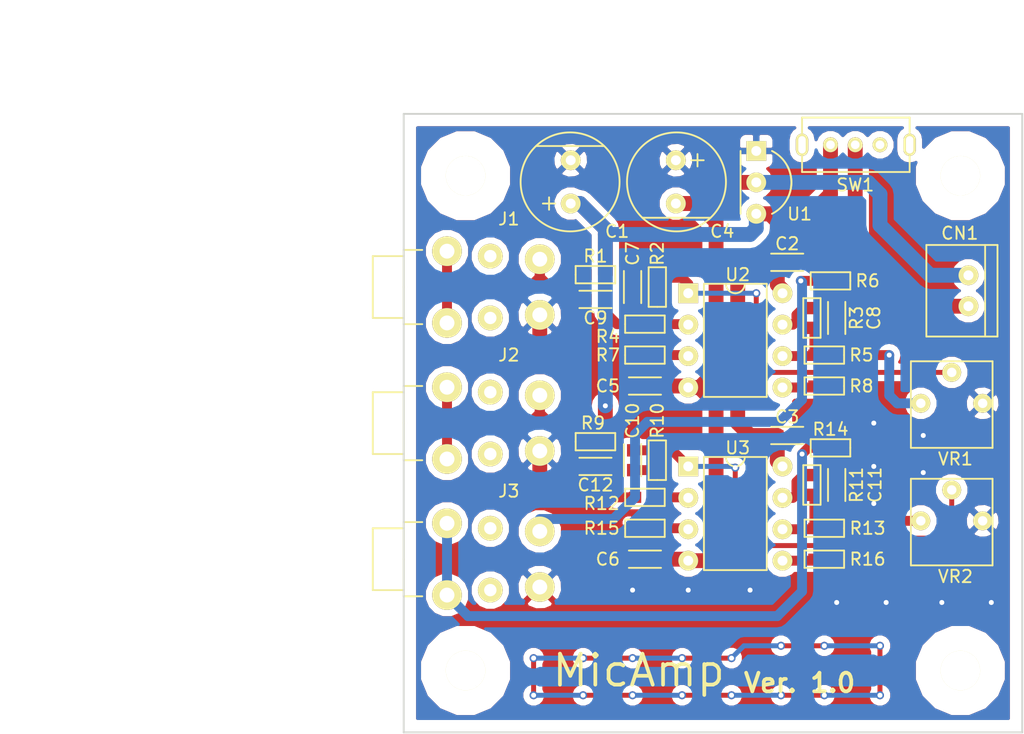
<source format=kicad_pcb>
(kicad_pcb (version 4) (host pcbnew 4.0.1-stable)

  (general
    (links 73)
    (no_connects 0)
    (area 120.000002 63.15 187.108334 122.075001)
    (thickness 1.6)
    (drawings 11)
    (tracks 274)
    (zones 0)
    (modules 42)
    (nets 26)
  )

  (page A4)
  (layers
    (0 F.Cu signal)
    (31 B.Cu signal)
    (32 B.Adhes user)
    (33 F.Adhes user)
    (34 B.Paste user)
    (35 F.Paste user)
    (36 B.SilkS user)
    (37 F.SilkS user)
    (38 B.Mask user)
    (39 F.Mask user)
    (40 Dwgs.User user)
    (41 Cmts.User user)
    (42 Eco1.User user)
    (43 Eco2.User user)
    (44 Edge.Cuts user)
    (45 Margin user)
    (46 B.CrtYd user)
    (47 F.CrtYd user)
    (48 B.Fab user)
    (49 F.Fab user)
  )

  (setup
    (last_trace_width 0.4)
    (user_trace_width 0.8)
    (user_trace_width 1.2)
    (trace_clearance 0.2)
    (zone_clearance 0.508)
    (zone_45_only yes)
    (trace_min 0.2)
    (segment_width 0.2)
    (edge_width 0.15)
    (via_size 0.65)
    (via_drill 0.4)
    (via_min_size 0.5)
    (via_min_drill 0.3)
    (uvia_size 0.3)
    (uvia_drill 0.1)
    (uvias_allowed no)
    (uvia_min_size 0.2)
    (uvia_min_drill 0.1)
    (pcb_text_width 0.3)
    (pcb_text_size 1.5 1.5)
    (mod_edge_width 0.15)
    (mod_text_size 1 1)
    (mod_text_width 0.15)
    (pad_size 1.524 1.524)
    (pad_drill 0.762)
    (pad_to_mask_clearance 0.2)
    (aux_axis_origin 134 72)
    (grid_origin 134 72)
    (visible_elements 7FFFFF7F)
    (pcbplotparams
      (layerselection 0x010f0_80000001)
      (usegerberextensions true)
      (excludeedgelayer true)
      (linewidth 0.100000)
      (plotframeref false)
      (viasonmask false)
      (mode 1)
      (useauxorigin true)
      (hpglpennumber 1)
      (hpglpenspeed 20)
      (hpglpendiameter 15)
      (hpglpenoverlay 2)
      (psnegative false)
      (psa4output false)
      (plotreference true)
      (plotvalue true)
      (plotinvisibletext false)
      (padsonsilk false)
      (subtractmaskfromsilk true)
      (outputformat 1)
      (mirror false)
      (drillshape 0)
      (scaleselection 1)
      (outputdirectory Gerber/))
  )

  (net 0 "")
  (net 1 "Net-(C7-Pad1)")
  (net 2 "Net-(C7-Pad2)")
  (net 3 "Net-(C8-Pad1)")
  (net 4 "Net-(C8-Pad2)")
  (net 5 "Net-(C9-Pad1)")
  (net 6 "Net-(C9-Pad2)")
  (net 7 "Net-(C10-Pad1)")
  (net 8 "Net-(C10-Pad2)")
  (net 9 "Net-(C11-Pad1)")
  (net 10 "Net-(C11-Pad2)")
  (net 11 "Net-(C12-Pad1)")
  (net 12 "Net-(C12-Pad2)")
  (net 13 GNDA)
  (net 14 +4.5V)
  (net 15 "Net-(R5-Pad2)")
  (net 16 "Net-(R7-Pad1)")
  (net 17 "Net-(R8-Pad1)")
  (net 18 "Net-(R13-Pad2)")
  (net 19 "Net-(R15-Pad1)")
  (net 20 "Net-(R16-Pad1)")
  (net 21 -4.5V)
  (net 22 "Net-(J3-Pad4)")
  (net 23 "Net-(J3-Pad2)")
  (net 24 "Net-(CN1-Pad1)")
  (net 25 "Net-(SW1-Pad1)")

  (net_class Default "これは標準のネット クラスです。"
    (clearance 0.2)
    (trace_width 0.4)
    (via_dia 0.65)
    (via_drill 0.4)
    (uvia_dia 0.3)
    (uvia_drill 0.1)
    (add_net +4.5V)
    (add_net -4.5V)
    (add_net GNDA)
    (add_net "Net-(C10-Pad1)")
    (add_net "Net-(C10-Pad2)")
    (add_net "Net-(C11-Pad1)")
    (add_net "Net-(C11-Pad2)")
    (add_net "Net-(C12-Pad1)")
    (add_net "Net-(C12-Pad2)")
    (add_net "Net-(C7-Pad1)")
    (add_net "Net-(C7-Pad2)")
    (add_net "Net-(C8-Pad1)")
    (add_net "Net-(C8-Pad2)")
    (add_net "Net-(C9-Pad1)")
    (add_net "Net-(C9-Pad2)")
    (add_net "Net-(CN1-Pad1)")
    (add_net "Net-(J3-Pad2)")
    (add_net "Net-(J3-Pad4)")
    (add_net "Net-(R13-Pad2)")
    (add_net "Net-(R15-Pad1)")
    (add_net "Net-(R16-Pad1)")
    (add_net "Net-(R5-Pad2)")
    (add_net "Net-(R7-Pad1)")
    (add_net "Net-(R8-Pad1)")
    (add_net "Net-(SW1-Pad1)")
  )

  (module DIP_IC:DIP_8pin (layer F.Cu) (tedit 5B5DB289) (tstamp 5B694431)
    (at 157 100.5)
    (path /5B5CC995)
    (fp_text reference U3 (at 4 -1.5) (layer F.SilkS)
      (effects (font (size 1 1) (thickness 0.15)))
    )
    (fp_text value NJM072 (at 0 -0.5) (layer F.Fab) hide
      (effects (font (size 1 1) (thickness 0.15)))
    )
    (fp_arc (start 3.81 -0.762) (end 3.81 0) (angle 90) (layer F.SilkS) (width 0.15))
    (fp_arc (start 3.81 -0.762) (end 4.572 -0.762) (angle 90) (layer F.SilkS) (width 0.15))
    (fp_line (start 6.35 -0.762) (end 6.35 8.382) (layer F.SilkS) (width 0.15))
    (fp_line (start 1.27 8.382) (end 1.27 -0.762) (layer F.SilkS) (width 0.15))
    (fp_line (start 6.35 -0.762) (end 1.27 -0.762) (layer F.SilkS) (width 0.15))
    (fp_line (start 1.27 8.382) (end 6.35 8.382) (layer F.SilkS) (width 0.15))
    (pad 1 thru_hole rect (at 0 0) (size 1.6 1.6) (drill 0.8) (layers *.Cu *.Mask F.SilkS)
      (net 7 "Net-(C10-Pad1)"))
    (pad 2 thru_hole circle (at 0 2.54) (size 1.6 1.6) (drill 0.8) (layers *.Cu *.Mask F.SilkS)
      (net 8 "Net-(C10-Pad2)"))
    (pad 3 thru_hole circle (at 0 5.08) (size 1.6 1.6) (drill 0.8) (layers *.Cu *.Mask F.SilkS)
      (net 19 "Net-(R15-Pad1)"))
    (pad 4 thru_hole circle (at 0 7.62) (size 1.6 1.6) (drill 0.8) (layers *.Cu *.Mask F.SilkS)
      (net 21 -4.5V))
    (pad 5 thru_hole circle (at 7.62 7.62) (size 1.6 1.6) (drill 0.8) (layers *.Cu *.Mask F.SilkS)
      (net 20 "Net-(R16-Pad1)"))
    (pad 6 thru_hole circle (at 7.62 5.08) (size 1.6 1.6) (drill 0.8) (layers *.Cu *.Mask F.SilkS)
      (net 10 "Net-(C11-Pad2)"))
    (pad 7 thru_hole circle (at 7.62 2.54) (size 1.6 1.6) (drill 0.8) (layers *.Cu *.Mask F.SilkS)
      (net 9 "Net-(C11-Pad1)"))
    (pad 8 thru_hole circle (at 7.62 0) (size 1.6 1.6) (drill 0.8) (layers *.Cu *.Mask F.SilkS)
      (net 14 +4.5V))
  )

  (module R_SMD:R_1608 (layer F.Cu) (tedit 5B5DB1F9) (tstamp 5B694149)
    (at 153.5 91.5 180)
    (path /5B5C0EC4)
    (fp_text reference R7 (at 3 0 180) (layer F.SilkS)
      (effects (font (size 1 1) (thickness 0.15)))
    )
    (fp_text value 10k (at 0 -1.7 180) (layer F.Fab) hide
      (effects (font (size 1 1) (thickness 0.15)))
    )
    (fp_line (start 1.6 0) (end 1.6 -0.7) (layer F.SilkS) (width 0.15))
    (fp_line (start 1.6 -0.7) (end -1.6 -0.7) (layer F.SilkS) (width 0.15))
    (fp_line (start -1.6 -0.7) (end -1.6 0.7) (layer F.SilkS) (width 0.15))
    (fp_line (start -1.6 0.7) (end 1.6 0.7) (layer F.SilkS) (width 0.15))
    (fp_line (start 1.6 0.7) (end 1.6 0) (layer F.SilkS) (width 0.15))
    (pad 1 smd rect (at -0.8 0 180) (size 1 0.9) (layers F.Cu F.Paste F.Mask)
      (net 16 "Net-(R7-Pad1)"))
    (pad 2 smd rect (at 0.8 0 180) (size 1 0.9) (layers F.Cu F.Paste F.Mask)
      (net 13 GNDA))
  )

  (module C_SMD:C_1608 (layer F.Cu) (tedit 5B61AF84) (tstamp 5B6940B2)
    (at 152.5 86 270)
    (path /5B5C1A2C)
    (fp_text reference C7 (at -2.7 0 270) (layer F.SilkS)
      (effects (font (size 1 1) (thickness 0.15)))
    )
    (fp_text value 100p (at 0 -1.7 270) (layer F.Fab) hide
      (effects (font (size 1 1) (thickness 0.15)))
    )
    (fp_line (start -1.3 -0.7) (end 1.3 -0.7) (layer F.SilkS) (width 0.15))
    (fp_line (start -1.3 0.7) (end 1.3 0.7) (layer F.SilkS) (width 0.15))
    (pad 1 smd rect (at -0.8 0 270) (size 1 0.9) (layers F.Cu F.Paste F.Mask)
      (net 1 "Net-(C7-Pad1)"))
    (pad 2 smd rect (at 0.8 0 270) (size 1 0.9) (layers F.Cu F.Paste F.Mask)
      (net 2 "Net-(C7-Pad2)"))
  )

  (module C_SMD:C_1608 (layer F.Cu) (tedit 5B5DB25B) (tstamp 5B6940BA)
    (at 169 88.5 270)
    (path /5B5C3623)
    (fp_text reference C8 (at 0 -3 270) (layer F.SilkS)
      (effects (font (size 1 1) (thickness 0.15)))
    )
    (fp_text value 100p (at 0 -1.7 270) (layer F.Fab) hide
      (effects (font (size 1 1) (thickness 0.15)))
    )
    (fp_line (start -1.3 -0.7) (end 1.3 -0.7) (layer F.SilkS) (width 0.15))
    (fp_line (start -1.3 0.7) (end 1.3 0.7) (layer F.SilkS) (width 0.15))
    (pad 1 smd rect (at -0.8 0 270) (size 1 0.9) (layers F.Cu F.Paste F.Mask)
      (net 3 "Net-(C8-Pad1)"))
    (pad 2 smd rect (at 0.8 0 270) (size 1 0.9) (layers F.Cu F.Paste F.Mask)
      (net 4 "Net-(C8-Pad2)"))
  )

  (module C_SMD:C_1608 (layer F.Cu) (tedit 5B5DB0C5) (tstamp 5B6940C2)
    (at 149.5 87 180)
    (path /5B5C1D4A)
    (fp_text reference C9 (at 0 -1.5 180) (layer F.SilkS)
      (effects (font (size 1 1) (thickness 0.15)))
    )
    (fp_text value 1u (at 0 -1.7 180) (layer F.Fab) hide
      (effects (font (size 1 1) (thickness 0.15)))
    )
    (fp_line (start -1.3 -0.7) (end 1.3 -0.7) (layer F.SilkS) (width 0.15))
    (fp_line (start -1.3 0.7) (end 1.3 0.7) (layer F.SilkS) (width 0.15))
    (pad 1 smd rect (at -0.8 0 180) (size 1 0.9) (layers F.Cu F.Paste F.Mask)
      (net 5 "Net-(C9-Pad1)"))
    (pad 2 smd rect (at 0.8 0 180) (size 1 0.9) (layers F.Cu F.Paste F.Mask)
      (net 6 "Net-(C9-Pad2)"))
  )

  (module C_SMD:C_1608 (layer F.Cu) (tedit 5B61AF7A) (tstamp 5B6940CA)
    (at 152.5 100 270)
    (path /5B5C59E5)
    (fp_text reference C10 (at -3.2 0 270) (layer F.SilkS)
      (effects (font (size 1 1) (thickness 0.15)))
    )
    (fp_text value 100p (at 0 -1.7 270) (layer F.Fab) hide
      (effects (font (size 1 1) (thickness 0.15)))
    )
    (fp_line (start -1.3 -0.7) (end 1.3 -0.7) (layer F.SilkS) (width 0.15))
    (fp_line (start -1.3 0.7) (end 1.3 0.7) (layer F.SilkS) (width 0.15))
    (pad 1 smd rect (at -0.8 0 270) (size 1 0.9) (layers F.Cu F.Paste F.Mask)
      (net 7 "Net-(C10-Pad1)"))
    (pad 2 smd rect (at 0.8 0 270) (size 1 0.9) (layers F.Cu F.Paste F.Mask)
      (net 8 "Net-(C10-Pad2)"))
  )

  (module C_SMD:C_1608 (layer F.Cu) (tedit 5B61AF53) (tstamp 5B6940D2)
    (at 169 102 270)
    (path /5B5C5A0F)
    (fp_text reference C11 (at 0 -3.1 270) (layer F.SilkS)
      (effects (font (size 1 1) (thickness 0.15)))
    )
    (fp_text value 100p (at 0 -1.7 270) (layer F.Fab) hide
      (effects (font (size 1 1) (thickness 0.15)))
    )
    (fp_line (start -1.3 -0.7) (end 1.3 -0.7) (layer F.SilkS) (width 0.15))
    (fp_line (start -1.3 0.7) (end 1.3 0.7) (layer F.SilkS) (width 0.15))
    (pad 1 smd rect (at -0.8 0 270) (size 1 0.9) (layers F.Cu F.Paste F.Mask)
      (net 9 "Net-(C11-Pad1)"))
    (pad 2 smd rect (at 0.8 0 270) (size 1 0.9) (layers F.Cu F.Paste F.Mask)
      (net 10 "Net-(C11-Pad2)"))
  )

  (module C_SMD:C_1608 (layer F.Cu) (tedit 5B5DB202) (tstamp 5B6940DA)
    (at 149.5 100.5 180)
    (path /5B5C7A39)
    (fp_text reference C12 (at 0 -1.5 180) (layer F.SilkS)
      (effects (font (size 1 1) (thickness 0.15)))
    )
    (fp_text value 1u (at 0 -1.7 180) (layer F.Fab) hide
      (effects (font (size 1 1) (thickness 0.15)))
    )
    (fp_line (start -1.3 -0.7) (end 1.3 -0.7) (layer F.SilkS) (width 0.15))
    (fp_line (start -1.3 0.7) (end 1.3 0.7) (layer F.SilkS) (width 0.15))
    (pad 1 smd rect (at -0.8 0 180) (size 1 0.9) (layers F.Cu F.Paste F.Mask)
      (net 11 "Net-(C12-Pad1)"))
    (pad 2 smd rect (at 0.8 0 180) (size 1 0.9) (layers F.Cu F.Paste F.Mask)
      (net 12 "Net-(C12-Pad2)"))
  )

  (module JACK:STEREO_MINI_35 (layer F.Cu) (tedit 5B61C611) (tstamp 5B6940EB)
    (at 134 86)
    (path /5B5C0B6D)
    (fp_text reference J1 (at 8.5 -5.5) (layer F.SilkS)
      (effects (font (size 1 1) (thickness 0.15)))
    )
    (fp_text value 3.5mm_stereo_mini_ST_005_G (at 0 -0.5) (layer F.Fab) hide
      (effects (font (size 1 1) (thickness 0.15)))
    )
    (fp_line (start 0 -2.5) (end -2.5 -2.5) (layer F.SilkS) (width 0.15))
    (fp_line (start -2.5 -2.5) (end -2.5 2.5) (layer F.SilkS) (width 0.15))
    (fp_line (start -2.5 2.5) (end 0 2.5) (layer F.SilkS) (width 0.15))
    (fp_line (start 0 0) (end 0 3) (layer F.SilkS) (width 0.15))
    (fp_line (start 0 3) (end 1.5 3) (layer F.SilkS) (width 0.15))
    (fp_line (start 0 0) (end 0 -3) (layer F.SilkS) (width 0.15))
    (fp_line (start 0 -3) (end 1.5 -3) (layer F.SilkS) (width 0.15))
    (pad 4 thru_hole circle (at 3.5 -2.9) (size 2.4 2.4) (drill 1.2) (layers *.Cu *.Mask F.SilkS)
      (net 6 "Net-(C9-Pad2)"))
    (pad 4 thru_hole circle (at 3.5 2.9) (size 2.4 2.4) (drill 1.2) (layers *.Cu *.Mask F.SilkS)
      (net 6 "Net-(C9-Pad2)"))
    (pad "" thru_hole circle (at 7 -2.5) (size 2 2) (drill 1) (layers *.Cu *.Mask F.SilkS))
    (pad "" thru_hole circle (at 7 2.5) (size 2 2) (drill 1) (layers *.Cu *.Mask F.SilkS))
    (pad 2 thru_hole circle (at 11 -2.25) (size 2.4 2.4) (drill 1.2) (layers *.Cu *.Mask F.SilkS)
      (net 6 "Net-(C9-Pad2)"))
    (pad 3 thru_hole circle (at 11 2.25) (size 2.4 2.4) (drill 1.2) (layers *.Cu *.Mask F.SilkS)
      (net 13 GNDA))
  )

  (module JACK:STEREO_MINI_35 (layer F.Cu) (tedit 5B61C620) (tstamp 5B6940FC)
    (at 134 108)
    (path /5B5C3C78)
    (fp_text reference J3 (at 8.5 -5.5) (layer F.SilkS)
      (effects (font (size 1 1) (thickness 0.15)))
    )
    (fp_text value 3.5mm_stereo_mini_ST_005_G (at 0 -0.5) (layer F.Fab) hide
      (effects (font (size 1 1) (thickness 0.15)))
    )
    (fp_line (start 0 -2.5) (end -2.5 -2.5) (layer F.SilkS) (width 0.15))
    (fp_line (start -2.5 -2.5) (end -2.5 2.5) (layer F.SilkS) (width 0.15))
    (fp_line (start -2.5 2.5) (end 0 2.5) (layer F.SilkS) (width 0.15))
    (fp_line (start 0 0) (end 0 3) (layer F.SilkS) (width 0.15))
    (fp_line (start 0 3) (end 1.5 3) (layer F.SilkS) (width 0.15))
    (fp_line (start 0 0) (end 0 -3) (layer F.SilkS) (width 0.15))
    (fp_line (start 0 -3) (end 1.5 -3) (layer F.SilkS) (width 0.15))
    (pad 4 thru_hole circle (at 3.5 -2.9) (size 2.4 2.4) (drill 1.2) (layers *.Cu *.Mask F.SilkS)
      (net 22 "Net-(J3-Pad4)"))
    (pad 4 thru_hole circle (at 3.5 2.9) (size 2.4 2.4) (drill 1.2) (layers *.Cu *.Mask F.SilkS)
      (net 22 "Net-(J3-Pad4)"))
    (pad "" thru_hole circle (at 7 -2.5) (size 2 2) (drill 1) (layers *.Cu *.Mask F.SilkS))
    (pad "" thru_hole circle (at 7 2.5) (size 2 2) (drill 1) (layers *.Cu *.Mask F.SilkS))
    (pad 2 thru_hole circle (at 11 -2.25) (size 2.4 2.4) (drill 1.2) (layers *.Cu *.Mask F.SilkS)
      (net 23 "Net-(J3-Pad2)"))
    (pad 3 thru_hole circle (at 11 2.25) (size 2.4 2.4) (drill 1.2) (layers *.Cu *.Mask F.SilkS)
      (net 13 GNDA))
  )

  (module R_SMD:R_1608 (layer F.Cu) (tedit 5B5DB0C7) (tstamp 5B694107)
    (at 149.5 85 180)
    (path /5B5C1CB3)
    (fp_text reference R1 (at 0 1.5 180) (layer F.SilkS)
      (effects (font (size 1 1) (thickness 0.15)))
    )
    (fp_text value 1k (at 0 -1.7 180) (layer F.Fab) hide
      (effects (font (size 1 1) (thickness 0.15)))
    )
    (fp_line (start 1.6 0) (end 1.6 -0.7) (layer F.SilkS) (width 0.15))
    (fp_line (start 1.6 -0.7) (end -1.6 -0.7) (layer F.SilkS) (width 0.15))
    (fp_line (start -1.6 -0.7) (end -1.6 0.7) (layer F.SilkS) (width 0.15))
    (fp_line (start -1.6 0.7) (end 1.6 0.7) (layer F.SilkS) (width 0.15))
    (fp_line (start 1.6 0.7) (end 1.6 0) (layer F.SilkS) (width 0.15))
    (pad 1 smd rect (at -0.8 0 180) (size 1 0.9) (layers F.Cu F.Paste F.Mask)
      (net 14 +4.5V))
    (pad 2 smd rect (at 0.8 0 180) (size 1 0.9) (layers F.Cu F.Paste F.Mask)
      (net 6 "Net-(C9-Pad2)"))
  )

  (module R_SMD:R_1608 (layer F.Cu) (tedit 5B61AF81) (tstamp 5B694112)
    (at 154.5 86 270)
    (path /5B5C1126)
    (fp_text reference R2 (at -2.7 0 270) (layer F.SilkS)
      (effects (font (size 1 1) (thickness 0.15)))
    )
    (fp_text value 100k (at 0 -1.7 270) (layer F.Fab) hide
      (effects (font (size 1 1) (thickness 0.15)))
    )
    (fp_line (start 1.6 0) (end 1.6 -0.7) (layer F.SilkS) (width 0.15))
    (fp_line (start 1.6 -0.7) (end -1.6 -0.7) (layer F.SilkS) (width 0.15))
    (fp_line (start -1.6 -0.7) (end -1.6 0.7) (layer F.SilkS) (width 0.15))
    (fp_line (start -1.6 0.7) (end 1.6 0.7) (layer F.SilkS) (width 0.15))
    (fp_line (start 1.6 0.7) (end 1.6 0) (layer F.SilkS) (width 0.15))
    (pad 1 smd rect (at -0.8 0 270) (size 1 0.9) (layers F.Cu F.Paste F.Mask)
      (net 1 "Net-(C7-Pad1)"))
    (pad 2 smd rect (at 0.8 0 270) (size 1 0.9) (layers F.Cu F.Paste F.Mask)
      (net 2 "Net-(C7-Pad2)"))
  )

  (module R_SMD:R_1608 (layer F.Cu) (tedit 5B61AF56) (tstamp 5B69411D)
    (at 167 88.5 270)
    (path /5B5C2F66)
    (fp_text reference R3 (at 0 -3.6 270) (layer F.SilkS)
      (effects (font (size 1 1) (thickness 0.15)))
    )
    (fp_text value 100k (at 0 -1.7 270) (layer F.Fab) hide
      (effects (font (size 1 1) (thickness 0.15)))
    )
    (fp_line (start 1.6 0) (end 1.6 -0.7) (layer F.SilkS) (width 0.15))
    (fp_line (start 1.6 -0.7) (end -1.6 -0.7) (layer F.SilkS) (width 0.15))
    (fp_line (start -1.6 -0.7) (end -1.6 0.7) (layer F.SilkS) (width 0.15))
    (fp_line (start -1.6 0.7) (end 1.6 0.7) (layer F.SilkS) (width 0.15))
    (fp_line (start 1.6 0.7) (end 1.6 0) (layer F.SilkS) (width 0.15))
    (pad 1 smd rect (at -0.8 0 270) (size 1 0.9) (layers F.Cu F.Paste F.Mask)
      (net 3 "Net-(C8-Pad1)"))
    (pad 2 smd rect (at 0.8 0 270) (size 1 0.9) (layers F.Cu F.Paste F.Mask)
      (net 4 "Net-(C8-Pad2)"))
  )

  (module R_SMD:R_1608 (layer F.Cu) (tedit 5B5DB21B) (tstamp 5B694128)
    (at 153.5 89 180)
    (path /5B5C1084)
    (fp_text reference R4 (at 3 -1 180) (layer F.SilkS)
      (effects (font (size 1 1) (thickness 0.15)))
    )
    (fp_text value 10k (at 0 -1.7 180) (layer F.Fab) hide
      (effects (font (size 1 1) (thickness 0.15)))
    )
    (fp_line (start 1.6 0) (end 1.6 -0.7) (layer F.SilkS) (width 0.15))
    (fp_line (start 1.6 -0.7) (end -1.6 -0.7) (layer F.SilkS) (width 0.15))
    (fp_line (start -1.6 -0.7) (end -1.6 0.7) (layer F.SilkS) (width 0.15))
    (fp_line (start -1.6 0.7) (end 1.6 0.7) (layer F.SilkS) (width 0.15))
    (fp_line (start 1.6 0.7) (end 1.6 0) (layer F.SilkS) (width 0.15))
    (pad 1 smd rect (at -0.8 0 180) (size 1 0.9) (layers F.Cu F.Paste F.Mask)
      (net 2 "Net-(C7-Pad2)"))
    (pad 2 smd rect (at 0.8 0 180) (size 1 0.9) (layers F.Cu F.Paste F.Mask)
      (net 5 "Net-(C9-Pad1)"))
  )

  (module R_SMD:R_1608 (layer F.Cu) (tedit 5B5DB25D) (tstamp 5B694133)
    (at 168 91.5)
    (path /5B5C2C0E)
    (fp_text reference R5 (at 3 0) (layer F.SilkS)
      (effects (font (size 1 1) (thickness 0.15)))
    )
    (fp_text value 47k (at 0 -1.7) (layer F.Fab) hide
      (effects (font (size 1 1) (thickness 0.15)))
    )
    (fp_line (start 1.6 0) (end 1.6 -0.7) (layer F.SilkS) (width 0.15))
    (fp_line (start 1.6 -0.7) (end -1.6 -0.7) (layer F.SilkS) (width 0.15))
    (fp_line (start -1.6 -0.7) (end -1.6 0.7) (layer F.SilkS) (width 0.15))
    (fp_line (start -1.6 0.7) (end 1.6 0.7) (layer F.SilkS) (width 0.15))
    (fp_line (start 1.6 0.7) (end 1.6 0) (layer F.SilkS) (width 0.15))
    (pad 1 smd rect (at -0.8 0) (size 1 0.9) (layers F.Cu F.Paste F.Mask)
      (net 4 "Net-(C8-Pad2)"))
    (pad 2 smd rect (at 0.8 0) (size 1 0.9) (layers F.Cu F.Paste F.Mask)
      (net 15 "Net-(R5-Pad2)"))
  )

  (module R_SMD:R_1608 (layer F.Cu) (tedit 5B5DB256) (tstamp 5B69413E)
    (at 168.5 85.5)
    (path /5B5C39A5)
    (fp_text reference R6 (at 3 0) (layer F.SilkS)
      (effects (font (size 1 1) (thickness 0.15)))
    )
    (fp_text value 22 (at 0 -1.7) (layer F.Fab) hide
      (effects (font (size 1 1) (thickness 0.15)))
    )
    (fp_line (start 1.6 0) (end 1.6 -0.7) (layer F.SilkS) (width 0.15))
    (fp_line (start 1.6 -0.7) (end -1.6 -0.7) (layer F.SilkS) (width 0.15))
    (fp_line (start -1.6 -0.7) (end -1.6 0.7) (layer F.SilkS) (width 0.15))
    (fp_line (start -1.6 0.7) (end 1.6 0.7) (layer F.SilkS) (width 0.15))
    (fp_line (start 1.6 0.7) (end 1.6 0) (layer F.SilkS) (width 0.15))
    (pad 1 smd rect (at -0.8 0) (size 1 0.9) (layers F.Cu F.Paste F.Mask)
      (net 23 "Net-(J3-Pad2)"))
    (pad 2 smd rect (at 0.8 0) (size 1 0.9) (layers F.Cu F.Paste F.Mask)
      (net 3 "Net-(C8-Pad1)"))
  )

  (module R_SMD:R_1608 (layer F.Cu) (tedit 5B5DB25F) (tstamp 5B694154)
    (at 168 94)
    (path /5B5C47CA)
    (fp_text reference R8 (at 3 0) (layer F.SilkS)
      (effects (font (size 1 1) (thickness 0.15)))
    )
    (fp_text value 10k (at 0 -1.7) (layer F.Fab) hide
      (effects (font (size 1 1) (thickness 0.15)))
    )
    (fp_line (start 1.6 0) (end 1.6 -0.7) (layer F.SilkS) (width 0.15))
    (fp_line (start 1.6 -0.7) (end -1.6 -0.7) (layer F.SilkS) (width 0.15))
    (fp_line (start -1.6 -0.7) (end -1.6 0.7) (layer F.SilkS) (width 0.15))
    (fp_line (start -1.6 0.7) (end 1.6 0.7) (layer F.SilkS) (width 0.15))
    (fp_line (start 1.6 0.7) (end 1.6 0) (layer F.SilkS) (width 0.15))
    (pad 1 smd rect (at -0.8 0) (size 1 0.9) (layers F.Cu F.Paste F.Mask)
      (net 17 "Net-(R8-Pad1)"))
    (pad 2 smd rect (at 0.8 0) (size 1 0.9) (layers F.Cu F.Paste F.Mask)
      (net 13 GNDA))
  )

  (module R_SMD:R_1608 (layer F.Cu) (tedit 5B5C2AA1) (tstamp 5B69415F)
    (at 149.5 98.5 180)
    (path /5B5C59EB)
    (fp_text reference R9 (at 0.2 1.5 180) (layer F.SilkS)
      (effects (font (size 1 1) (thickness 0.15)))
    )
    (fp_text value 1k (at 0 -1.7 180) (layer F.Fab) hide
      (effects (font (size 1 1) (thickness 0.15)))
    )
    (fp_line (start 1.6 0) (end 1.6 -0.7) (layer F.SilkS) (width 0.15))
    (fp_line (start 1.6 -0.7) (end -1.6 -0.7) (layer F.SilkS) (width 0.15))
    (fp_line (start -1.6 -0.7) (end -1.6 0.7) (layer F.SilkS) (width 0.15))
    (fp_line (start -1.6 0.7) (end 1.6 0.7) (layer F.SilkS) (width 0.15))
    (fp_line (start 1.6 0.7) (end 1.6 0) (layer F.SilkS) (width 0.15))
    (pad 1 smd rect (at -0.8 0 180) (size 1 0.9) (layers F.Cu F.Paste F.Mask)
      (net 14 +4.5V))
    (pad 2 smd rect (at 0.8 0 180) (size 1 0.9) (layers F.Cu F.Paste F.Mask)
      (net 12 "Net-(C12-Pad2)"))
  )

  (module R_SMD:R_1608 (layer F.Cu) (tedit 5B61AF78) (tstamp 5B69416A)
    (at 154.5 100 270)
    (path /5B5C59D9)
    (fp_text reference R10 (at -3.2 0 270) (layer F.SilkS)
      (effects (font (size 1 1) (thickness 0.15)))
    )
    (fp_text value 100k (at 0 -1.7 270) (layer F.Fab) hide
      (effects (font (size 1 1) (thickness 0.15)))
    )
    (fp_line (start 1.6 0) (end 1.6 -0.7) (layer F.SilkS) (width 0.15))
    (fp_line (start 1.6 -0.7) (end -1.6 -0.7) (layer F.SilkS) (width 0.15))
    (fp_line (start -1.6 -0.7) (end -1.6 0.7) (layer F.SilkS) (width 0.15))
    (fp_line (start -1.6 0.7) (end 1.6 0.7) (layer F.SilkS) (width 0.15))
    (fp_line (start 1.6 0.7) (end 1.6 0) (layer F.SilkS) (width 0.15))
    (pad 1 smd rect (at -0.8 0 270) (size 1 0.9) (layers F.Cu F.Paste F.Mask)
      (net 7 "Net-(C10-Pad1)"))
    (pad 2 smd rect (at 0.8 0 270) (size 1 0.9) (layers F.Cu F.Paste F.Mask)
      (net 8 "Net-(C10-Pad2)"))
  )

  (module R_SMD:R_1608 (layer F.Cu) (tedit 5B61AF6C) (tstamp 5B694175)
    (at 167 102 270)
    (path /5B5C5A09)
    (fp_text reference R11 (at 0 -3.6 270) (layer F.SilkS)
      (effects (font (size 1 1) (thickness 0.15)))
    )
    (fp_text value 100k (at 0 -1.7 270) (layer F.Fab) hide
      (effects (font (size 1 1) (thickness 0.15)))
    )
    (fp_line (start 1.6 0) (end 1.6 -0.7) (layer F.SilkS) (width 0.15))
    (fp_line (start 1.6 -0.7) (end -1.6 -0.7) (layer F.SilkS) (width 0.15))
    (fp_line (start -1.6 -0.7) (end -1.6 0.7) (layer F.SilkS) (width 0.15))
    (fp_line (start -1.6 0.7) (end 1.6 0.7) (layer F.SilkS) (width 0.15))
    (fp_line (start 1.6 0.7) (end 1.6 0) (layer F.SilkS) (width 0.15))
    (pad 1 smd rect (at -0.8 0 270) (size 1 0.9) (layers F.Cu F.Paste F.Mask)
      (net 9 "Net-(C11-Pad1)"))
    (pad 2 smd rect (at 0.8 0 270) (size 1 0.9) (layers F.Cu F.Paste F.Mask)
      (net 10 "Net-(C11-Pad2)"))
  )

  (module R_SMD:R_1608 (layer F.Cu) (tedit 5B5DB212) (tstamp 5B694180)
    (at 153.5 103 180)
    (path /5B5C59D3)
    (fp_text reference R12 (at 3.5 -0.5 180) (layer F.SilkS)
      (effects (font (size 1 1) (thickness 0.15)))
    )
    (fp_text value 10k (at 0 -1.7 180) (layer F.Fab) hide
      (effects (font (size 1 1) (thickness 0.15)))
    )
    (fp_line (start 1.6 0) (end 1.6 -0.7) (layer F.SilkS) (width 0.15))
    (fp_line (start 1.6 -0.7) (end -1.6 -0.7) (layer F.SilkS) (width 0.15))
    (fp_line (start -1.6 -0.7) (end -1.6 0.7) (layer F.SilkS) (width 0.15))
    (fp_line (start -1.6 0.7) (end 1.6 0.7) (layer F.SilkS) (width 0.15))
    (fp_line (start 1.6 0.7) (end 1.6 0) (layer F.SilkS) (width 0.15))
    (pad 1 smd rect (at -0.8 0 180) (size 1 0.9) (layers F.Cu F.Paste F.Mask)
      (net 8 "Net-(C10-Pad2)"))
    (pad 2 smd rect (at 0.8 0 180) (size 1 0.9) (layers F.Cu F.Paste F.Mask)
      (net 11 "Net-(C12-Pad1)"))
  )

  (module R_SMD:R_1608 (layer F.Cu) (tedit 5B5DB262) (tstamp 5B69418B)
    (at 168 105.5)
    (path /5B5C5A03)
    (fp_text reference R13 (at 3.5 0) (layer F.SilkS)
      (effects (font (size 1 1) (thickness 0.15)))
    )
    (fp_text value 47k (at 0 -1.7) (layer F.Fab) hide
      (effects (font (size 1 1) (thickness 0.15)))
    )
    (fp_line (start 1.6 0) (end 1.6 -0.7) (layer F.SilkS) (width 0.15))
    (fp_line (start 1.6 -0.7) (end -1.6 -0.7) (layer F.SilkS) (width 0.15))
    (fp_line (start -1.6 -0.7) (end -1.6 0.7) (layer F.SilkS) (width 0.15))
    (fp_line (start -1.6 0.7) (end 1.6 0.7) (layer F.SilkS) (width 0.15))
    (fp_line (start 1.6 0.7) (end 1.6 0) (layer F.SilkS) (width 0.15))
    (pad 1 smd rect (at -0.8 0) (size 1 0.9) (layers F.Cu F.Paste F.Mask)
      (net 10 "Net-(C11-Pad2)"))
    (pad 2 smd rect (at 0.8 0) (size 1 0.9) (layers F.Cu F.Paste F.Mask)
      (net 18 "Net-(R13-Pad2)"))
  )

  (module R_SMD:R_1608 (layer F.Cu) (tedit 5B5DB23D) (tstamp 5B694196)
    (at 168.5 99)
    (path /5B5C5A15)
    (fp_text reference R14 (at 0 -1.5) (layer F.SilkS)
      (effects (font (size 1 1) (thickness 0.15)))
    )
    (fp_text value 22 (at 0 -1.7) (layer F.Fab) hide
      (effects (font (size 1 1) (thickness 0.15)))
    )
    (fp_line (start 1.6 0) (end 1.6 -0.7) (layer F.SilkS) (width 0.15))
    (fp_line (start 1.6 -0.7) (end -1.6 -0.7) (layer F.SilkS) (width 0.15))
    (fp_line (start -1.6 -0.7) (end -1.6 0.7) (layer F.SilkS) (width 0.15))
    (fp_line (start -1.6 0.7) (end 1.6 0.7) (layer F.SilkS) (width 0.15))
    (fp_line (start 1.6 0.7) (end 1.6 0) (layer F.SilkS) (width 0.15))
    (pad 1 smd rect (at -0.8 0) (size 1 0.9) (layers F.Cu F.Paste F.Mask)
      (net 22 "Net-(J3-Pad4)"))
    (pad 2 smd rect (at 0.8 0) (size 1 0.9) (layers F.Cu F.Paste F.Mask)
      (net 9 "Net-(C11-Pad1)"))
  )

  (module R_SMD:R_1608 (layer F.Cu) (tedit 5B5DB213) (tstamp 5B6941A1)
    (at 153.5 105.5 180)
    (path /5B5C59CD)
    (fp_text reference R15 (at 3.5 0 180) (layer F.SilkS)
      (effects (font (size 1 1) (thickness 0.15)))
    )
    (fp_text value 10k (at 0 -1.7 180) (layer F.Fab) hide
      (effects (font (size 1 1) (thickness 0.15)))
    )
    (fp_line (start 1.6 0) (end 1.6 -0.7) (layer F.SilkS) (width 0.15))
    (fp_line (start 1.6 -0.7) (end -1.6 -0.7) (layer F.SilkS) (width 0.15))
    (fp_line (start -1.6 -0.7) (end -1.6 0.7) (layer F.SilkS) (width 0.15))
    (fp_line (start -1.6 0.7) (end 1.6 0.7) (layer F.SilkS) (width 0.15))
    (fp_line (start 1.6 0.7) (end 1.6 0) (layer F.SilkS) (width 0.15))
    (pad 1 smd rect (at -0.8 0 180) (size 1 0.9) (layers F.Cu F.Paste F.Mask)
      (net 19 "Net-(R15-Pad1)"))
    (pad 2 smd rect (at 0.8 0 180) (size 1 0.9) (layers F.Cu F.Paste F.Mask)
      (net 13 GNDA))
  )

  (module R_SMD:R_1608 (layer F.Cu) (tedit 5B5DB264) (tstamp 5B6941AC)
    (at 168 108)
    (path /5B5C5A42)
    (fp_text reference R16 (at 3.5 0) (layer F.SilkS)
      (effects (font (size 1 1) (thickness 0.15)))
    )
    (fp_text value 10k (at 0 -1.7) (layer F.Fab) hide
      (effects (font (size 1 1) (thickness 0.15)))
    )
    (fp_line (start 1.6 0) (end 1.6 -0.7) (layer F.SilkS) (width 0.15))
    (fp_line (start 1.6 -0.7) (end -1.6 -0.7) (layer F.SilkS) (width 0.15))
    (fp_line (start -1.6 -0.7) (end -1.6 0.7) (layer F.SilkS) (width 0.15))
    (fp_line (start -1.6 0.7) (end 1.6 0.7) (layer F.SilkS) (width 0.15))
    (fp_line (start 1.6 0.7) (end 1.6 0) (layer F.SilkS) (width 0.15))
    (pad 1 smd rect (at -0.8 0) (size 1 0.9) (layers F.Cu F.Paste F.Mask)
      (net 20 "Net-(R16-Pad1)"))
    (pad 2 smd rect (at 0.8 0) (size 1 0.9) (layers F.Cu F.Paste F.Mask)
      (net 13 GNDA))
  )

  (module DIP_IC:TO_92_254 (layer F.Cu) (tedit 5B61AF3B) (tstamp 5B6941B6)
    (at 162.5 75 270)
    (path /5B5C0407)
    (fp_text reference U1 (at 5.1 -3.5 360) (layer F.SilkS)
      (effects (font (size 1 1) (thickness 0.15)))
    )
    (fp_text value TLE2426 (at 0 -0.5 270) (layer F.Fab) hide
      (effects (font (size 1 1) (thickness 0.15)))
    )
    (fp_line (start 0 1.27) (end 5.08 1.27) (layer F.SilkS) (width 0.15))
    (fp_arc (start 2.54 0) (end 1.27 -2.54) (angle 90) (layer F.SilkS) (width 0.15))
    (fp_arc (start 2.54 0) (end 0 -1.27) (angle 90) (layer F.SilkS) (width 0.15))
    (pad 1 thru_hole rect (at 0 0 270) (size 1.6 1.6) (drill 0.8) (layers *.Cu *.Mask F.SilkS)
      (net 13 GNDA))
    (pad 2 thru_hole circle (at 2.54 0 270) (size 1.6 1.6) (drill 0.8) (layers *.Cu *.Mask F.SilkS)
      (net 21 -4.5V))
    (pad 3 thru_hole circle (at 5.08 0 270) (size 1.6 1.6) (drill 0.8) (layers *.Cu *.Mask F.SilkS)
      (net 14 +4.5V))
  )

  (module DIP_IC:DIP_8pin (layer F.Cu) (tedit 5B5DB284) (tstamp 5B6941C8)
    (at 157 86.5)
    (path /5B5CC885)
    (fp_text reference U2 (at 4 -1.5) (layer F.SilkS)
      (effects (font (size 1 1) (thickness 0.15)))
    )
    (fp_text value NJM072 (at 0 -0.5) (layer F.Fab) hide
      (effects (font (size 1 1) (thickness 0.15)))
    )
    (fp_arc (start 3.81 -0.762) (end 3.81 0) (angle 90) (layer F.SilkS) (width 0.15))
    (fp_arc (start 3.81 -0.762) (end 4.572 -0.762) (angle 90) (layer F.SilkS) (width 0.15))
    (fp_line (start 6.35 -0.762) (end 6.35 8.382) (layer F.SilkS) (width 0.15))
    (fp_line (start 1.27 8.382) (end 1.27 -0.762) (layer F.SilkS) (width 0.15))
    (fp_line (start 6.35 -0.762) (end 1.27 -0.762) (layer F.SilkS) (width 0.15))
    (fp_line (start 1.27 8.382) (end 6.35 8.382) (layer F.SilkS) (width 0.15))
    (pad 1 thru_hole rect (at 0 0) (size 1.6 1.6) (drill 0.8) (layers *.Cu *.Mask F.SilkS)
      (net 1 "Net-(C7-Pad1)"))
    (pad 2 thru_hole circle (at 0 2.54) (size 1.6 1.6) (drill 0.8) (layers *.Cu *.Mask F.SilkS)
      (net 2 "Net-(C7-Pad2)"))
    (pad 3 thru_hole circle (at 0 5.08) (size 1.6 1.6) (drill 0.8) (layers *.Cu *.Mask F.SilkS)
      (net 16 "Net-(R7-Pad1)"))
    (pad 4 thru_hole circle (at 0 7.62) (size 1.6 1.6) (drill 0.8) (layers *.Cu *.Mask F.SilkS)
      (net 21 -4.5V))
    (pad 5 thru_hole circle (at 7.62 7.62) (size 1.6 1.6) (drill 0.8) (layers *.Cu *.Mask F.SilkS)
      (net 17 "Net-(R8-Pad1)"))
    (pad 6 thru_hole circle (at 7.62 5.08) (size 1.6 1.6) (drill 0.8) (layers *.Cu *.Mask F.SilkS)
      (net 4 "Net-(C8-Pad2)"))
    (pad 7 thru_hole circle (at 7.62 2.54) (size 1.6 1.6) (drill 0.8) (layers *.Cu *.Mask F.SilkS)
      (net 3 "Net-(C8-Pad1)"))
    (pad 8 thru_hole circle (at 7.62 0) (size 1.6 1.6) (drill 0.8) (layers *.Cu *.Mask F.SilkS)
      (net 14 +4.5V))
  )

  (module C_LEAD:C_Φ8_35 (layer F.Cu) (tedit 5B61C648) (tstamp 5B6949AA)
    (at 147.5 77.5 90)
    (path /5B5C0038)
    (fp_text reference C1 (at -4 3.75 180) (layer F.SilkS)
      (effects (font (size 1 1) (thickness 0.15)))
    )
    (fp_text value 470u (at -1.75 -1.5 90) (layer F.Fab) hide
      (effects (font (size 1 1) (thickness 0.15)))
    )
    (fp_line (start -1.75 -2.25) (end -1.75 -1.25) (layer F.SilkS) (width 0.15))
    (fp_line (start -1.75 -1.75) (end -2.25 -1.75) (layer F.SilkS) (width 0.15))
    (fp_line (start -1.75 -1.75) (end -1.25 -1.75) (layer F.SilkS) (width 0.15))
    (fp_line (start 2.9 -2.8) (end 2.9 2.6) (layer F.SilkS) (width 0.15))
    (fp_line (start 2.9 2.6) (end 2.9 2.7) (layer F.SilkS) (width 0.15))
    (fp_circle (center 0 -0.05) (end 4 0) (layer F.SilkS) (width 0.15))
    (pad 1 thru_hole circle (at -1.75 0 90) (size 1.6 1.6) (drill 0.8) (layers *.Cu *.Mask F.SilkS)
      (net 14 +4.5V))
    (pad 2 thru_hole circle (at 1.75 0 90) (size 1.6 1.6) (drill 0.8) (layers *.Cu *.Mask F.SilkS)
      (net 13 GNDA))
  )

  (module C_LEAD:C_Φ8_35 (layer F.Cu) (tedit 5B61C645) (tstamp 5B6949B6)
    (at 156 77.5 270)
    (path /5B5C0094)
    (fp_text reference C4 (at 4 -3.75 360) (layer F.SilkS)
      (effects (font (size 1 1) (thickness 0.15)))
    )
    (fp_text value 470u (at -1.75 -1.5 270) (layer F.Fab) hide
      (effects (font (size 1 1) (thickness 0.15)))
    )
    (fp_line (start -1.75 -2.25) (end -1.75 -1.25) (layer F.SilkS) (width 0.15))
    (fp_line (start -1.75 -1.75) (end -2.25 -1.75) (layer F.SilkS) (width 0.15))
    (fp_line (start -1.75 -1.75) (end -1.25 -1.75) (layer F.SilkS) (width 0.15))
    (fp_line (start 2.9 -2.8) (end 2.9 2.6) (layer F.SilkS) (width 0.15))
    (fp_line (start 2.9 2.6) (end 2.9 2.7) (layer F.SilkS) (width 0.15))
    (fp_circle (center 0 -0.05) (end 4 0) (layer F.SilkS) (width 0.15))
    (pad 1 thru_hole circle (at -1.75 0 270) (size 1.6 1.6) (drill 0.8) (layers *.Cu *.Mask F.SilkS)
      (net 13 GNDA))
    (pad 2 thru_hole circle (at 1.75 0 270) (size 1.6 1.6) (drill 0.8) (layers *.Cu *.Mask F.SilkS)
      (net 21 -4.5V))
  )

  (module JACK:STEREO_MINI_35 (layer F.Cu) (tedit 5B61C622) (tstamp 5B6949C7)
    (at 134 97)
    (path /5B5C59C7)
    (fp_text reference J2 (at 8.5 -5.5) (layer F.SilkS)
      (effects (font (size 1 1) (thickness 0.15)))
    )
    (fp_text value 3.5mm_stereo_mini_ST_005_G (at 0 -0.5) (layer F.Fab) hide
      (effects (font (size 1 1) (thickness 0.15)))
    )
    (fp_line (start 0 -2.5) (end -2.5 -2.5) (layer F.SilkS) (width 0.15))
    (fp_line (start -2.5 -2.5) (end -2.5 2.5) (layer F.SilkS) (width 0.15))
    (fp_line (start -2.5 2.5) (end 0 2.5) (layer F.SilkS) (width 0.15))
    (fp_line (start 0 0) (end 0 3) (layer F.SilkS) (width 0.15))
    (fp_line (start 0 3) (end 1.5 3) (layer F.SilkS) (width 0.15))
    (fp_line (start 0 0) (end 0 -3) (layer F.SilkS) (width 0.15))
    (fp_line (start 0 -3) (end 1.5 -3) (layer F.SilkS) (width 0.15))
    (pad 4 thru_hole circle (at 3.5 -2.9) (size 2.4 2.4) (drill 1.2) (layers *.Cu *.Mask F.SilkS)
      (net 12 "Net-(C12-Pad2)"))
    (pad 4 thru_hole circle (at 3.5 2.9) (size 2.4 2.4) (drill 1.2) (layers *.Cu *.Mask F.SilkS)
      (net 12 "Net-(C12-Pad2)"))
    (pad "" thru_hole circle (at 7 -2.5) (size 2 2) (drill 1) (layers *.Cu *.Mask F.SilkS))
    (pad "" thru_hole circle (at 7 2.5) (size 2 2) (drill 1) (layers *.Cu *.Mask F.SilkS))
    (pad 2 thru_hole circle (at 11 -2.25) (size 2.4 2.4) (drill 1.2) (layers *.Cu *.Mask F.SilkS)
      (net 12 "Net-(C12-Pad2)"))
    (pad 3 thru_hole circle (at 11 2.25) (size 2.4 2.4) (drill 1.2) (layers *.Cu *.Mask F.SilkS)
      (net 13 GNDA))
  )

  (module HOLE:M3_NTH (layer F.Cu) (tedit 5B5C6C97) (tstamp 5B5C6CD7)
    (at 179 77)
    (fp_text reference "" (at 0.15 2.7) (layer F.SilkS) hide
      (effects (font (size 1 1) (thickness 0.15)))
    )
    (fp_text value M3_NTH (at 0 -3) (layer F.Fab) hide
      (effects (font (size 1 1) (thickness 0.15)))
    )
    (pad "" np_thru_hole circle (at 0 0) (size 3.2 3.2) (drill 3.2) (layers *.Cu *.Mask F.SilkS)
      (clearance 2))
  )

  (module HOLE:M3_NTH (layer F.Cu) (tedit 5B5C6C97) (tstamp 5B5C6DD1)
    (at 139 77)
    (fp_text reference "" (at 0.15 2.7) (layer F.SilkS) hide
      (effects (font (size 1 1) (thickness 0.15)))
    )
    (fp_text value M3_NTH (at 0 -3) (layer F.Fab) hide
      (effects (font (size 1 1) (thickness 0.15)))
    )
    (pad "" np_thru_hole circle (at 0 0) (size 3.2 3.2) (drill 3.2) (layers *.Cu *.Mask F.SilkS)
      (clearance 2))
  )

  (module HOLE:M3_NTH (layer F.Cu) (tedit 5B5C6C97) (tstamp 5B5C6DDA)
    (at 139 117)
    (fp_text reference "" (at 0.15 2.7) (layer F.SilkS) hide
      (effects (font (size 1 1) (thickness 0.15)))
    )
    (fp_text value M3_NTH (at 0 -3) (layer F.Fab) hide
      (effects (font (size 1 1) (thickness 0.15)))
    )
    (pad "" np_thru_hole circle (at 0 0) (size 3.2 3.2) (drill 3.2) (layers *.Cu *.Mask F.SilkS)
      (clearance 2))
  )

  (module HOLE:M3_NTH (layer F.Cu) (tedit 5B5C6C97) (tstamp 5B5C6DE3)
    (at 179 117)
    (fp_text reference "" (at 0.15 2.7) (layer F.SilkS) hide
      (effects (font (size 1 1) (thickness 0.15)))
    )
    (fp_text value M3_NTH (at 0 -3) (layer F.Fab) hide
      (effects (font (size 1 1) (thickness 0.15)))
    )
    (pad "" np_thru_hole circle (at 0 0) (size 3.2 3.2) (drill 3.2) (layers *.Cu *.Mask F.SilkS)
      (clearance 2))
  )

  (module CONNECTOR:XH_2P (layer F.Cu) (tedit 5B5C6B27) (tstamp 5B5C6EB4)
    (at 182 90 180)
    (path /5B5BFF2B)
    (fp_text reference CN1 (at 3.05 8.35 180) (layer F.SilkS)
      (effects (font (size 1 1) (thickness 0.15)))
    )
    (fp_text value CONN_01X02 (at 0 -0.5 180) (layer F.Fab) hide
      (effects (font (size 1 1) (thickness 0.15)))
    )
    (fp_line (start 1 0) (end 1 7.4) (layer F.SilkS) (width 0.15))
    (fp_line (start 0 0) (end 5.75 0) (layer F.SilkS) (width 0.15))
    (fp_line (start 5.75 0) (end 5.75 7.4) (layer F.SilkS) (width 0.15))
    (fp_line (start 5.75 7.4) (end 0 7.4) (layer F.SilkS) (width 0.15))
    (fp_line (start 0 7.4) (end 0 0) (layer F.SilkS) (width 0.15))
    (pad 1 thru_hole circle (at 2.35 2.45 180) (size 1.6 1.6) (drill 0.8) (layers *.Cu *.Mask F.SilkS)
      (net 24 "Net-(CN1-Pad1)"))
    (pad 2 thru_hole circle (at 2.35 4.95 180) (size 1.6 1.6) (drill 0.8) (layers *.Cu *.Mask F.SilkS)
      (net 21 -4.5V))
  )

  (module R_LEAD:VR_3362P (layer F.Cu) (tedit 5B5C77BF) (tstamp 5B5C78E8)
    (at 175 92)
    (path /5B5C2464)
    (fp_text reference VR1 (at 3.6 7.9) (layer F.SilkS)
      (effects (font (size 1 1) (thickness 0.15)))
    )
    (fp_text value 10k (at 3.4 -0.9) (layer F.Fab) hide
      (effects (font (size 1 1) (thickness 0.15)))
    )
    (fp_line (start 6.6 0) (end 6.6 7) (layer F.SilkS) (width 0.15))
    (fp_line (start 6.6 7) (end 0 7) (layer F.SilkS) (width 0.15))
    (fp_line (start 0 7) (end 0 0) (layer F.SilkS) (width 0.15))
    (fp_line (start 0 0) (end 6.6 0) (layer F.SilkS) (width 0.15))
    (pad 1 thru_hole circle (at 3.3 0.9) (size 1.524 1.524) (drill 0.762) (layers *.Cu *.Mask F.SilkS)
      (net 1 "Net-(C7-Pad1)"))
    (pad 2 thru_hole circle (at 0.8 3.4) (size 1.524 1.524) (drill 0.762) (layers *.Cu *.Mask F.SilkS)
      (net 15 "Net-(R5-Pad2)"))
    (pad 3 thru_hole circle (at 5.8 3.4) (size 1.524 1.524) (drill 0.762) (layers *.Cu *.Mask F.SilkS)
      (net 13 GNDA))
  )

  (module R_LEAD:VR_3362P (layer F.Cu) (tedit 5B5C77BF) (tstamp 5B5C78F3)
    (at 175 101.5)
    (path /5B5C59F7)
    (fp_text reference VR2 (at 3.6 7.9) (layer F.SilkS)
      (effects (font (size 1 1) (thickness 0.15)))
    )
    (fp_text value 10k (at 3.4 -0.9) (layer F.Fab) hide
      (effects (font (size 1 1) (thickness 0.15)))
    )
    (fp_line (start 6.6 0) (end 6.6 7) (layer F.SilkS) (width 0.15))
    (fp_line (start 6.6 7) (end 0 7) (layer F.SilkS) (width 0.15))
    (fp_line (start 0 7) (end 0 0) (layer F.SilkS) (width 0.15))
    (fp_line (start 0 0) (end 6.6 0) (layer F.SilkS) (width 0.15))
    (pad 1 thru_hole circle (at 3.3 0.9) (size 1.524 1.524) (drill 0.762) (layers *.Cu *.Mask F.SilkS)
      (net 7 "Net-(C10-Pad1)"))
    (pad 2 thru_hole circle (at 0.8 3.4) (size 1.524 1.524) (drill 0.762) (layers *.Cu *.Mask F.SilkS)
      (net 18 "Net-(R13-Pad2)"))
    (pad 3 thru_hole circle (at 5.8 3.4) (size 1.524 1.524) (drill 0.762) (layers *.Cu *.Mask F.SilkS)
      (net 13 GNDA))
  )

  (module C_SMD:C_1608 (layer F.Cu) (tedit 5B5DB270) (tstamp 5B5C7986)
    (at 165 84)
    (path /5B5C7EAE)
    (fp_text reference C2 (at 0 -1.5) (layer F.SilkS)
      (effects (font (size 1 1) (thickness 0.15)))
    )
    (fp_text value 0.1u (at 0 -1.7) (layer F.Fab) hide
      (effects (font (size 1 1) (thickness 0.15)))
    )
    (fp_line (start -1.3 -0.7) (end 1.3 -0.7) (layer F.SilkS) (width 0.15))
    (fp_line (start -1.3 0.7) (end 1.3 0.7) (layer F.SilkS) (width 0.15))
    (pad 1 smd rect (at -0.8 0) (size 1 0.9) (layers F.Cu F.Paste F.Mask)
      (net 14 +4.5V))
    (pad 2 smd rect (at 0.8 0) (size 1 0.9) (layers F.Cu F.Paste F.Mask)
      (net 13 GNDA))
  )

  (module C_SMD:C_1608 (layer F.Cu) (tedit 5B5DB23B) (tstamp 5B5C798E)
    (at 165 98)
    (path /5B5C9D49)
    (fp_text reference C3 (at 0 -1.5) (layer F.SilkS)
      (effects (font (size 1 1) (thickness 0.15)))
    )
    (fp_text value 0.1u (at 0 -1.7) (layer F.Fab) hide
      (effects (font (size 1 1) (thickness 0.15)))
    )
    (fp_line (start -1.3 -0.7) (end 1.3 -0.7) (layer F.SilkS) (width 0.15))
    (fp_line (start -1.3 0.7) (end 1.3 0.7) (layer F.SilkS) (width 0.15))
    (pad 1 smd rect (at -0.8 0) (size 1 0.9) (layers F.Cu F.Paste F.Mask)
      (net 14 +4.5V))
    (pad 2 smd rect (at 0.8 0) (size 1 0.9) (layers F.Cu F.Paste F.Mask)
      (net 13 GNDA))
  )

  (module C_SMD:C_1608 (layer F.Cu) (tedit 5B5DB1FF) (tstamp 5B5C7996)
    (at 153.5 94)
    (path /5B5C7FA5)
    (fp_text reference C5 (at -3 0) (layer F.SilkS)
      (effects (font (size 1 1) (thickness 0.15)))
    )
    (fp_text value 0.1u (at 0 -1.7) (layer F.Fab) hide
      (effects (font (size 1 1) (thickness 0.15)))
    )
    (fp_line (start -1.3 -0.7) (end 1.3 -0.7) (layer F.SilkS) (width 0.15))
    (fp_line (start -1.3 0.7) (end 1.3 0.7) (layer F.SilkS) (width 0.15))
    (pad 1 smd rect (at -0.8 0) (size 1 0.9) (layers F.Cu F.Paste F.Mask)
      (net 13 GNDA))
    (pad 2 smd rect (at 0.8 0) (size 1 0.9) (layers F.Cu F.Paste F.Mask)
      (net 21 -4.5V))
  )

  (module C_SMD:C_1608 (layer F.Cu) (tedit 5B5DB216) (tstamp 5B5C799E)
    (at 153.5 108)
    (path /5B5C9D4F)
    (fp_text reference C6 (at -3 0) (layer F.SilkS)
      (effects (font (size 1 1) (thickness 0.15)))
    )
    (fp_text value 0.1u (at 0 -1.7) (layer F.Fab) hide
      (effects (font (size 1 1) (thickness 0.15)))
    )
    (fp_line (start -1.3 -0.7) (end 1.3 -0.7) (layer F.SilkS) (width 0.15))
    (fp_line (start -1.3 0.7) (end 1.3 0.7) (layer F.SilkS) (width 0.15))
    (pad 1 smd rect (at -0.8 0) (size 1 0.9) (layers F.Cu F.Paste F.Mask)
      (net 13 GNDA))
    (pad 2 smd rect (at 0.8 0) (size 1 0.9) (layers F.Cu F.Paste F.Mask)
      (net 21 -4.5V))
  )

  (module SW:SK-12D01 (layer F.Cu) (tedit 5B61AC07) (tstamp 5B61AC46)
    (at 170.5 74.5 180)
    (path /5B61BFE3)
    (fp_text reference SW1 (at 0 -3.25 180) (layer F.SilkS)
      (effects (font (size 1 1) (thickness 0.15)))
    )
    (fp_text value SWITCH_INV (at 0 -3.1 180) (layer F.Fab) hide
      (effects (font (size 1 1) (thickness 0.15)))
    )
    (fp_line (start 4.3 -2.2) (end 4.3 2.2) (layer F.SilkS) (width 0.15))
    (fp_line (start 4.3 2.2) (end -4.4 2.2) (layer F.SilkS) (width 0.15))
    (fp_line (start -4.4 2.2) (end -4.4 -2.2) (layer F.SilkS) (width 0.15))
    (fp_line (start -4.4 -2.2) (end 4.3 -2.2) (layer F.SilkS) (width 0.15))
    (pad 1 thru_hole circle (at -2 0 180) (size 1.2 1.2) (drill 0.7) (layers *.Cu *.Mask F.SilkS)
      (net 25 "Net-(SW1-Pad1)"))
    (pad 3 thru_hole circle (at 2 0 180) (size 1.2 1.2) (drill 0.7) (layers *.Cu *.Mask F.SilkS)
      (net 14 +4.5V))
    (pad "" thru_hole oval (at 4.3 0 180) (size 1 1.8) (drill oval 0.6 1.4) (layers *.Cu *.Mask F.SilkS))
    (pad "" thru_hole oval (at -4.4 0 180) (size 1 1.8) (drill oval 0.6 1.4) (layers *.Cu *.Mask F.SilkS))
    (pad 2 thru_hole circle (at 0 0 180) (size 1.2 1.2) (drill 0.7) (layers *.Cu *.Mask F.SilkS)
      (net 24 "Net-(CN1-Pad1)"))
  )

  (dimension 36 (width 0.3) (layer B.Fab)
    (gr_text "36.000 mm" (at 107.65 90 270) (layer B.Fab)
      (effects (font (size 1.5 1.5) (thickness 0.3)))
    )
    (feature1 (pts (xy 134 108) (xy 106.3 108)))
    (feature2 (pts (xy 134 72) (xy 106.3 72)))
    (crossbar (pts (xy 109 72) (xy 109 108)))
    (arrow1a (pts (xy 109 108) (xy 108.413579 106.873496)))
    (arrow1b (pts (xy 109 108) (xy 109.586421 106.873496)))
    (arrow2a (pts (xy 109 72) (xy 108.413579 73.126504)))
    (arrow2b (pts (xy 109 72) (xy 109.586421 73.126504)))
  )
  (dimension 25 (width 0.3) (layer B.Fab)
    (gr_text "25.000 mm" (at 113.9 84.5 270) (layer B.Fab)
      (effects (font (size 1.5 1.5) (thickness 0.3)))
    )
    (feature1 (pts (xy 134 97) (xy 112.55 97)))
    (feature2 (pts (xy 134 72) (xy 112.55 72)))
    (crossbar (pts (xy 115.25 72) (xy 115.25 97)))
    (arrow1a (pts (xy 115.25 97) (xy 114.663579 95.873496)))
    (arrow1b (pts (xy 115.25 97) (xy 115.836421 95.873496)))
    (arrow2a (pts (xy 115.25 72) (xy 114.663579 73.126504)))
    (arrow2b (pts (xy 115.25 72) (xy 115.836421 73.126504)))
  )
  (dimension 14 (width 0.3) (layer B.Fab)
    (gr_text "14.000 mm" (at 120.15 79 270) (layer B.Fab)
      (effects (font (size 1.5 1.5) (thickness 0.3)))
    )
    (feature1 (pts (xy 134 86) (xy 118.8 86)))
    (feature2 (pts (xy 134 72) (xy 118.8 72)))
    (crossbar (pts (xy 121.5 72) (xy 121.5 86)))
    (arrow1a (pts (xy 121.5 86) (xy 120.913579 84.873496)))
    (arrow1b (pts (xy 121.5 86) (xy 122.086421 84.873496)))
    (arrow2a (pts (xy 121.5 72) (xy 120.913579 73.126504)))
    (arrow2b (pts (xy 121.5 72) (xy 122.086421 73.126504)))
  )
  (dimension 50 (width 0.3) (layer F.Fab)
    (gr_text "50.000 mm" (at 159 64.65) (layer F.Fab)
      (effects (font (size 1.5 1.5) (thickness 0.3)))
    )
    (feature1 (pts (xy 184 72) (xy 184 63.3)))
    (feature2 (pts (xy 134 72) (xy 134 63.3)))
    (crossbar (pts (xy 134 66) (xy 184 66)))
    (arrow1a (pts (xy 184 66) (xy 182.873496 66.586421)))
    (arrow1b (pts (xy 184 66) (xy 182.873496 65.413579)))
    (arrow2a (pts (xy 134 66) (xy 135.126504 66.586421)))
    (arrow2b (pts (xy 134 66) (xy 135.126504 65.413579)))
  )
  (dimension 50 (width 0.3) (layer F.Fab)
    (gr_text "50.000 mm" (at 126.650001 97 270) (layer F.Fab)
      (effects (font (size 1.5 1.5) (thickness 0.3)))
    )
    (feature1 (pts (xy 134 122) (xy 125.300001 122)))
    (feature2 (pts (xy 134 72) (xy 125.300001 72)))
    (crossbar (pts (xy 128.000001 72) (xy 128.000001 122)))
    (arrow1a (pts (xy 128.000001 122) (xy 127.41358 120.873496)))
    (arrow1b (pts (xy 128.000001 122) (xy 128.586422 120.873496)))
    (arrow2a (pts (xy 128.000001 72) (xy 127.41358 73.126504)))
    (arrow2b (pts (xy 128.000001 72) (xy 128.586422 73.126504)))
  )
  (gr_text "Ver. 1.0" (at 166 118) (layer F.SilkS)
    (effects (font (size 1.5 1.5) (thickness 0.3)))
  )
  (gr_text MicAmp (at 153 117) (layer F.SilkS)
    (effects (font (size 2.5 2.5) (thickness 0.3)))
  )
  (gr_line (start 134 122) (end 134 72) (angle 90) (layer Edge.Cuts) (width 0.15))
  (gr_line (start 184 122) (end 134 122) (angle 90) (layer Edge.Cuts) (width 0.15))
  (gr_line (start 184 72) (end 184 122) (angle 90) (layer Edge.Cuts) (width 0.15))
  (gr_line (start 134 72) (end 184 72) (angle 90) (layer Edge.Cuts) (width 0.15))

  (via (at 164.5 115) (size 0.65) (drill 0.4) (layers F.Cu B.Cu) (net 0))
  (segment (start 164.5 115) (end 168 115) (width 0.4) (layer F.Cu) (net 0) (tstamp 5B61B587))
  (via (at 168 115) (size 0.65) (drill 0.4) (layers F.Cu B.Cu) (net 0))
  (segment (start 168 115) (end 172.5 115) (width 0.4) (layer B.Cu) (net 0) (tstamp 5B61B58A))
  (via (at 172.5 115) (size 0.65) (drill 0.4) (layers F.Cu B.Cu) (net 0))
  (segment (start 172.5 115) (end 172.5 119) (width 0.4) (layer F.Cu) (net 0) (tstamp 5B61B58D))
  (via (at 172.5 119) (size 0.65) (drill 0.4) (layers F.Cu B.Cu) (net 0))
  (segment (start 172.5 119) (end 168 119) (width 0.4) (layer B.Cu) (net 0) (tstamp 5B61B590))
  (via (at 168 119) (size 0.65) (drill 0.4) (layers F.Cu B.Cu) (net 0))
  (segment (start 168 119) (end 164.5 119) (width 0.4) (layer F.Cu) (net 0) (tstamp 5B61B593))
  (via (at 164.5 119) (size 0.65) (drill 0.4) (layers F.Cu B.Cu) (net 0))
  (segment (start 164.5 119) (end 160.5 119) (width 0.4) (layer B.Cu) (net 0) (tstamp 5B61B5AE))
  (via (at 160.5 119) (size 0.65) (drill 0.4) (layers F.Cu B.Cu) (net 0))
  (segment (start 160.5 119) (end 156.5 119) (width 0.4) (layer F.Cu) (net 0) (tstamp 5B61B5B2))
  (via (at 156.5 119) (size 0.65) (drill 0.4) (layers F.Cu B.Cu) (net 0))
  (segment (start 156.5 119) (end 152.5 119) (width 0.4) (layer B.Cu) (net 0) (tstamp 5B61B5B5))
  (via (at 152.5 119) (size 0.65) (drill 0.4) (layers F.Cu B.Cu) (net 0))
  (segment (start 152.5 119) (end 148.5 119) (width 0.4) (layer F.Cu) (net 0) (tstamp 5B61B5B8))
  (via (at 148.5 119) (size 0.65) (drill 0.4) (layers F.Cu B.Cu) (net 0))
  (segment (start 148.5 119) (end 144.5 119) (width 0.4) (layer B.Cu) (net 0) (tstamp 5B61B5BB))
  (via (at 144.5 119) (size 0.65) (drill 0.4) (layers F.Cu B.Cu) (net 0))
  (segment (start 144.5 119) (end 144.5 116) (width 0.4) (layer F.Cu) (net 0) (tstamp 5B61B5BE))
  (via (at 144.5 116) (size 0.65) (drill 0.4) (layers F.Cu B.Cu) (net 0))
  (segment (start 144.5 116) (end 148.5 116) (width 0.4) (layer B.Cu) (net 0) (tstamp 5B61B5C4))
  (via (at 148.5 116) (size 0.65) (drill 0.4) (layers F.Cu B.Cu) (net 0))
  (segment (start 148.5 116) (end 152.5 116) (width 0.4) (layer F.Cu) (net 0) (tstamp 5B61B5C7))
  (via (at 152.5 116) (size 0.65) (drill 0.4) (layers F.Cu B.Cu) (net 0))
  (segment (start 152.5 116) (end 156.5 116) (width 0.4) (layer B.Cu) (net 0) (tstamp 5B61B5CA))
  (via (at 156.5 116) (size 0.65) (drill 0.4) (layers F.Cu B.Cu) (net 0))
  (segment (start 156.5 116) (end 160.5 116) (width 0.4) (layer F.Cu) (net 0) (tstamp 5B61B5CD))
  (via (at 160.5 116) (size 0.65) (drill 0.4) (layers F.Cu B.Cu) (net 0))
  (segment (start 160.5 116) (end 161.5 115) (width 0.4) (layer B.Cu) (net 0) (tstamp 5B61B5D0))
  (segment (start 161.5 115) (end 164.5 115) (width 0.4) (layer B.Cu) (net 0) (tstamp 5B61B5D1))
  (segment (start 178.3 92.9) (end 163.15 92.9) (width 0.4) (layer F.Cu) (net 1))
  (segment (start 162.5 86.5) (end 157 86.5) (width 0.4) (layer B.Cu) (net 1) (tstamp 5B5C81D5))
  (via (at 162.5 86.5) (size 0.65) (drill 0.4) (layers F.Cu B.Cu) (net 1))
  (segment (start 162.5 92.25) (end 162.5 86.5) (width 0.4) (layer F.Cu) (net 1) (tstamp 5B5C81C5))
  (segment (start 163.15 92.9) (end 162.5 92.25) (width 0.4) (layer F.Cu) (net 1) (tstamp 5B5C81BC))
  (segment (start 154.5 85.2) (end 155.45 85.2) (width 0.8) (layer F.Cu) (net 1))
  (segment (start 156.5 85.25) (end 157 85.75) (width 0.8) (layer F.Cu) (net 1) (tstamp 5B5C8062))
  (segment (start 155.5 85.25) (end 156.5 85.25) (width 0.8) (layer F.Cu) (net 1) (tstamp 5B5C8061))
  (segment (start 155.45 85.2) (end 155.5 85.25) (width 0.8) (layer F.Cu) (net 1) (tstamp 5B5C8060))
  (segment (start 157 85.75) (end 157 86.5) (width 0.8) (layer F.Cu) (net 1) (tstamp 5B5C8063))
  (segment (start 152.5 85.2) (end 154.5 85.2) (width 0.8) (layer F.Cu) (net 1))
  (segment (start 154.5 86.8) (end 152.5 86.8) (width 0.8) (layer F.Cu) (net 2))
  (segment (start 154.3 89) (end 154.3 87) (width 0.8) (layer F.Cu) (net 2))
  (segment (start 154.3 87) (end 154.5 86.8) (width 0.8) (layer F.Cu) (net 2) (tstamp 5B5C8059))
  (segment (start 154.3 89) (end 156.96 89) (width 0.8) (layer F.Cu) (net 2))
  (segment (start 156.96 89) (end 157 89.04) (width 0.8) (layer F.Cu) (net 2) (tstamp 5B5C8056))
  (segment (start 164.62 89.04) (end 165.46 89.04) (width 0.8) (layer F.Cu) (net 3))
  (segment (start 166.3 87.7) (end 167 87.7) (width 0.8) (layer F.Cu) (net 3) (tstamp 5B5C809C))
  (segment (start 165.75 88.25) (end 166.3 87.7) (width 0.8) (layer F.Cu) (net 3) (tstamp 5B5C809B))
  (segment (start 165.75 88.75) (end 165.75 88.25) (width 0.8) (layer F.Cu) (net 3) (tstamp 5B5C809A))
  (segment (start 165.46 89.04) (end 165.75 88.75) (width 0.8) (layer F.Cu) (net 3) (tstamp 5B5C8094))
  (segment (start 167 87.7) (end 169 87.7) (width 0.8) (layer F.Cu) (net 3))
  (segment (start 169 87.7) (end 169 85.8) (width 0.8) (layer F.Cu) (net 3))
  (segment (start 169 85.8) (end 169.3 85.5) (width 0.8) (layer F.Cu) (net 3) (tstamp 5B5C808F))
  (segment (start 167 89.3) (end 169 89.3) (width 0.8) (layer F.Cu) (net 4))
  (segment (start 167.2 91.5) (end 167.2 89.5) (width 0.8) (layer F.Cu) (net 4))
  (segment (start 167.2 89.5) (end 167 89.3) (width 0.8) (layer F.Cu) (net 4) (tstamp 5B5C80A6))
  (segment (start 164.62 91.58) (end 167.12 91.58) (width 0.8) (layer F.Cu) (net 4))
  (segment (start 167.12 91.58) (end 167.2 91.5) (width 0.8) (layer F.Cu) (net 4) (tstamp 5B5C80A3))
  (segment (start 150.3 87) (end 150.3 88.05) (width 0.8) (layer F.Cu) (net 5))
  (segment (start 151.25 89) (end 152.7 89) (width 0.8) (layer F.Cu) (net 5) (tstamp 5B5C8053))
  (segment (start 150.3 88.05) (end 151.25 89) (width 0.8) (layer F.Cu) (net 5) (tstamp 5B5C8051))
  (segment (start 138.5 85.9) (end 138.3 85.9) (width 0.8) (layer F.Cu) (net 6))
  (segment (start 138.3 85.9) (end 137.5 86.7) (width 0.8) (layer F.Cu) (net 6) (tstamp 5B61C3A9))
  (segment (start 138.4 85.9) (end 138.5 85.9) (width 0.8) (layer F.Cu) (net 6))
  (segment (start 138.3 85.9) (end 137.5 85.1) (width 0.8) (layer F.Cu) (net 6) (tstamp 5B61C399))
  (segment (start 145 85) (end 145 85.2) (width 0.8) (layer F.Cu) (net 6))
  (segment (start 145 85.2) (end 144.3 85.9) (width 0.8) (layer F.Cu) (net 6) (tstamp 5B61C37F))
  (segment (start 145 83.75) (end 145 85) (width 0.8) (layer F.Cu) (net 6))
  (segment (start 145 85.2) (end 145.7 85.9) (width 0.8) (layer F.Cu) (net 6) (tstamp 5B61C377))
  (segment (start 145 83.75) (end 145 85.9) (width 0.8) (layer F.Cu) (net 6))
  (segment (start 137.5 85.9) (end 137.5 86.7) (width 0.8) (layer F.Cu) (net 6))
  (segment (start 137.5 86.7) (end 137.5 86.8) (width 0.8) (layer F.Cu) (net 6) (tstamp 5B61C3AE))
  (segment (start 137.5 86.8) (end 137.5 88.9) (width 0.8) (layer F.Cu) (net 6) (tstamp 5B61C287))
  (segment (start 148.7 85.9) (end 145.7 85.9) (width 0.8) (layer F.Cu) (net 6))
  (segment (start 145.7 85.9) (end 145.6 85.9) (width 0.8) (layer F.Cu) (net 6) (tstamp 5B61C37B))
  (segment (start 145.6 85.9) (end 145 85.9) (width 0.8) (layer F.Cu) (net 6) (tstamp 5B61C293))
  (segment (start 145 85.9) (end 144.3 85.9) (width 0.8) (layer F.Cu) (net 6) (tstamp 5B61C375))
  (segment (start 144.3 85.9) (end 138.4 85.9) (width 0.8) (layer F.Cu) (net 6) (tstamp 5B61C28C))
  (segment (start 138.4 85.9) (end 138.2 85.9) (width 0.8) (layer F.Cu) (net 6) (tstamp 5B61C397))
  (segment (start 138.2 85.9) (end 137.5 85.9) (width 0.8) (layer F.Cu) (net 6) (tstamp 5B61C27D))
  (segment (start 137.5 85.9) (end 137.5 85.1) (width 0.8) (layer F.Cu) (net 6) (tstamp 5B61C273))
  (segment (start 137.5 85.1) (end 137.5 84.9) (width 0.8) (layer F.Cu) (net 6) (tstamp 5B61C39F))
  (segment (start 137.5 84.9) (end 137.5 83.1) (width 0.8) (layer F.Cu) (net 6) (tstamp 5B61C282))
  (segment (start 148.7 85) (end 148.7 85.9) (width 0.8) (layer F.Cu) (net 6))
  (segment (start 148.7 85.9) (end 148.7 87) (width 0.8) (layer F.Cu) (net 6) (tstamp 5B61C271))
  (segment (start 178.3 102.4) (end 178.3 105.6) (width 0.4) (layer F.Cu) (net 7))
  (segment (start 160.7 100.5) (end 157 100.5) (width 0.4) (layer B.Cu) (net 7) (tstamp 5B5C83AB))
  (segment (start 160.8 100.6) (end 160.7 100.5) (width 0.4) (layer B.Cu) (net 7) (tstamp 5B5C83AA))
  (via (at 160.8 100.6) (size 0.65) (drill 0.4) (layers F.Cu B.Cu) (net 7))
  (segment (start 160.8 104.1) (end 160.8 100.6) (width 0.4) (layer F.Cu) (net 7) (tstamp 5B5C839F))
  (segment (start 163.6 106.9) (end 160.8 104.1) (width 0.4) (layer F.Cu) (net 7) (tstamp 5B5C839C))
  (segment (start 169.9 106.9) (end 163.6 106.9) (width 0.4) (layer F.Cu) (net 7) (tstamp 5B5C8395))
  (segment (start 170 106.8) (end 169.9 106.9) (width 0.4) (layer F.Cu) (net 7) (tstamp 5B5C8393))
  (segment (start 170.5 106.3) (end 170 106.8) (width 0.4) (layer F.Cu) (net 7) (tstamp 5B5C8390))
  (segment (start 170.8 106.3) (end 170.5 106.3) (width 0.4) (layer F.Cu) (net 7) (tstamp 5B5C838E))
  (segment (start 177.6 106.3) (end 170.8 106.3) (width 0.4) (layer F.Cu) (net 7) (tstamp 5B5C838D))
  (segment (start 178.3 105.6) (end 177.6 106.3) (width 0.4) (layer F.Cu) (net 7) (tstamp 5B5C838B))
  (segment (start 154.5 99.2) (end 155.7 99.2) (width 0.8) (layer F.Cu) (net 7))
  (segment (start 155.7 99.2) (end 157 100.5) (width 0.8) (layer F.Cu) (net 7) (tstamp 5B5C82FE))
  (segment (start 152.5 99.2) (end 154.5 99.2) (width 0.8) (layer F.Cu) (net 7))
  (segment (start 154.3 103) (end 156.96 103) (width 0.8) (layer F.Cu) (net 8))
  (segment (start 156.96 103) (end 157 103.04) (width 0.8) (layer F.Cu) (net 8) (tstamp 5B5C8306))
  (segment (start 154.5 100.8) (end 154.5 102.8) (width 0.8) (layer F.Cu) (net 8))
  (segment (start 154.5 102.8) (end 154.3 103) (width 0.8) (layer F.Cu) (net 8) (tstamp 5B5C8303))
  (segment (start 152.5 100.8) (end 154.5 100.8) (width 0.8) (layer F.Cu) (net 8))
  (segment (start 169 101.2) (end 169.05 101.2) (width 0.8) (layer F.Cu) (net 9))
  (segment (start 169.05 101.2) (end 169.3 100.95) (width 0.8) (layer F.Cu) (net 9) (tstamp 5B5D992E))
  (segment (start 169.3 100.95) (end 169.3 99) (width 0.8) (layer F.Cu) (net 9) (tstamp 5B5D9931))
  (segment (start 164.62 103.04) (end 165.46 103.04) (width 0.8) (layer F.Cu) (net 9))
  (segment (start 166.3 101.2) (end 167 101.2) (width 0.8) (layer F.Cu) (net 9) (tstamp 5B5C80CD))
  (segment (start 165.75 101.75) (end 166.3 101.2) (width 0.8) (layer F.Cu) (net 9) (tstamp 5B5C80CA))
  (segment (start 165.75 102.75) (end 165.75 101.75) (width 0.8) (layer F.Cu) (net 9) (tstamp 5B5C80C9))
  (segment (start 165.46 103.04) (end 165.75 102.75) (width 0.8) (layer F.Cu) (net 9) (tstamp 5B5C80C4))
  (segment (start 167 101.2) (end 169 101.2) (width 0.8) (layer F.Cu) (net 9))
  (segment (start 167 102.8) (end 169 102.8) (width 0.8) (layer F.Cu) (net 10))
  (segment (start 167.2 105.5) (end 167.2 103) (width 0.8) (layer F.Cu) (net 10))
  (segment (start 167.2 103) (end 167 102.8) (width 0.8) (layer F.Cu) (net 10) (tstamp 5B5C80D5))
  (segment (start 164.62 105.58) (end 167.12 105.58) (width 0.8) (layer F.Cu) (net 10))
  (segment (start 167.12 105.58) (end 167.2 105.5) (width 0.8) (layer F.Cu) (net 10) (tstamp 5B5C80D2))
  (segment (start 150.3 100.5) (end 150.3 102.05) (width 0.8) (layer F.Cu) (net 11))
  (segment (start 151.25 103) (end 152.7 103) (width 0.8) (layer F.Cu) (net 11) (tstamp 5B5C830A))
  (segment (start 150.3 102.05) (end 151.25 103) (width 0.8) (layer F.Cu) (net 11) (tstamp 5B5C8309))
  (segment (start 145 96.2) (end 144.3 96.9) (width 0.8) (layer F.Cu) (net 12))
  (segment (start 145 96) (end 145 96.2) (width 0.8) (layer F.Cu) (net 12))
  (segment (start 145 96.2) (end 145.7 96.9) (width 0.8) (layer F.Cu) (net 12) (tstamp 5B61C388))
  (segment (start 145 94.75) (end 145 96) (width 0.8) (layer F.Cu) (net 12))
  (segment (start 145 96) (end 145 96.3) (width 0.8) (layer F.Cu) (net 12) (tstamp 5B61C386))
  (segment (start 145 96.3) (end 145 96.9) (width 0.8) (layer F.Cu) (net 12) (tstamp 5B61C2C9))
  (segment (start 138.3 96.9) (end 137.5 97.7) (width 0.8) (layer F.Cu) (net 12))
  (segment (start 137.6 97.6) (end 137.5 97.6) (width 0.8) (layer F.Cu) (net 12) (tstamp 5B61C2C2))
  (segment (start 137.5 97.7) (end 137.6 97.6) (width 0.8) (layer F.Cu) (net 12) (tstamp 5B61C2C0))
  (segment (start 138.3 96.9) (end 138.3 96.8) (width 0.8) (layer F.Cu) (net 12))
  (segment (start 138.3 96.8) (end 137.5 96) (width 0.8) (layer F.Cu) (net 12) (tstamp 5B61C2BB))
  (segment (start 137.5 99.9) (end 137.5 97.6) (width 0.8) (layer F.Cu) (net 12))
  (segment (start 137.5 97.6) (end 137.5 96.9) (width 0.8) (layer F.Cu) (net 12) (tstamp 5B61C2C3))
  (segment (start 137.5 94.1) (end 137.5 96) (width 0.8) (layer F.Cu) (net 12))
  (segment (start 137.5 96) (end 137.5 96.9) (width 0.8) (layer F.Cu) (net 12) (tstamp 5B61C2BE))
  (segment (start 148.7 97.6) (end 148 96.9) (width 0.8) (layer F.Cu) (net 12) (tstamp 5B61C29C))
  (segment (start 148 96.9) (end 145.7 96.9) (width 0.8) (layer F.Cu) (net 12) (tstamp 5B61C29D))
  (segment (start 148.7 97.6) (end 148.7 98.5) (width 0.8) (layer F.Cu) (net 12))
  (segment (start 145.7 96.9) (end 145 96.9) (width 0.8) (layer F.Cu) (net 12) (tstamp 5B61C38B))
  (segment (start 145 96.9) (end 144.3 96.9) (width 0.8) (layer F.Cu) (net 12) (tstamp 5B61C2C7))
  (segment (start 144.3 96.9) (end 144.2 96.9) (width 0.8) (layer F.Cu) (net 12) (tstamp 5B61C38F))
  (segment (start 144.2 96.9) (end 138.3 96.9) (width 0.8) (layer F.Cu) (net 12) (tstamp 5B61C2CE))
  (segment (start 138.3 96.9) (end 137.5 96.9) (width 0.8) (layer F.Cu) (net 12) (tstamp 5B61C2B9))
  (segment (start 148.7 98.5) (end 148.7 100.5) (width 0.8) (layer F.Cu) (net 12))
  (segment (start 168.8 108) (end 168.8 111.3) (width 0.4) (layer F.Cu) (net 13))
  (via (at 181.5 111.5) (size 0.65) (drill 0.4) (layers F.Cu B.Cu) (net 13))
  (segment (start 177.5 111.5) (end 181.5 111.5) (width 0.4) (layer B.Cu) (net 13) (tstamp 5B61C5CD))
  (via (at 177.5 111.5) (size 0.65) (drill 0.4) (layers F.Cu B.Cu) (net 13))
  (segment (start 173 111.5) (end 177.5 111.5) (width 0.4) (layer F.Cu) (net 13) (tstamp 5B61C5CA))
  (via (at 173 111.5) (size 0.65) (drill 0.4) (layers F.Cu B.Cu) (net 13))
  (segment (start 169 111.5) (end 173 111.5) (width 0.4) (layer B.Cu) (net 13) (tstamp 5B61C5C7))
  (via (at 169 111.5) (size 0.65) (drill 0.4) (layers F.Cu B.Cu) (net 13))
  (segment (start 168.8 111.3) (end 169 111.5) (width 0.4) (layer F.Cu) (net 13) (tstamp 5B61C5C1))
  (segment (start 168.8 94) (end 169 94) (width 0.4) (layer F.Cu) (net 13))
  (segment (start 169 94) (end 172 97) (width 0.4) (layer F.Cu) (net 13) (tstamp 5B61C595))
  (via (at 172 97) (size 0.65) (drill 0.4) (layers F.Cu B.Cu) (net 13))
  (segment (start 172 97) (end 173 98) (width 0.4) (layer B.Cu) (net 13) (tstamp 5B61C59A))
  (segment (start 173 98) (end 176 98) (width 0.4) (layer B.Cu) (net 13) (tstamp 5B61C59B))
  (via (at 176 98) (size 0.65) (drill 0.4) (layers F.Cu B.Cu) (net 13))
  (segment (start 176 98) (end 176 101) (width 0.4) (layer F.Cu) (net 13) (tstamp 5B61C5A5))
  (via (at 176 101) (size 0.65) (drill 0.4) (layers F.Cu B.Cu) (net 13))
  (segment (start 176 101) (end 173.5 103.5) (width 0.4) (layer B.Cu) (net 13) (tstamp 5B61C5AE))
  (segment (start 173.5 103.5) (end 172 103.5) (width 0.4) (layer B.Cu) (net 13) (tstamp 5B61C5AF))
  (via (at 172 103.5) (size 0.65) (drill 0.4) (layers F.Cu B.Cu) (net 13))
  (segment (start 172 103.5) (end 172 100.5) (width 0.4) (layer F.Cu) (net 13) (tstamp 5B61C5B3))
  (via (at 172 100.5) (size 0.65) (drill 0.4) (layers F.Cu B.Cu) (net 13))
  (segment (start 145 88.25) (end 145 91) (width 1.2) (layer F.Cu) (net 13))
  (segment (start 145 99.25) (end 145 101.5) (width 1.2) (layer F.Cu) (net 13))
  (segment (start 152.7 108) (end 152.7 110.3) (width 0.4) (layer F.Cu) (net 13))
  (via (at 162 110.5) (size 0.65) (drill 0.4) (layers F.Cu B.Cu) (net 13))
  (segment (start 157 110.5) (end 162 110.5) (width 0.4) (layer F.Cu) (net 13) (tstamp 5B61C473))
  (via (at 157 110.5) (size 0.65) (drill 0.4) (layers F.Cu B.Cu) (net 13))
  (segment (start 152.5 110.5) (end 157 110.5) (width 0.4) (layer B.Cu) (net 13) (tstamp 5B61C470))
  (via (at 152.5 110.5) (size 0.65) (drill 0.4) (layers F.Cu B.Cu) (net 13))
  (segment (start 152.7 110.3) (end 152.5 110.5) (width 0.4) (layer F.Cu) (net 13) (tstamp 5B61C46B))
  (segment (start 162.5 80.08) (end 162.5 81.25) (width 1.2) (layer B.Cu) (net 14))
  (segment (start 162 81.75) (end 150.3 81.75) (width 1.2) (layer B.Cu) (net 14) (tstamp 5B61ADA1))
  (segment (start 162.5 81.25) (end 162 81.75) (width 1.2) (layer B.Cu) (net 14) (tstamp 5B61AD9F))
  (segment (start 150.3 98.5) (end 150.3 95.6) (width 1.2) (layer F.Cu) (net 14))
  (segment (start 150.3 95.6) (end 150.3 81.75) (width 1.2) (layer B.Cu) (net 14) (tstamp 5B61AD67))
  (via (at 150.3 95.6) (size 0.65) (drill 0.4) (layers F.Cu B.Cu) (net 14))
  (segment (start 150.3 81.75) (end 150.3 81.3) (width 1.2) (layer B.Cu) (net 14) (tstamp 5B61ADA6))
  (segment (start 150.3 81.3) (end 148.25 79.25) (width 1.2) (layer B.Cu) (net 14) (tstamp 5B61AD68))
  (segment (start 148.25 79.25) (end 147.5 79.25) (width 1.2) (layer B.Cu) (net 14) (tstamp 5B61AD69))
  (segment (start 147.5 79.25) (end 148.25 79.25) (width 1.2) (layer F.Cu) (net 14))
  (segment (start 148.25 79.25) (end 150.3 81.3) (width 1.2) (layer F.Cu) (net 14) (tstamp 5B61AD36))
  (segment (start 150.3 81.3) (end 150.3 85) (width 1.2) (layer F.Cu) (net 14) (tstamp 5B61AD37))
  (segment (start 162.5 80.08) (end 163.58 80.08) (width 1.2) (layer F.Cu) (net 14))
  (segment (start 164.2 80.7) (end 164.2 84) (width 1.2) (layer F.Cu) (net 14) (tstamp 5B61AD2B))
  (segment (start 163.58 80.08) (end 164.2 80.7) (width 1.2) (layer F.Cu) (net 14) (tstamp 5B61AD2A))
  (segment (start 162.5 80.08) (end 166.92 80.08) (width 1.2) (layer F.Cu) (net 14))
  (segment (start 168.5 78.5) (end 168.5 74.5) (width 1.2) (layer F.Cu) (net 14) (tstamp 5B61AD0E))
  (segment (start 166.92 80.08) (end 168.5 78.5) (width 1.2) (layer F.Cu) (net 14) (tstamp 5B61AD0D))
  (segment (start 164.62 86.5) (end 164.62 86.22) (width 1.2) (layer F.Cu) (net 14))
  (segment (start 164.62 86.22) (end 164.2 85.8) (width 1.2) (layer F.Cu) (net 14) (tstamp 5B5C842B))
  (segment (start 164.2 85.8) (end 164.2 84) (width 1.2) (layer F.Cu) (net 14) (tstamp 5B5C842C))
  (segment (start 164.2 98) (end 164.2 100.08) (width 1.2) (layer F.Cu) (net 14))
  (segment (start 164.2 100.08) (end 164.62 100.5) (width 1.2) (layer F.Cu) (net 14) (tstamp 5B5C83C0))
  (segment (start 164.2 98) (end 162 98) (width 1.2) (layer F.Cu) (net 14))
  (segment (start 162 98) (end 161 97) (width 1.2) (layer F.Cu) (net 14) (tstamp 5B5C7DD3))
  (segment (start 161 97) (end 161 85) (width 1.2) (layer F.Cu) (net 14) (tstamp 5B5C7DD4))
  (segment (start 161 85) (end 162 84) (width 1.2) (layer F.Cu) (net 14) (tstamp 5B5C7DD5))
  (segment (start 162 84) (end 164.2 84) (width 1.2) (layer F.Cu) (net 14) (tstamp 5B5C7DD6))
  (segment (start 168.8 91.5) (end 173.25 91.5) (width 0.8) (layer F.Cu) (net 15))
  (segment (start 173.9 95.4) (end 175.8 95.4) (width 0.8) (layer B.Cu) (net 15) (tstamp 5B5C8239))
  (segment (start 173.25 94.75) (end 173.9 95.4) (width 0.8) (layer B.Cu) (net 15) (tstamp 5B5C8236))
  (segment (start 173.25 91.5) (end 173.25 94.75) (width 0.8) (layer B.Cu) (net 15) (tstamp 5B5C8235))
  (via (at 173.25 91.5) (size 0.65) (drill 0.4) (layers F.Cu B.Cu) (net 15))
  (segment (start 154.3 91.5) (end 156.92 91.5) (width 0.8) (layer F.Cu) (net 16))
  (segment (start 156.92 91.5) (end 157 91.58) (width 0.8) (layer F.Cu) (net 16) (tstamp 5B5C80BA))
  (segment (start 164.62 94.12) (end 167.08 94.12) (width 0.8) (layer F.Cu) (net 17))
  (segment (start 167.08 94.12) (end 167.2 94) (width 0.8) (layer F.Cu) (net 17) (tstamp 5B5C80B5))
  (segment (start 168.8 105.5) (end 169.75 105.5) (width 0.8) (layer F.Cu) (net 18))
  (segment (start 170.35 104.9) (end 175.8 104.9) (width 0.8) (layer F.Cu) (net 18) (tstamp 5B5C80DD))
  (segment (start 169.75 105.5) (end 170.35 104.9) (width 0.8) (layer F.Cu) (net 18) (tstamp 5B5C80DA))
  (segment (start 154.3 105.5) (end 156.92 105.5) (width 0.8) (layer F.Cu) (net 19))
  (segment (start 156.92 105.5) (end 157 105.58) (width 0.8) (layer F.Cu) (net 19) (tstamp 5B5C830D))
  (segment (start 164.62 108.12) (end 167.08 108.12) (width 0.8) (layer F.Cu) (net 20))
  (segment (start 167.08 108.12) (end 167.2 108) (width 0.8) (layer F.Cu) (net 20) (tstamp 5B5C8310))
  (segment (start 156 79.25) (end 157.75 79.25) (width 1.2) (layer F.Cu) (net 21))
  (segment (start 159.25 80.75) (end 159.25 92.5) (width 1.2) (layer F.Cu) (net 21) (tstamp 5B61AD1E))
  (segment (start 157.75 79.25) (end 159.25 80.75) (width 1.2) (layer F.Cu) (net 21) (tstamp 5B61AD1D))
  (segment (start 156 79.25) (end 158.25 79.25) (width 1.2) (layer F.Cu) (net 21))
  (segment (start 158.25 79.25) (end 159.96 77.54) (width 1.2) (layer F.Cu) (net 21) (tstamp 5B61AD11))
  (segment (start 159.96 77.54) (end 162.5 77.54) (width 1.2) (layer F.Cu) (net 21) (tstamp 5B61AD12))
  (segment (start 179.65 85.05) (end 176.55 85.05) (width 1.2) (layer B.Cu) (net 21))
  (segment (start 171.54 77.54) (end 162.5 77.54) (width 1.2) (layer B.Cu) (net 21) (tstamp 5B61AD0A))
  (segment (start 172.5 78.5) (end 171.54 77.54) (width 1.2) (layer B.Cu) (net 21) (tstamp 5B61AD09))
  (segment (start 172.5 81) (end 172.5 78.5) (width 1.2) (layer B.Cu) (net 21) (tstamp 5B61AD08))
  (segment (start 176.55 85.05) (end 172.5 81) (width 1.2) (layer B.Cu) (net 21) (tstamp 5B61AD07))
  (segment (start 157 94.12) (end 157.62 94.12) (width 0.8) (layer F.Cu) (net 21))
  (segment (start 157.62 94.12) (end 159.25 95.75) (width 0.8) (layer F.Cu) (net 21) (tstamp 5B5C8171))
  (segment (start 157 94.12) (end 157.63 94.12) (width 0.8) (layer F.Cu) (net 21))
  (segment (start 157.63 94.12) (end 159.25 92.5) (width 0.8) (layer F.Cu) (net 21) (tstamp 5B5C816C))
  (segment (start 159.25 93.75) (end 159.25 95.75) (width 1.2) (layer F.Cu) (net 21))
  (segment (start 159.25 95.75) (end 159.25 107.25) (width 1.2) (layer F.Cu) (net 21) (tstamp 5B5C8174))
  (segment (start 159.25 107.25) (end 158.38 108.12) (width 1.2) (layer F.Cu) (net 21) (tstamp 5B5C8133))
  (segment (start 158.38 108.12) (end 157 108.12) (width 1.2) (layer F.Cu) (net 21) (tstamp 5B5C8134))
  (segment (start 159.25 92.5) (end 159.25 93.75) (width 1.2) (layer F.Cu) (net 21) (tstamp 5B5C816F))
  (segment (start 159.25 93.75) (end 159.25 94) (width 1.2) (layer F.Cu) (net 21) (tstamp 5B5C8131))
  (segment (start 159.25 94) (end 159.13 94.12) (width 1.2) (layer F.Cu) (net 21) (tstamp 5B5C811E))
  (segment (start 159.13 94.12) (end 157 94.12) (width 1.2) (layer F.Cu) (net 21) (tstamp 5B5C8120))
  (segment (start 154.3 108) (end 156.88 108) (width 1.2) (layer F.Cu) (net 21))
  (segment (start 156.88 108) (end 157 108.12) (width 1.2) (layer F.Cu) (net 21) (tstamp 5B5C7F03))
  (segment (start 154.3 94) (end 156.88 94) (width 1.2) (layer F.Cu) (net 21))
  (segment (start 156.88 94) (end 157 94.12) (width 1.2) (layer F.Cu) (net 21) (tstamp 5B5C7EFF))
  (segment (start 157.12 94) (end 157 94.12) (width 1.2) (layer B.Cu) (net 21) (tstamp 5B5C7DEB))
  (segment (start 137.5 110.9) (end 137.5 105.1) (width 0.8) (layer B.Cu) (net 22))
  (segment (start 167.7 99) (end 166.7 99) (width 0.8) (layer F.Cu) (net 22))
  (segment (start 139.2 112.6) (end 137.5 110.9) (width 0.8) (layer B.Cu) (net 22) (tstamp 5B61C42D))
  (segment (start 164.2 112.6) (end 139.2 112.6) (width 0.8) (layer B.Cu) (net 22) (tstamp 5B61C426))
  (segment (start 166.2 110.6) (end 164.2 112.6) (width 0.8) (layer B.Cu) (net 22) (tstamp 5B61C41F))
  (segment (start 166.2 99.5) (end 166.2 110.6) (width 0.8) (layer B.Cu) (net 22) (tstamp 5B61C41E))
  (via (at 166.2 99.5) (size 0.65) (drill 0.4) (layers F.Cu B.Cu) (net 22))
  (segment (start 166.7 99) (end 166.2 99.5) (width 0.8) (layer F.Cu) (net 22) (tstamp 5B61C41A))
  (segment (start 167.7 85.5) (end 166.1 85.5) (width 0.8) (layer F.Cu) (net 23))
  (segment (start 150.95 104.75) (end 145 104.75) (width 0.8) (layer B.Cu) (net 23) (tstamp 5B5C8470))
  (segment (start 152.7 103) (end 150.95 104.75) (width 0.8) (layer B.Cu) (net 23) (tstamp 5B5C846E))
  (segment (start 152.7 97.9) (end 152.7 103) (width 0.8) (layer B.Cu) (net 23) (tstamp 5B5C8468))
  (segment (start 153.7 96.9) (end 152.7 97.9) (width 0.8) (layer B.Cu) (net 23) (tstamp 5B5C8464))
  (segment (start 164.4 96.9) (end 153.7 96.9) (width 0.8) (layer B.Cu) (net 23) (tstamp 5B5C8457))
  (segment (start 166.2 95.1) (end 164.4 96.9) (width 0.8) (layer B.Cu) (net 23) (tstamp 5B5C844C))
  (segment (start 166.2 85.6) (end 166.2 95.1) (width 0.8) (layer B.Cu) (net 23) (tstamp 5B5C8449))
  (segment (start 166.1 85.5) (end 166.2 85.6) (width 0.8) (layer B.Cu) (net 23) (tstamp 5B5C8448))
  (via (at 166.1 85.5) (size 0.65) (drill 0.4) (layers F.Cu B.Cu) (net 23))
  (segment (start 179.65 87.55) (end 175.05 87.55) (width 1.2) (layer F.Cu) (net 24))
  (segment (start 170.5 83) (end 170.5 74.5) (width 1.2) (layer F.Cu) (net 24) (tstamp 5B61AD04))
  (segment (start 175.05 87.55) (end 170.5 83) (width 1.2) (layer F.Cu) (net 24) (tstamp 5B61AD03))

  (zone (net 0) (net_name "") (layer F.Cu) (tstamp 5B5C742A) (hatch edge 0.508)
    (connect_pads (clearance 0.508))
    (min_thickness 0.254)
    (keepout (tracks not_allowed) (vias not_allowed) (copperpour not_allowed))
    (fill (arc_segments 16) (thermal_gap 0.508) (thermal_bridge_width 0.508))
    (polygon
      (pts
        (xy 184 122) (xy 134 122) (xy 134 72) (xy 184 72) (xy 184 122)
      )
    )
    (polygon
      (pts        (xy 135 73) (xy 135 121) (xy 183 121) (xy 183 73) (xy 135 73)
      )
    )
  )
  (zone (net 13) (net_name GNDA) (layer F.Cu) (tstamp 5B5C84ED) (hatch edge 0.508)
    (connect_pads (clearance 0.508))
    (min_thickness 0.254)
    (fill yes (arc_segments 16) (thermal_gap 0.508) (thermal_bridge_width 0.508))
    (polygon
      (pts
        (xy 184 122) (xy 134 122) (xy 134 72) (xy 184 72) (xy 184 122)
      )
    )
    (polygon
      (pts        (xy 160.25 107.25) (xy 159 108.5) (xy 159 109) (xy 163.75 109) (xy 163.75 107.5)
        (xy 160.25 104) (xy 160.25 107.25)
      )
    )
    (polygon
      (pts        (xy 161.8 92.8) (xy 161.8 97.2) (xy 165.4 97.2) (xy 165.4 94.8) (xy 163.6 94.8)
        (xy 163.6 92.8) (xy 161.8 92.8)
      )
    )
    (polygon
      (pts        (xy 169 79.2) (xy 167.1 81.1) (xy 169.6 81.1) (xy 169.6 79.2) (xy 169 79.2)
      )
    )
    (filled_polygon
      (pts
        (xy 165.397434 73.267362) (xy 165.151397 73.635582) (xy 165.065 74.069928) (xy 165.065 74.930072) (xy 165.151397 75.364418)
        (xy 165.397434 75.732638) (xy 165.765654 75.978675) (xy 166.2 76.065072) (xy 166.634346 75.978675) (xy 167.002566 75.732638)
        (xy 167.248603 75.364418) (xy 167.265 75.281985) (xy 167.265 77.988446) (xy 166.408446 78.845) (xy 163.267742 78.845)
        (xy 163.183785 78.810138) (xy 163.3118 78.757243) (xy 163.715824 78.353923) (xy 163.93475 77.826691) (xy 163.935248 77.255813)
        (xy 163.717243 76.7282) (xy 163.424554 76.435) (xy 163.42631 76.435) (xy 163.659699 76.338327) (xy 163.838327 76.159698)
        (xy 163.935 75.926309) (xy 163.935 75.28575) (xy 163.77625 75.127) (xy 162.627 75.127) (xy 162.627 75.147)
        (xy 162.373 75.147) (xy 162.373 75.127) (xy 161.22375 75.127) (xy 161.065 75.28575) (xy 161.065 75.926309)
        (xy 161.161673 76.159698) (xy 161.306974 76.305) (xy 159.96 76.305) (xy 159.487386 76.399009) (xy 159.086723 76.666723)
        (xy 157.738446 78.015) (xy 156.767742 78.015) (xy 156.286691 77.81525) (xy 155.715813 77.814752) (xy 155.1882 78.032757)
        (xy 154.784176 78.436077) (xy 154.56525 78.963309) (xy 154.564752 79.534187) (xy 154.782757 80.0618) (xy 155.186077 80.465824)
        (xy 155.713309 80.68475) (xy 156.284187 80.685248) (xy 156.768825 80.485) (xy 157.238446 80.485) (xy 158.015 81.261554)
        (xy 158.015 85.096099) (xy 157.8 85.05256) (xy 157.754852 85.05256) (xy 157.731856 85.018144) (xy 157.731853 85.018142)
        (xy 157.231856 84.518144) (xy 156.896077 84.293785) (xy 156.5 84.214999) (xy 156.499995 84.215) (xy 155.701368 84.215)
        (xy 155.45 84.164999) (xy 155.449995 84.165) (xy 155.291797 84.165) (xy 155.20189 84.103569) (xy 154.95 84.05256)
        (xy 154.05 84.05256) (xy 153.814683 84.096838) (xy 153.708756 84.165) (xy 153.291797 84.165) (xy 153.20189 84.103569)
        (xy 152.95 84.05256) (xy 152.05 84.05256) (xy 151.814683 84.096838) (xy 151.598559 84.23591) (xy 151.535 84.328932)
        (xy 151.535 81.3) (xy 151.440991 80.827386) (xy 151.173277 80.426723) (xy 149.123277 78.376723) (xy 148.722614 78.109009)
        (xy 148.284056 78.021774) (xy 147.786691 77.81525) (xy 147.215813 77.814752) (xy 146.6882 78.032757) (xy 146.284176 78.436077)
        (xy 146.06525 78.963309) (xy 146.064752 79.534187) (xy 146.282757 80.0618) (xy 146.686077 80.465824) (xy 147.213309 80.68475)
        (xy 147.784187 80.685248) (xy 147.893519 80.640073) (xy 149.065 81.811554) (xy 149.065 83.90256) (xy 148.2 83.90256)
        (xy 147.964683 83.946838) (xy 147.748559 84.08591) (xy 147.603569 84.29811) (xy 147.55256 84.55) (xy 147.55256 84.865)
        (xy 146.480402 84.865) (xy 146.55473 84.790801) (xy 146.834681 84.116605) (xy 146.835318 83.386597) (xy 146.556545 82.711914)
        (xy 146.040801 82.19527) (xy 145.366605 81.915319) (xy 144.636597 81.914682) (xy 143.961914 82.193455) (xy 143.44527 82.709199)
        (xy 143.165319 83.383395) (xy 143.164682 84.113403) (xy 143.443455 84.788086) (xy 143.520235 84.865) (xy 141.946875 84.865)
        (xy 142.385278 84.427363) (xy 142.634716 83.826648) (xy 142.635284 83.176205) (xy 142.386894 82.575057) (xy 141.927363 82.114722)
        (xy 141.326648 81.865284) (xy 140.676205 81.864716) (xy 140.075057 82.113106) (xy 139.614722 82.572637) (xy 139.365284 83.173352)
        (xy 139.364716 83.823795) (xy 139.613106 84.424943) (xy 140.052394 84.865) (xy 138.728711 84.865) (xy 138.535 84.671288)
        (xy 138.535 84.65782) (xy 138.538086 84.656545) (xy 139.05473 84.140801) (xy 139.334681 83.466605) (xy 139.335318 82.736597)
        (xy 139.056545 82.061914) (xy 138.540801 81.54527) (xy 137.866605 81.265319) (xy 137.136597 81.264682) (xy 136.461914 81.543455)
        (xy 135.94527 82.059199) (xy 135.665319 82.733395) (xy 135.664682 83.463403) (xy 135.943455 84.138086) (xy 136.459199 84.65473)
        (xy 136.465 84.657139) (xy 136.465 85.099995) (xy 136.464999 85.1) (xy 136.465 85.100005) (xy 136.465 86.699995)
        (xy 136.464999 86.7) (xy 136.465 86.700005) (xy 136.465 87.34218) (xy 136.461914 87.343455) (xy 135.94527 87.859199)
        (xy 135.665319 88.533395) (xy 135.664682 89.263403) (xy 135.943455 89.938086) (xy 136.459199 90.45473) (xy 137.133395 90.734681)
        (xy 137.863403 90.735318) (xy 138.538086 90.456545) (xy 139.05473 89.940801) (xy 139.334681 89.266605) (xy 139.335318 88.536597)
        (xy 139.056545 87.861914) (xy 138.540801 87.34527) (xy 138.535 87.342861) (xy 138.535 87.128712) (xy 138.728711 86.935)
        (xy 140.506105 86.935) (xy 140.075057 87.113106) (xy 139.614722 87.572637) (xy 139.365284 88.173352) (xy 139.364716 88.823795)
        (xy 139.613106 89.424943) (xy 140.072637 89.885278) (xy 140.673352 90.134716) (xy 141.323795 90.135284) (xy 141.924943 89.886894)
        (xy 142.265256 89.547175) (xy 143.88243 89.547175) (xy 144.005565 89.834788) (xy 144.687734 90.094707) (xy 145.417443 90.073786)
        (xy 145.994435 89.834788) (xy 146.11757 89.547175) (xy 145 88.429605) (xy 143.88243 89.547175) (xy 142.265256 89.547175)
        (xy 142.385278 89.427363) (xy 142.634716 88.826648) (xy 142.635284 88.176205) (xy 142.386894 87.575057) (xy 141.927363 87.114722)
        (xy 141.494543 86.935) (xy 143.672596 86.935) (xy 143.588994 87.018602) (xy 143.702823 87.132431) (xy 143.415212 87.255565)
        (xy 143.155293 87.937734) (xy 143.176214 88.667443) (xy 143.415212 89.244435) (xy 143.702825 89.36757) (xy 144.820395 88.25)
        (xy 144.806253 88.235858) (xy 144.985858 88.056253) (xy 145 88.070395) (xy 145.014143 88.056253) (xy 145.193748 88.235858)
        (xy 145.179605 88.25) (xy 146.297175 89.36757) (xy 146.584788 89.244435) (xy 146.844707 88.562266) (xy 146.823786 87.832557)
        (xy 146.584788 87.255565) (xy 146.297177 87.132431) (xy 146.411006 87.018602) (xy 146.327404 86.935) (xy 147.55256 86.935)
        (xy 147.55256 87.45) (xy 147.596838 87.685317) (xy 147.73591 87.901441) (xy 147.94811 88.046431) (xy 148.2 88.09744)
        (xy 149.2 88.09744) (xy 149.27175 88.083939) (xy 149.343785 88.446077) (xy 149.568144 88.781856) (xy 150.518142 89.731853)
        (xy 150.518144 89.731856) (xy 150.790878 89.91409) (xy 150.853923 89.956215) (xy 151.25 90.035001) (xy 151.250005 90.035)
        (xy 151.93138 90.035) (xy 151.94811 90.046431) (xy 152.2 90.09744) (xy 153.2 90.09744) (xy 153.435317 90.053162)
        (xy 153.498478 90.012519) (xy 153.54811 90.046431) (xy 153.8 90.09744) (xy 154.8 90.09744) (xy 155.035317 90.053162)
        (xy 155.063542 90.035) (xy 155.965638 90.035) (xy 156.186077 90.255824) (xy 156.316215 90.309862) (xy 156.1882 90.362757)
        (xy 156.085779 90.465) (xy 155.06862 90.465) (xy 155.05189 90.453569) (xy 154.8 90.40256) (xy 153.8 90.40256)
        (xy 153.564683 90.446838) (xy 153.501432 90.487539) (xy 153.326309 90.415) (xy 152.98575 90.415) (xy 152.827 90.57375)
        (xy 152.827 91.373) (xy 152.847 91.373) (xy 152.847 91.627) (xy 152.827 91.627) (xy 152.827 92.42625)
        (xy 152.98575 92.585) (xy 153.326309 92.585) (xy 153.499541 92.513245) (xy 153.54811 92.546431) (xy 153.8 92.59744)
        (xy 154.8 92.59744) (xy 155.035317 92.553162) (xy 155.063542 92.535) (xy 155.925707 92.535) (xy 156.155307 92.765)
        (xy 154.3 92.765) (xy 153.827386 92.859009) (xy 153.747393 92.912459) (xy 153.564683 92.946838) (xy 153.501432 92.987539)
        (xy 153.326309 92.915) (xy 152.98575 92.915) (xy 152.827 93.07375) (xy 152.827 93.873) (xy 152.847 93.873)
        (xy 152.847 94.127) (xy 152.827 94.127) (xy 152.827 94.92625) (xy 152.98575 95.085) (xy 153.326309 95.085)
        (xy 153.499541 95.013245) (xy 153.54811 95.046431) (xy 153.745772 95.086459) (xy 153.827386 95.140991) (xy 154.3 95.235)
        (xy 156.085429 95.235) (xy 156.186077 95.335824) (xy 156.713309 95.55475) (xy 157.284187 95.555248) (xy 157.501673 95.465385)
        (xy 158.015 95.978711) (xy 158.015 99.096099) (xy 157.8 99.05256) (xy 157.016272 99.05256) (xy 156.431856 98.468144)
        (xy 156.096077 98.243785) (xy 155.7 98.164999) (xy 155.699995 98.165) (xy 155.291797 98.165) (xy 155.20189 98.103569)
        (xy 154.95 98.05256) (xy 154.05 98.05256) (xy 153.814683 98.096838) (xy 153.708756 98.165) (xy 153.291797 98.165)
        (xy 153.20189 98.103569) (xy 152.95 98.05256) (xy 152.05 98.05256) (xy 151.814683 98.096838) (xy 151.598559 98.23591)
        (xy 151.535 98.328932) (xy 151.535 95.6) (xy 151.440991 95.127386) (xy 151.173277 94.726723) (xy 150.772614 94.459009)
        (xy 150.3 94.365) (xy 149.827386 94.459009) (xy 149.426723 94.726723) (xy 149.159009 95.127386) (xy 149.065 95.6)
        (xy 149.065 96.501288) (xy 148.731856 96.168144) (xy 148.396077 95.943785) (xy 148 95.864999) (xy 147.999995 95.865)
        (xy 146.480402 95.865) (xy 146.55473 95.790801) (xy 146.834681 95.116605) (xy 146.835318 94.386597) (xy 146.793649 94.28575)
        (xy 151.565 94.28575) (xy 151.565 94.57631) (xy 151.661673 94.809699) (xy 151.840302 94.988327) (xy 152.073691 95.085)
        (xy 152.41425 95.085) (xy 152.573 94.92625) (xy 152.573 94.127) (xy 151.72375 94.127) (xy 151.565 94.28575)
        (xy 146.793649 94.28575) (xy 146.556545 93.711914) (xy 146.268824 93.42369) (xy 151.565 93.42369) (xy 151.565 93.71425)
        (xy 151.72375 93.873) (xy 152.573 93.873) (xy 152.573 93.07375) (xy 152.41425 92.915) (xy 152.073691 92.915)
        (xy 151.840302 93.011673) (xy 151.661673 93.190301) (xy 151.565 93.42369) (xy 146.268824 93.42369) (xy 146.040801 93.19527)
        (xy 145.366605 92.915319) (xy 144.636597 92.914682) (xy 143.961914 93.193455) (xy 143.44527 93.709199) (xy 143.165319 94.383395)
        (xy 143.164682 95.113403) (xy 143.443455 95.788086) (xy 143.520235 95.865) (xy 141.946875 95.865) (xy 142.385278 95.427363)
        (xy 142.634716 94.826648) (xy 142.635284 94.176205) (xy 142.386894 93.575057) (xy 141.927363 93.114722) (xy 141.326648 92.865284)
        (xy 140.676205 92.864716) (xy 140.075057 93.113106) (xy 139.614722 93.572637) (xy 139.365284 94.173352) (xy 139.364716 94.823795)
        (xy 139.613106 95.424943) (xy 140.052394 95.865) (xy 138.828711 95.865) (xy 138.579207 95.615496) (xy 139.05473 95.140801)
        (xy 139.334681 94.466605) (xy 139.335318 93.736597) (xy 139.056545 93.061914) (xy 138.540801 92.54527) (xy 137.866605 92.265319)
        (xy 137.136597 92.264682) (xy 136.461914 92.543455) (xy 135.94527 93.059199) (xy 135.665319 93.733395) (xy 135.664682 94.463403)
        (xy 135.943455 95.138086) (xy 136.459199 95.65473) (xy 136.465 95.657139) (xy 136.465 95.999995) (xy 136.464999 96)
        (xy 136.465 96.000005) (xy 136.465 97.699995) (xy 136.464999 97.7) (xy 136.465 97.700005) (xy 136.465 98.34218)
        (xy 136.461914 98.343455) (xy 135.94527 98.859199) (xy 135.665319 99.533395) (xy 135.664682 100.263403) (xy 135.943455 100.938086)
        (xy 136.459199 101.45473) (xy 137.133395 101.734681) (xy 137.863403 101.735318) (xy 138.538086 101.456545) (xy 139.05473 100.940801)
        (xy 139.334681 100.266605) (xy 139.335318 99.536597) (xy 139.056545 98.861914) (xy 138.540801 98.34527) (xy 138.535 98.342861)
        (xy 138.535 98.128712) (xy 138.728711 97.935) (xy 140.506105 97.935) (xy 140.075057 98.113106) (xy 139.614722 98.572637)
        (xy 139.365284 99.173352) (xy 139.364716 99.823795) (xy 139.613106 100.424943) (xy 140.072637 100.885278) (xy 140.673352 101.134716)
        (xy 141.323795 101.135284) (xy 141.924943 100.886894) (xy 142.265256 100.547175) (xy 143.88243 100.547175) (xy 144.005565 100.834788)
        (xy 144.687734 101.094707) (xy 145.417443 101.073786) (xy 145.994435 100.834788) (xy 146.11757 100.547175) (xy 145 99.429605)
        (xy 143.88243 100.547175) (xy 142.265256 100.547175) (xy 142.385278 100.427363) (xy 142.634716 99.826648) (xy 142.635284 99.176205)
        (xy 142.386894 98.575057) (xy 141.927363 98.114722) (xy 141.494543 97.935) (xy 143.672596 97.935) (xy 143.588994 98.018602)
        (xy 143.702823 98.132431) (xy 143.415212 98.255565) (xy 143.155293 98.937734) (xy 143.176214 99.667443) (xy 143.415212 100.244435)
        (xy 143.702825 100.36757) (xy 144.820395 99.25) (xy 144.806253 99.235858) (xy 144.985858 99.056253) (xy 145 99.070395)
        (xy 145.014143 99.056253) (xy 145.193748 99.235858) (xy 145.179605 99.25) (xy 146.297175 100.36757) (xy 146.584788 100.244435)
        (xy 146.844707 99.562266) (xy 146.823786 98.832557) (xy 146.584788 98.255565) (xy 146.297177 98.132431) (xy 146.411006 98.018602)
        (xy 146.327404 97.935) (xy 147.571288 97.935) (xy 147.57508 97.938792) (xy 147.55256 98.05) (xy 147.55256 98.95)
        (xy 147.596838 99.185317) (xy 147.665 99.291244) (xy 147.665 99.708203) (xy 147.603569 99.79811) (xy 147.55256 100.05)
        (xy 147.55256 100.95) (xy 147.596838 101.185317) (xy 147.73591 101.401441) (xy 147.94811 101.546431) (xy 148.2 101.59744)
        (xy 149.2 101.59744) (xy 149.265 101.585209) (xy 149.265 102.049995) (xy 149.264999 102.05) (xy 149.343785 102.446077)
        (xy 149.568144 102.781856) (xy 150.518142 103.731853) (xy 150.518144 103.731856) (xy 150.799404 103.919787) (xy 150.853923 103.956215)
        (xy 151.25 104.035001) (xy 151.250005 104.035) (xy 151.93138 104.035) (xy 151.94811 104.046431) (xy 152.2 104.09744)
        (xy 153.2 104.09744) (xy 153.435317 104.053162) (xy 153.498478 104.012519) (xy 153.54811 104.046431) (xy 153.8 104.09744)
        (xy 154.8 104.09744) (xy 155.035317 104.053162) (xy 155.063542 104.035) (xy 155.965638 104.035) (xy 156.186077 104.255824)
        (xy 156.316215 104.309862) (xy 156.1882 104.362757) (xy 156.085779 104.465) (xy 155.06862 104.465) (xy 155.05189 104.453569)
        (xy 154.8 104.40256) (xy 153.8 104.40256) (xy 153.564683 104.446838) (xy 153.501432 104.487539) (xy 153.326309 104.415)
        (xy 152.98575 104.415) (xy 152.827 104.57375) (xy 152.827 105.373) (xy 152.847 105.373) (xy 152.847 105.627)
        (xy 152.827 105.627) (xy 152.827 106.42625) (xy 152.98575 106.585) (xy 153.326309 106.585) (xy 153.499541 106.513245)
        (xy 153.54811 106.546431) (xy 153.8 106.59744) (xy 154.8 106.59744) (xy 155.035317 106.553162) (xy 155.063542 106.535)
        (xy 155.925707 106.535) (xy 156.155307 106.765) (xy 154.3 106.765) (xy 153.827386 106.859009) (xy 153.747393 106.912459)
        (xy 153.564683 106.946838) (xy 153.501432 106.987539) (xy 153.326309 106.915) (xy 152.98575 106.915) (xy 152.827 107.07375)
        (xy 152.827 107.873) (xy 152.847 107.873) (xy 152.847 108.127) (xy 152.827 108.127) (xy 152.827 108.92625)
        (xy 152.98575 109.085) (xy 153.326309 109.085) (xy 153.499541 109.013245) (xy 153.54811 109.046431) (xy 153.745772 109.086459)
        (xy 153.827386 109.140991) (xy 154.3 109.235) (xy 156.085429 109.235) (xy 156.186077 109.335824) (xy 156.713309 109.55475)
        (xy 157.284187 109.555248) (xy 157.768825 109.355) (xy 158.38 109.355) (xy 158.852614 109.260991) (xy 159.053146 109.127)
        (xy 163.597617 109.127) (xy 163.806077 109.335824) (xy 164.333309 109.55475) (xy 164.904187 109.555248) (xy 165.4318 109.337243)
        (xy 165.614361 109.155) (xy 167.079995 109.155) (xy 167.08 109.155001) (xy 167.369374 109.09744) (xy 167.7 109.09744)
        (xy 167.935317 109.053162) (xy 167.998568 109.012461) (xy 168.173691 109.085) (xy 168.51425 109.085) (xy 168.673 108.92625)
        (xy 168.673 108.127) (xy 168.927 108.127) (xy 168.927 108.92625) (xy 169.08575 109.085) (xy 169.426309 109.085)
        (xy 169.659698 108.988327) (xy 169.838327 108.809699) (xy 169.935 108.57631) (xy 169.935 108.28575) (xy 169.77625 108.127)
        (xy 168.927 108.127) (xy 168.673 108.127) (xy 168.653 108.127) (xy 168.653 107.873) (xy 168.673 107.873)
        (xy 168.673 107.853) (xy 168.927 107.853) (xy 168.927 107.873) (xy 169.77625 107.873) (xy 169.917788 107.731462)
        (xy 170.219541 107.671439) (xy 170.490434 107.490434) (xy 170.845868 107.135) (xy 177.6 107.135) (xy 177.919541 107.071439)
        (xy 178.190434 106.890434) (xy 178.890434 106.190435) (xy 179.030735 105.980459) (xy 179.071439 105.919541) (xy 179.079261 105.880213)
        (xy 179.999392 105.880213) (xy 180.068857 106.122397) (xy 180.592302 106.309144) (xy 181.147368 106.281362) (xy 181.531143 106.122397)
        (xy 181.600608 105.880213) (xy 180.8 105.079605) (xy 179.999392 105.880213) (xy 179.079261 105.880213) (xy 179.135 105.6)
        (xy 179.135 104.692302) (xy 179.390856 104.692302) (xy 179.418638 105.247368) (xy 179.577603 105.631143) (xy 179.819787 105.700608)
        (xy 180.620395 104.9) (xy 180.979605 104.9) (xy 181.780213 105.700608) (xy 182.022397 105.631143) (xy 182.209144 105.107698)
        (xy 182.181362 104.552632) (xy 182.022397 104.168857) (xy 181.780213 104.099392) (xy 180.979605 104.9) (xy 180.620395 104.9)
        (xy 179.819787 104.099392) (xy 179.577603 104.168857) (xy 179.390856 104.692302) (xy 179.135 104.692302) (xy 179.135 103.919787)
        (xy 179.999392 103.919787) (xy 180.8 104.720395) (xy 181.600608 103.919787) (xy 181.531143 103.677603) (xy 181.007698 103.490856)
        (xy 180.452632 103.518638) (xy 180.068857 103.677603) (xy 179.999392 103.919787) (xy 179.135 103.919787) (xy 179.135 103.540391)
        (xy 179.483629 103.19237) (xy 179.696757 102.6791) (xy 179.697242 102.123339) (xy 179.48501 101.609697) (xy 179.09237 101.216371)
        (xy 178.5791 101.003243) (xy 178.023339 101.002758) (xy 177.509697 101.21499) (xy 177.116371 101.60763) (xy 176.903243 102.1209)
        (xy 176.902758 102.676661) (xy 177.11499 103.190303) (xy 177.465 103.540925) (xy 177.465 105.254131) (xy 177.254132 105.465)
        (xy 177.078041 105.465) (xy 177.196757 105.1791) (xy 177.197242 104.623339) (xy 176.98501 104.109697) (xy 176.59237 103.716371)
        (xy 176.0791 103.503243) (xy 175.523339 103.502758) (xy 175.009697 103.71499) (xy 174.859425 103.865) (xy 170.350005 103.865)
        (xy 170.35 103.864999) (xy 169.953923 103.943785) (xy 169.618144 104.168144) (xy 169.618142 104.168147) (xy 169.369628 104.41666)
        (xy 169.3 104.40256) (xy 168.3 104.40256) (xy 168.235 104.414791) (xy 168.235 103.85331) (xy 168.29811 103.896431)
        (xy 168.55 103.94744) (xy 169.45 103.94744) (xy 169.685317 103.903162) (xy 169.901441 103.76409) (xy 170.046431 103.55189)
        (xy 170.09744 103.3) (xy 170.09744 102.3) (xy 170.053162 102.064683) (xy 170.012519 102.001522) (xy 170.046431 101.95189)
        (xy 170.09744 101.7) (xy 170.09744 101.583702) (xy 170.210615 101.414323) (xy 170.256215 101.346078) (xy 170.335 100.95)
        (xy 170.335 99.791797) (xy 170.396431 99.70189) (xy 170.44744 99.45) (xy 170.44744 98.55) (xy 170.403162 98.314683)
        (xy 170.26409 98.098559) (xy 170.05189 97.953569) (xy 169.8 97.90256) (xy 168.8 97.90256) (xy 168.564683 97.946838)
        (xy 168.501522 97.987481) (xy 168.45189 97.953569) (xy 168.2 97.90256) (xy 167.2 97.90256) (xy 166.964683 97.946838)
        (xy 166.936458 97.965) (xy 166.935 97.965) (xy 166.935 97.872998) (xy 166.776252 97.872998) (xy 166.935 97.71425)
        (xy 166.935 97.42369) (xy 166.838327 97.190301) (xy 166.659698 97.011673) (xy 166.426309 96.915) (xy 166.08575 96.915)
        (xy 165.927 97.07375) (xy 165.927 97.873) (xy 165.947 97.873) (xy 165.947 98.127) (xy 165.927 98.127)
        (xy 165.927 98.147) (xy 165.673 98.147) (xy 165.673 98.127) (xy 165.653 98.127) (xy 165.653 97.873)
        (xy 165.673 97.873) (xy 165.673 97.07375) (xy 165.527 96.92775) (xy 165.527 95.676661) (xy 174.402758 95.676661)
        (xy 174.61499 96.190303) (xy 175.00763 96.583629) (xy 175.5209 96.796757) (xy 176.076661 96.797242) (xy 176.590303 96.58501)
        (xy 176.795457 96.380213) (xy 179.999392 96.380213) (xy 180.068857 96.622397) (xy 180.592302 96.809144) (xy 181.147368 96.781362)
        (xy 181.531143 96.622397) (xy 181.600608 96.380213) (xy 180.8 95.579605) (xy 179.999392 96.380213) (xy 176.795457 96.380213)
        (xy 176.983629 96.19237) (xy 177.196757 95.6791) (xy 177.197181 95.192302) (xy 179.390856 95.192302) (xy 179.418638 95.747368)
        (xy 179.577603 96.131143) (xy 179.819787 96.200608) (xy 180.620395 95.4) (xy 180.979605 95.4) (xy 181.780213 96.200608)
        (xy 182.022397 96.131143) (xy 182.209144 95.607698) (xy 182.181362 95.052632) (xy 182.022397 94.668857) (xy 181.780213 94.599392)
        (xy 180.979605 95.4) (xy 180.620395 95.4) (xy 179.819787 94.599392) (xy 179.577603 94.668857) (xy 179.390856 95.192302)
        (xy 177.197181 95.192302) (xy 177.197242 95.123339) (xy 176.98501 94.609697) (xy 176.795432 94.419787) (xy 179.999392 94.419787)
        (xy 180.8 95.220395) (xy 181.600608 94.419787) (xy 181.531143 94.177603) (xy 181.007698 93.990856) (xy 180.452632 94.018638)
        (xy 180.068857 94.177603) (xy 179.999392 94.419787) (xy 176.795432 94.419787) (xy 176.59237 94.216371) (xy 176.0791 94.003243)
        (xy 175.523339 94.002758) (xy 175.009697 94.21499) (xy 174.616371 94.60763) (xy 174.403243 95.1209) (xy 174.402758 95.676661)
        (xy 165.527 95.676661) (xy 165.527 95.242209) (xy 165.614361 95.155) (xy 167.079995 95.155) (xy 167.08 95.155001)
        (xy 167.369374 95.09744) (xy 167.7 95.09744) (xy 167.935317 95.053162) (xy 167.998568 95.012461) (xy 168.173691 95.085)
        (xy 168.51425 95.085) (xy 168.673 94.92625) (xy 168.673 94.127) (xy 168.927 94.127) (xy 168.927 94.92625)
        (xy 169.08575 95.085) (xy 169.426309 95.085) (xy 169.659698 94.988327) (xy 169.838327 94.809699) (xy 169.935 94.57631)
        (xy 169.935 94.28575) (xy 169.77625 94.127) (xy 168.927 94.127) (xy 168.673 94.127) (xy 168.653 94.127)
        (xy 168.653 93.873) (xy 168.673 93.873) (xy 168.673 93.853) (xy 168.927 93.853) (xy 168.927 93.873)
        (xy 169.77625 93.873) (xy 169.91425 93.735) (xy 177.159609 93.735) (xy 177.50763 94.083629) (xy 178.0209 94.296757)
        (xy 178.576661 94.297242) (xy 179.090303 94.08501) (xy 179.483629 93.69237) (xy 179.696757 93.1791) (xy 179.697242 92.623339)
        (xy 179.48501 92.109697) (xy 179.09237 91.716371) (xy 178.5791 91.503243) (xy 178.023339 91.502758) (xy 177.509697 91.71499)
        (xy 177.159075 92.065) (xy 174.093345 92.065) (xy 174.206215 91.896077) (xy 174.285 91.5) (xy 174.206215 91.103923)
        (xy 173.981856 90.768144) (xy 173.646077 90.543785) (xy 173.25 90.465) (xy 169.56862 90.465) (xy 169.55189 90.453569)
        (xy 169.487127 90.440454) (xy 169.685317 90.403162) (xy 169.901441 90.26409) (xy 170.046431 90.05189) (xy 170.09744 89.8)
        (xy 170.09744 88.8) (xy 170.053162 88.564683) (xy 170.012519 88.501522) (xy 170.046431 88.45189) (xy 170.09744 88.2)
        (xy 170.09744 87.2) (xy 170.053162 86.964683) (xy 170.035 86.936458) (xy 170.035 86.553222) (xy 170.035317 86.553162)
        (xy 170.251441 86.41409) (xy 170.396431 86.20189) (xy 170.44744 85.95) (xy 170.44744 85.05) (xy 170.403162 84.814683)
        (xy 170.26409 84.598559) (xy 170.05189 84.453569) (xy 169.8 84.40256) (xy 168.8 84.40256) (xy 168.564683 84.446838)
        (xy 168.501522 84.487481) (xy 168.45189 84.453569) (xy 168.2 84.40256) (xy 167.2 84.40256) (xy 166.964683 84.446838)
        (xy 166.936458 84.465) (xy 166.935 84.465) (xy 166.935 84.28575) (xy 166.77625 84.127) (xy 165.927 84.127)
        (xy 165.927 84.147) (xy 165.673 84.147) (xy 165.673 84.127) (xy 165.653 84.127) (xy 165.653 83.873)
        (xy 165.673 83.873) (xy 165.673 83.07375) (xy 165.927 83.07375) (xy 165.927 83.873) (xy 166.77625 83.873)
        (xy 166.935 83.71425) (xy 166.935 83.42369) (xy 166.838327 83.190301) (xy 166.659698 83.011673) (xy 166.426309 82.915)
        (xy 166.08575 82.915) (xy 165.927 83.07375) (xy 165.673 83.07375) (xy 165.51425 82.915) (xy 165.435 82.915)
        (xy 165.435 81.315) (xy 166.92 81.315) (xy 167.362405 81.227) (xy 169.265 81.227) (xy 169.265 83)
        (xy 169.359009 83.472614) (xy 169.626723 83.873277) (xy 174.176723 88.423277) (xy 174.577386 88.690991) (xy 175.05 88.785)
        (xy 178.882258 88.785) (xy 179.363309 88.98475) (xy 179.934187 88.985248) (xy 180.4618 88.767243) (xy 180.865824 88.363923)
        (xy 181.08475 87.836691) (xy 181.085248 87.265813) (xy 180.867243 86.7382) (xy 180.463923 86.334176) (xy 180.382069 86.300187)
        (xy 180.4618 86.267243) (xy 180.865824 85.863923) (xy 181.08475 85.336691) (xy 181.085248 84.765813) (xy 180.867243 84.2382)
        (xy 180.463923 83.834176) (xy 179.936691 83.61525) (xy 179.365813 83.614752) (xy 178.8382 83.832757) (xy 178.434176 84.236077)
        (xy 178.21525 84.763309) (xy 178.214752 85.334187) (xy 178.432757 85.8618) (xy 178.836077 86.265824) (xy 178.917931 86.299813)
        (xy 178.881175 86.315) (xy 175.561554 86.315) (xy 171.735 82.488446) (xy 171.735 75.481743) (xy 171.799515 75.546371)
        (xy 172.253266 75.734785) (xy 172.744579 75.735214) (xy 173.198657 75.547592) (xy 173.546371 75.200485) (xy 173.734785 74.746734)
        (xy 173.735214 74.255421) (xy 173.547592 73.801343) (xy 173.200485 73.453629) (xy 172.746734 73.265215) (xy 172.255421 73.264786)
        (xy 171.801343 73.452408) (xy 171.499779 73.753446) (xy 171.200485 73.453629) (xy 170.746734 73.265215) (xy 170.255421 73.264786)
        (xy 169.801343 73.452408) (xy 169.499779 73.753446) (xy 169.200485 73.453629) (xy 168.746734 73.265215) (xy 168.255421 73.264786)
        (xy 167.801343 73.452408) (xy 167.453629 73.799515) (xy 167.335 74.085205) (xy 167.335 74.069928) (xy 167.248603 73.635582)
        (xy 167.002566 73.267362) (xy 166.7925 73.127) (xy 174.3075 73.127) (xy 174.097434 73.267362) (xy 173.851397 73.635582)
        (xy 173.765 74.069928) (xy 173.765 74.930072) (xy 173.851397 75.364418) (xy 174.097434 75.732638) (xy 174.465654 75.978675)
        (xy 174.9 76.065072) (xy 175.334346 75.978675) (xy 175.409372 75.928544) (xy 175.273649 76.255402) (xy 175.272355 77.738094)
        (xy 175.838561 79.108418) (xy 176.886068 80.157754) (xy 178.255402 80.726351) (xy 179.738094 80.727645) (xy 181.108418 80.161439)
        (xy 182.157754 79.113932) (xy 182.726351 77.744598) (xy 182.727645 76.261906) (xy 182.161439 74.891582) (xy 181.113932 73.842246)
        (xy 179.744598 73.273649) (xy 178.261906 73.272355) (xy 176.891582 73.838561) (xy 176.035 74.69365) (xy 176.035 74.069928)
        (xy 175.948603 73.635582) (xy 175.702566 73.267362) (xy 175.4925 73.127) (xy 182.873 73.127) (xy 182.873 120.873)
        (xy 135.127 120.873) (xy 135.127 117.738094) (xy 135.272355 117.738094) (xy 135.838561 119.108418) (xy 136.886068 120.157754)
        (xy 138.255402 120.726351) (xy 139.738094 120.727645) (xy 141.108418 120.161439) (xy 142.157754 119.113932) (xy 142.726351 117.744598)
        (xy 142.727645 116.261906) (xy 142.697983 116.190118) (xy 143.539833 116.190118) (xy 143.665 116.493044) (xy 143.665 118.507574)
        (xy 143.540167 118.808206) (xy 143.539833 119.190118) (xy 143.685677 119.543086) (xy 143.955493 119.813374) (xy 144.308206 119.959833)
        (xy 144.690118 119.960167) (xy 145.043086 119.814323) (xy 145.313374 119.544507) (xy 145.459833 119.191794) (xy 145.459834 119.190118)
        (xy 147.539833 119.190118) (xy 147.685677 119.543086) (xy 147.955493 119.813374) (xy 148.308206 119.959833) (xy 148.690118 119.960167)
        (xy 148.993044 119.835) (xy 152.007574 119.835) (xy 152.308206 119.959833) (xy 152.690118 119.960167) (xy 153.043086 119.814323)
        (xy 153.313374 119.544507) (xy 153.459833 119.191794) (xy 153.459834 119.190118) (xy 155.539833 119.190118) (xy 155.685677 119.543086)
        (xy 155.955493 119.813374) (xy 156.308206 119.959833) (xy 156.690118 119.960167) (xy 156.993044 119.835) (xy 160.007574 119.835)
        (xy 160.308206 119.959833) (xy 160.690118 119.960167) (xy 161.043086 119.814323) (xy 161.313374 119.544507) (xy 161.459833 119.191794)
        (xy 161.459834 119.190118) (xy 163.539833 119.190118) (xy 163.685677 119.543086) (xy 163.955493 119.813374) (xy 164.308206 119.959833)
        (xy 164.690118 119.960167) (xy 164.993044 119.835) (xy 167.507574 119.835) (xy 167.808206 119.959833) (xy 168.190118 119.960167)
        (xy 168.543086 119.814323) (xy 168.813374 119.544507) (xy 168.959833 119.191794) (xy 168.960167 118.809882) (xy 168.814323 118.456914)
        (xy 168.544507 118.186626) (xy 168.191794 118.040167) (xy 167.809882 118.039833) (xy 167.506956 118.165) (xy 164.992426 118.165)
        (xy 164.691794 118.040167) (xy 164.309882 118.039833) (xy 163.956914 118.185677) (xy 163.686626 118.455493) (xy 163.540167 118.808206)
        (xy 163.539833 119.190118) (xy 161.459834 119.190118) (xy 161.460167 118.809882) (xy 161.314323 118.456914) (xy 161.044507 118.186626)
        (xy 160.691794 118.040167) (xy 160.309882 118.039833) (xy 160.006956 118.165) (xy 156.992426 118.165) (xy 156.691794 118.040167)
        (xy 156.309882 118.039833) (xy 155.956914 118.185677) (xy 155.686626 118.455493) (xy 155.540167 118.808206) (xy 155.539833 119.190118)
        (xy 153.459834 119.190118) (xy 153.460167 118.809882) (xy 153.314323 118.456914) (xy 153.044507 118.186626) (xy 152.691794 118.040167)
        (xy 152.309882 118.039833) (xy 152.006956 118.165) (xy 148.992426 118.165) (xy 148.691794 118.040167) (xy 148.309882 118.039833)
        (xy 147.956914 118.185677) (xy 147.686626 118.455493) (xy 147.540167 118.808206) (xy 147.539833 119.190118) (xy 145.459834 119.190118)
        (xy 145.460167 118.809882) (xy 145.335 118.506956) (xy 145.335 116.492426) (xy 145.459833 116.191794) (xy 145.459834 116.190118)
        (xy 147.539833 116.190118) (xy 147.685677 116.543086) (xy 147.955493 116.813374) (xy 148.308206 116.959833) (xy 148.690118 116.960167)
        (xy 148.993044 116.835) (xy 152.007574 116.835) (xy 152.308206 116.959833) (xy 152.690118 116.960167) (xy 153.043086 116.814323)
        (xy 153.313374 116.544507) (xy 153.459833 116.191794) (xy 153.459834 116.190118) (xy 155.539833 116.190118) (xy 155.685677 116.543086)
        (xy 155.955493 116.813374) (xy 156.308206 116.959833) (xy 156.690118 116.960167) (xy 156.993044 116.835) (xy 160.007574 116.835)
        (xy 160.308206 116.959833) (xy 160.690118 116.960167) (xy 161.043086 116.814323) (xy 161.313374 116.544507) (xy 161.459833 116.191794)
        (xy 161.460167 115.809882) (xy 161.314323 115.456914) (xy 161.047993 115.190118) (xy 163.539833 115.190118) (xy 163.685677 115.543086)
        (xy 163.955493 115.813374) (xy 164.308206 115.959833) (xy 164.690118 115.960167) (xy 164.993044 115.835) (xy 167.507574 115.835)
        (xy 167.808206 115.959833) (xy 168.190118 115.960167) (xy 168.543086 115.814323) (xy 168.813374 115.544507) (xy 168.959833 115.191794)
        (xy 168.959834 115.190118) (xy 171.539833 115.190118) (xy 171.665 115.493044) (xy 171.665 118.507574) (xy 171.540167 118.808206)
        (xy 171.539833 119.190118) (xy 171.685677 119.543086) (xy 171.955493 119.813374) (xy 172.308206 119.959833) (xy 172.690118 119.960167)
        (xy 173.043086 119.814323) (xy 173.313374 119.544507) (xy 173.459833 119.191794) (xy 173.460167 118.809882) (xy 173.335 118.506956)
        (xy 173.335 117.738094) (xy 175.272355 117.738094) (xy 175.838561 119.108418) (xy 176.886068 120.157754) (xy 178.255402 120.726351)
        (xy 179.738094 120.727645) (xy 181.108418 120.161439) (xy 182.157754 119.113932) (xy 182.726351 117.744598) (xy 182.727645 116.261906)
        (xy 182.161439 114.891582) (xy 181.113932 113.842246) (xy 179.744598 113.273649) (xy 178.261906 113.272355) (xy 176.891582 113.838561)
        (xy 175.842246 114.886068) (xy 175.273649 116.255402) (xy 175.272355 117.738094) (xy 173.335 117.738094) (xy 173.335 115.492426)
        (xy 173.459833 115.191794) (xy 173.460167 114.809882) (xy 173.314323 114.456914) (xy 173.044507 114.186626) (xy 172.691794 114.040167)
        (xy 172.309882 114.039833) (xy 171.956914 114.185677) (xy 171.686626 114.455493) (xy 171.540167 114.808206) (xy 171.539833 115.190118)
        (xy 168.959834 115.190118) (xy 168.960167 114.809882) (xy 168.814323 114.456914) (xy 168.544507 114.186626) (xy 168.191794 114.040167)
        (xy 167.809882 114.039833) (xy 167.506956 114.165) (xy 164.992426 114.165) (xy 164.691794 114.040167) (xy 164.309882 114.039833)
        (xy 163.956914 114.185677) (xy 163.686626 114.455493) (xy 163.540167 114.808206) (xy 163.539833 115.190118) (xy 161.047993 115.190118)
        (xy 161.044507 115.186626) (xy 160.691794 115.040167) (xy 160.309882 115.039833) (xy 160.006956 115.165) (xy 156.992426 115.165)
        (xy 156.691794 115.040167) (xy 156.309882 115.039833) (xy 155.956914 115.185677) (xy 155.686626 115.455493) (xy 155.540167 115.808206)
        (xy 155.539833 116.190118) (xy 153.459834 116.190118) (xy 153.460167 115.809882) (xy 153.314323 115.456914) (xy 153.044507 115.186626)
        (xy 152.691794 115.040167) (xy 152.309882 115.039833) (xy 152.006956 115.165) (xy 148.992426 115.165) (xy 148.691794 115.040167)
        (xy 148.309882 115.039833) (xy 147.956914 115.185677) (xy 147.686626 115.455493) (xy 147.540167 115.808206) (xy 147.539833 116.190118)
        (xy 145.459834 116.190118) (xy 145.460167 115.809882) (xy 145.314323 115.456914) (xy 145.044507 115.186626) (xy 144.691794 115.040167)
        (xy 144.309882 115.039833) (xy 143.956914 115.185677) (xy 143.686626 115.455493) (xy 143.540167 115.808206) (xy 143.539833 116.190118)
        (xy 142.697983 116.190118) (xy 142.161439 114.891582) (xy 141.113932 113.842246) (xy 139.744598 113.273649) (xy 138.261906 113.272355)
        (xy 136.891582 113.838561) (xy 135.842246 114.886068) (xy 135.273649 116.255402) (xy 135.272355 117.738094) (xy 135.127 117.738094)
        (xy 135.127 111.263403) (xy 135.664682 111.263403) (xy 135.943455 111.938086) (xy 136.459199 112.45473) (xy 137.133395 112.734681)
        (xy 137.863403 112.735318) (xy 138.538086 112.456545) (xy 139.05473 111.940801) (xy 139.334681 111.266605) (xy 139.335067 110.823795)
        (xy 139.364716 110.823795) (xy 139.613106 111.424943) (xy 140.072637 111.885278) (xy 140.673352 112.134716) (xy 141.323795 112.135284)
        (xy 141.924943 111.886894) (xy 142.265256 111.547175) (xy 143.88243 111.547175) (xy 144.005565 111.834788) (xy 144.687734 112.094707)
        (xy 145.417443 112.073786) (xy 145.994435 111.834788) (xy 146.11757 111.547175) (xy 145 110.429605) (xy 143.88243 111.547175)
        (xy 142.265256 111.547175) (xy 142.385278 111.427363) (xy 142.634716 110.826648) (xy 142.635284 110.176205) (xy 142.53675 109.937734)
        (xy 143.155293 109.937734) (xy 143.176214 110.667443) (xy 143.415212 111.244435) (xy 143.702825 111.36757) (xy 144.820395 110.25)
        (xy 145.179605 110.25) (xy 146.297175 111.36757) (xy 146.584788 111.244435) (xy 146.844707 110.562266) (xy 146.823786 109.832557)
        (xy 146.584788 109.255565) (xy 146.297175 109.13243) (xy 145.179605 110.25) (xy 144.820395 110.25) (xy 143.702825 109.13243)
        (xy 143.415212 109.255565) (xy 143.155293 109.937734) (xy 142.53675 109.937734) (xy 142.386894 109.575057) (xy 141.927363 109.114722)
        (xy 141.537471 108.952825) (xy 143.88243 108.952825) (xy 145 110.070395) (xy 146.11757 108.952825) (xy 145.994435 108.665212)
        (xy 145.312266 108.405293) (xy 144.582557 108.426214) (xy 144.005565 108.665212) (xy 143.88243 108.952825) (xy 141.537471 108.952825)
        (xy 141.326648 108.865284) (xy 140.676205 108.864716) (xy 140.075057 109.113106) (xy 139.614722 109.572637) (xy 139.365284 110.173352)
        (xy 139.364716 110.823795) (xy 139.335067 110.823795) (xy 139.335318 110.536597) (xy 139.056545 109.861914) (xy 138.540801 109.34527)
        (xy 137.866605 109.065319) (xy 137.136597 109.064682) (xy 136.461914 109.343455) (xy 135.94527 109.859199) (xy 135.665319 110.533395)
        (xy 135.664682 111.263403) (xy 135.127 111.263403) (xy 135.127 108.28575) (xy 151.565 108.28575) (xy 151.565 108.57631)
        (xy 151.661673 108.809699) (xy 151.840302 108.988327) (xy 152.073691 109.085) (xy 152.41425 109.085) (xy 152.573 108.92625)
        (xy 152.573 108.127) (xy 151.72375 108.127) (xy 151.565 108.28575) (xy 135.127 108.28575) (xy 135.127 105.463403)
        (xy 135.664682 105.463403) (xy 135.943455 106.138086) (xy 136.459199 106.65473) (xy 137.133395 106.934681) (xy 137.863403 106.935318)
        (xy 138.538086 106.656545) (xy 139.05473 106.140801) (xy 139.186362 105.823795) (xy 139.364716 105.823795) (xy 139.613106 106.424943)
        (xy 140.072637 106.885278) (xy 140.673352 107.134716) (xy 141.323795 107.135284) (xy 141.924943 106.886894) (xy 142.385278 106.427363)
        (xy 142.515645 106.113403) (xy 143.164682 106.113403) (xy 143.443455 106.788086) (xy 143.959199 107.30473) (xy 144.633395 107.584681)
        (xy 145.363403 107.585318) (xy 145.754573 107.42369) (xy 151.565 107.42369) (xy 151.565 107.71425) (xy 151.72375 107.873)
        (xy 152.573 107.873) (xy 152.573 107.07375) (xy 152.41425 106.915) (xy 152.073691 106.915) (xy 151.840302 107.011673)
        (xy 151.661673 107.190301) (xy 151.565 107.42369) (xy 145.754573 107.42369) (xy 146.038086 107.306545) (xy 146.55473 106.790801)
        (xy 146.834681 106.116605) (xy 146.834969 105.78575) (xy 151.565 105.78575) (xy 151.565 106.07631) (xy 151.661673 106.309699)
        (xy 151.840302 106.488327) (xy 152.073691 106.585) (xy 152.41425 106.585) (xy 152.573 106.42625) (xy 152.573 105.627)
        (xy 151.72375 105.627) (xy 151.565 105.78575) (xy 146.834969 105.78575) (xy 146.835318 105.386597) (xy 146.644049 104.92369)
        (xy 151.565 104.92369) (xy 151.565 105.21425) (xy 151.72375 105.373) (xy 152.573 105.373) (xy 152.573 104.57375)
        (xy 152.41425 104.415) (xy 152.073691 104.415) (xy 151.840302 104.511673) (xy 151.661673 104.690301) (xy 151.565 104.92369)
        (xy 146.644049 104.92369) (xy 146.556545 104.711914) (xy 146.040801 104.19527) (xy 145.366605 103.915319) (xy 144.636597 103.914682)
        (xy 143.961914 104.193455) (xy 143.44527 104.709199) (xy 143.165319 105.383395) (xy 143.164682 106.113403) (xy 142.515645 106.113403)
        (xy 142.634716 105.826648) (xy 142.635284 105.176205) (xy 142.386894 104.575057) (xy 141.927363 104.114722) (xy 141.326648 103.865284)
        (xy 140.676205 103.864716) (xy 140.075057 104.113106) (xy 139.614722 104.572637) (xy 139.365284 105.173352) (xy 139.364716 105.823795)
        (xy 139.186362 105.823795) (xy 139.334681 105.466605) (xy 139.335318 104.736597) (xy 139.056545 104.061914) (xy 138.540801 103.54527)
        (xy 137.866605 103.265319) (xy 137.136597 103.264682) (xy 136.461914 103.543455) (xy 135.94527 104.059199) (xy 135.665319 104.733395)
        (xy 135.664682 105.463403) (xy 135.127 105.463403) (xy 135.127 91.78575) (xy 151.565 91.78575) (xy 151.565 92.07631)
        (xy 151.661673 92.309699) (xy 151.840302 92.488327) (xy 152.073691 92.585) (xy 152.41425 92.585) (xy 152.573 92.42625)
        (xy 152.573 91.627) (xy 151.72375 91.627) (xy 151.565 91.78575) (xy 135.127 91.78575) (xy 135.127 90.92369)
        (xy 151.565 90.92369) (xy 151.565 91.21425) (xy 151.72375 91.373) (xy 152.573 91.373) (xy 152.573 90.57375)
        (xy 152.41425 90.415) (xy 152.073691 90.415) (xy 151.840302 90.511673) (xy 151.661673 90.690301) (xy 151.565 90.92369)
        (xy 135.127 90.92369) (xy 135.127 77.738094) (xy 135.272355 77.738094) (xy 135.838561 79.108418) (xy 136.886068 80.157754)
        (xy 138.255402 80.726351) (xy 139.738094 80.727645) (xy 141.108418 80.161439) (xy 142.157754 79.113932) (xy 142.726351 77.744598)
        (xy 142.727212 76.757745) (xy 146.671861 76.757745) (xy 146.745995 77.003864) (xy 147.283223 77.196965) (xy 147.853454 77.169778)
        (xy 148.254005 77.003864) (xy 148.328139 76.757745) (xy 155.171861 76.757745) (xy 155.245995 77.003864) (xy 155.783223 77.196965)
        (xy 156.353454 77.169778) (xy 156.754005 77.003864) (xy 156.828139 76.757745) (xy 156 75.929605) (xy 155.171861 76.757745)
        (xy 148.328139 76.757745) (xy 147.5 75.929605) (xy 146.671861 76.757745) (xy 142.727212 76.757745) (xy 142.727645 76.261906)
        (xy 142.42656 75.533223) (xy 146.053035 75.533223) (xy 146.080222 76.103454) (xy 146.246136 76.504005) (xy 146.492255 76.578139)
        (xy 147.320395 75.75) (xy 147.679605 75.75) (xy 148.507745 76.578139) (xy 148.753864 76.504005) (xy 148.946965 75.966777)
        (xy 148.926295 75.533223) (xy 154.553035 75.533223) (xy 154.580222 76.103454) (xy 154.746136 76.504005) (xy 154.992255 76.578139)
        (xy 155.820395 75.75) (xy 156.179605 75.75) (xy 157.007745 76.578139) (xy 157.253864 76.504005) (xy 157.446965 75.966777)
        (xy 157.419778 75.396546) (xy 157.253864 74.995995) (xy 157.007745 74.921861) (xy 156.179605 75.75) (xy 155.820395 75.75)
        (xy 154.992255 74.921861) (xy 154.746136 74.995995) (xy 154.553035 75.533223) (xy 148.926295 75.533223) (xy 148.919778 75.396546)
        (xy 148.753864 74.995995) (xy 148.507745 74.921861) (xy 147.679605 75.75) (xy 147.320395 75.75) (xy 146.492255 74.921861)
        (xy 146.246136 74.995995) (xy 146.053035 75.533223) (xy 142.42656 75.533223) (xy 142.161439 74.891582) (xy 142.012373 74.742255)
        (xy 146.671861 74.742255) (xy 147.5 75.570395) (xy 148.328139 74.742255) (xy 155.171861 74.742255) (xy 156 75.570395)
        (xy 156.828139 74.742255) (xy 156.754005 74.496136) (xy 156.216777 74.303035) (xy 155.646546 74.330222) (xy 155.245995 74.496136)
        (xy 155.171861 74.742255) (xy 148.328139 74.742255) (xy 148.254005 74.496136) (xy 147.716777 74.303035) (xy 147.146546 74.330222)
        (xy 146.745995 74.496136) (xy 146.671861 74.742255) (xy 142.012373 74.742255) (xy 141.344974 74.073691) (xy 161.065 74.073691)
        (xy 161.065 74.71425) (xy 161.22375 74.873) (xy 162.373 74.873) (xy 162.373 73.72375) (xy 162.627 73.72375)
        (xy 162.627 74.873) (xy 163.77625 74.873) (xy 163.935 74.71425) (xy 163.935 74.073691) (xy 163.838327 73.840302)
        (xy 163.659699 73.661673) (xy 163.42631 73.565) (xy 162.78575 73.565) (xy 162.627 73.72375) (xy 162.373 73.72375)
        (xy 162.21425 73.565) (xy 161.57369 73.565) (xy 161.340301 73.661673) (xy 161.161673 73.840302) (xy 161.065 74.073691)
        (xy 141.344974 74.073691) (xy 141.113932 73.842246) (xy 139.744598 73.273649) (xy 138.261906 73.272355) (xy 136.891582 73.838561)
        (xy 135.842246 74.886068) (xy 135.273649 76.255402) (xy 135.272355 77.738094) (xy 135.127 77.738094) (xy 135.127 73.127)
        (xy 165.6075 73.127)
      )
    )
  )
  (zone (net 0) (net_name "") (layer B.Cu) (tstamp 5B5C85D0) (hatch edge 0.508)
    (connect_pads (clearance 0.508))
    (min_thickness 0.254)
    (keepout (tracks not_allowed) (vias not_allowed) (copperpour not_allowed))
    (fill (arc_segments 16) (thermal_gap 0.508) (thermal_bridge_width 0.508))
    (polygon
      (pts
        (xy 184 122) (xy 134 122) (xy 134 72) (xy 184 72) (xy 184 122)
      )
    )
    (polygon
      (pts        (xy 135 73) (xy 135 121) (xy 183 121) (xy 183 73) (xy 135 73)
      )
    )
  )
  (zone (net 13) (net_name GNDA) (layer B.Cu) (tstamp 5B5C8600) (hatch edge 0.508)
    (connect_pads (clearance 0.508))
    (min_thickness 0.254)
    (fill yes (arc_segments 16) (thermal_gap 0.508) (thermal_bridge_width 0.508))
    (polygon
      (pts
        (xy 184 122) (xy 134 122) (xy 134 72) (xy 184 72) (xy 184 122)
      )
    )
    (filled_polygon
      (pts
        (xy 165.397434 73.267362) (xy 165.151397 73.635582) (xy 165.065 74.069928) (xy 165.065 74.930072) (xy 165.151397 75.364418)
        (xy 165.397434 75.732638) (xy 165.765654 75.978675) (xy 166.2 76.065072) (xy 166.634346 75.978675) (xy 167.002566 75.732638)
        (xy 167.248603 75.364418) (xy 167.335 74.930072) (xy 167.335 74.914509) (xy 167.452408 75.198657) (xy 167.799515 75.546371)
        (xy 168.253266 75.734785) (xy 168.744579 75.735214) (xy 169.198657 75.547592) (xy 169.500221 75.246554) (xy 169.799515 75.546371)
        (xy 170.253266 75.734785) (xy 170.744579 75.735214) (xy 171.198657 75.547592) (xy 171.500221 75.246554) (xy 171.799515 75.546371)
        (xy 172.253266 75.734785) (xy 172.744579 75.735214) (xy 173.198657 75.547592) (xy 173.546371 75.200485) (xy 173.734785 74.746734)
        (xy 173.735214 74.255421) (xy 173.547592 73.801343) (xy 173.200485 73.453629) (xy 172.746734 73.265215) (xy 172.255421 73.264786)
        (xy 171.801343 73.452408) (xy 171.499779 73.753446) (xy 171.200485 73.453629) (xy 170.746734 73.265215) (xy 170.255421 73.264786)
        (xy 169.801343 73.452408) (xy 169.499779 73.753446) (xy 169.200485 73.453629) (xy 168.746734 73.265215) (xy 168.255421 73.264786)
        (xy 167.801343 73.452408) (xy 167.453629 73.799515) (xy 167.335 74.085205) (xy 167.335 74.069928) (xy 167.248603 73.635582)
        (xy 167.002566 73.267362) (xy 166.7925 73.127) (xy 174.3075 73.127) (xy 174.097434 73.267362) (xy 173.851397 73.635582)
        (xy 173.765 74.069928) (xy 173.765 74.930072) (xy 173.851397 75.364418) (xy 174.097434 75.732638) (xy 174.465654 75.978675)
        (xy 174.9 76.065072) (xy 175.334346 75.978675) (xy 175.409372 75.928544) (xy 175.273649 76.255402) (xy 175.272355 77.738094)
        (xy 175.838561 79.108418) (xy 176.886068 80.157754) (xy 178.255402 80.726351) (xy 179.738094 80.727645) (xy 181.108418 80.161439)
        (xy 182.157754 79.113932) (xy 182.726351 77.744598) (xy 182.727645 76.261906) (xy 182.161439 74.891582) (xy 181.113932 73.842246)
        (xy 179.744598 73.273649) (xy 178.261906 73.272355) (xy 176.891582 73.838561) (xy 176.035 74.69365) (xy 176.035 74.069928)
        (xy 175.948603 73.635582) (xy 175.702566 73.267362) (xy 175.4925 73.127) (xy 182.873 73.127) (xy 182.873 120.873)
        (xy 135.127 120.873) (xy 135.127 117.738094) (xy 135.272355 117.738094) (xy 135.838561 119.108418) (xy 136.886068 120.157754)
        (xy 138.255402 120.726351) (xy 139.738094 120.727645) (xy 141.108418 120.161439) (xy 142.081434 119.190118) (xy 143.539833 119.190118)
        (xy 143.685677 119.543086) (xy 143.955493 119.813374) (xy 144.308206 119.959833) (xy 144.690118 119.960167) (xy 144.993044 119.835)
        (xy 148.007574 119.835) (xy 148.308206 119.959833) (xy 148.690118 119.960167) (xy 149.043086 119.814323) (xy 149.313374 119.544507)
        (xy 149.459833 119.191794) (xy 149.459834 119.190118) (xy 151.539833 119.190118) (xy 151.685677 119.543086) (xy 151.955493 119.813374)
        (xy 152.308206 119.959833) (xy 152.690118 119.960167) (xy 152.993044 119.835) (xy 156.007574 119.835) (xy 156.308206 119.959833)
        (xy 156.690118 119.960167) (xy 157.043086 119.814323) (xy 157.313374 119.544507) (xy 157.459833 119.191794) (xy 157.459834 119.190118)
        (xy 159.539833 119.190118) (xy 159.685677 119.543086) (xy 159.955493 119.813374) (xy 160.308206 119.959833) (xy 160.690118 119.960167)
        (xy 160.993044 119.835) (xy 164.007574 119.835) (xy 164.308206 119.959833) (xy 164.690118 119.960167) (xy 165.043086 119.814323)
        (xy 165.313374 119.544507) (xy 165.459833 119.191794) (xy 165.459834 119.190118) (xy 167.039833 119.190118) (xy 167.185677 119.543086)
        (xy 167.455493 119.813374) (xy 167.808206 119.959833) (xy 168.190118 119.960167) (xy 168.493044 119.835) (xy 172.007574 119.835)
        (xy 172.308206 119.959833) (xy 172.690118 119.960167) (xy 173.043086 119.814323) (xy 173.313374 119.544507) (xy 173.459833 119.191794)
        (xy 173.460167 118.809882) (xy 173.314323 118.456914) (xy 173.044507 118.186626) (xy 172.691794 118.040167) (xy 172.309882 118.039833)
        (xy 172.006956 118.165) (xy 168.492426 118.165) (xy 168.191794 118.040167) (xy 167.809882 118.039833) (xy 167.456914 118.185677)
        (xy 167.186626 118.455493) (xy 167.040167 118.808206) (xy 167.039833 119.190118) (xy 165.459834 119.190118) (xy 165.460167 118.809882)
        (xy 165.314323 118.456914) (xy 165.044507 118.186626) (xy 164.691794 118.040167) (xy 164.309882 118.039833) (xy 164.006956 118.165)
        (xy 160.992426 118.165) (xy 160.691794 118.040167) (xy 160.309882 118.039833) (xy 159.956914 118.185677) (xy 159.686626 118.455493)
        (xy 159.540167 118.808206) (xy 159.539833 119.190118) (xy 157.459834 119.190118) (xy 157.460167 118.809882) (xy 157.314323 118.456914)
        (xy 157.044507 118.186626) (xy 156.691794 118.040167) (xy 156.309882 118.039833) (xy 156.006956 118.165) (xy 152.992426 118.165)
        (xy 152.691794 118.040167) (xy 152.309882 118.039833) (xy 151.956914 118.185677) (xy 151.686626 118.455493) (xy 151.540167 118.808206)
        (xy 151.539833 119.190118) (xy 149.459834 119.190118) (xy 149.460167 118.809882) (xy 149.314323 118.456914) (xy 149.044507 118.186626)
        (xy 148.691794 118.040167) (xy 148.309882 118.039833) (xy 148.006956 118.165) (xy 144.992426 118.165) (xy 144.691794 118.040167)
        (xy 144.309882 118.039833) (xy 143.956914 118.185677) (xy 143.686626 118.455493) (xy 143.540167 118.808206) (xy 143.539833 119.190118)
        (xy 142.081434 119.190118) (xy 142.157754 119.113932) (xy 142.726351 117.744598) (xy 142.726356 117.738094) (xy 175.272355 117.738094)
        (xy 175.838561 119.108418) (xy 176.886068 120.157754) (xy 178.255402 120.726351) (xy 179.738094 120.727645) (xy 181.108418 120.161439)
        (xy 182.157754 119.113932) (xy 182.726351 117.744598) (xy 182.727645 116.261906) (xy 182.161439 114.891582) (xy 181.113932 113.842246)
        (xy 179.744598 113.273649) (xy 178.261906 113.272355) (xy 176.891582 113.838561) (xy 175.842246 114.886068) (xy 175.273649 116.255402)
        (xy 175.272355 117.738094) (xy 142.726356 117.738094) (xy 142.727645 116.261906) (xy 142.697983 116.190118) (xy 143.539833 116.190118)
        (xy 143.685677 116.543086) (xy 143.955493 116.813374) (xy 144.308206 116.959833) (xy 144.690118 116.960167) (xy 144.993044 116.835)
        (xy 148.007574 116.835) (xy 148.308206 116.959833) (xy 148.690118 116.960167) (xy 149.043086 116.814323) (xy 149.313374 116.544507)
        (xy 149.459833 116.191794) (xy 149.459834 116.190118) (xy 151.539833 116.190118) (xy 151.685677 116.543086) (xy 151.955493 116.813374)
        (xy 152.308206 116.959833) (xy 152.690118 116.960167) (xy 152.993044 116.835) (xy 156.007574 116.835) (xy 156.308206 116.959833)
        (xy 156.690118 116.960167) (xy 157.043086 116.814323) (xy 157.313374 116.544507) (xy 157.459833 116.191794) (xy 157.459834 116.190118)
        (xy 159.539833 116.190118) (xy 159.685677 116.543086) (xy 159.955493 116.813374) (xy 160.308206 116.959833) (xy 160.690118 116.960167)
        (xy 161.043086 116.814323) (xy 161.313374 116.544507) (xy 161.439069 116.241799) (xy 161.845868 115.835) (xy 164.007574 115.835)
        (xy 164.308206 115.959833) (xy 164.690118 115.960167) (xy 165.043086 115.814323) (xy 165.313374 115.544507) (xy 165.459833 115.191794)
        (xy 165.459834 115.190118) (xy 167.039833 115.190118) (xy 167.185677 115.543086) (xy 167.455493 115.813374) (xy 167.808206 115.959833)
        (xy 168.190118 115.960167) (xy 168.493044 115.835) (xy 172.007574 115.835) (xy 172.308206 115.959833) (xy 172.690118 115.960167)
        (xy 173.043086 115.814323) (xy 173.313374 115.544507) (xy 173.459833 115.191794) (xy 173.460167 114.809882) (xy 173.314323 114.456914)
        (xy 173.044507 114.186626) (xy 172.691794 114.040167) (xy 172.309882 114.039833) (xy 172.006956 114.165) (xy 168.492426 114.165)
        (xy 168.191794 114.040167) (xy 167.809882 114.039833) (xy 167.456914 114.185677) (xy 167.186626 114.455493) (xy 167.040167 114.808206)
        (xy 167.039833 115.190118) (xy 165.459834 115.190118) (xy 165.460167 114.809882) (xy 165.314323 114.456914) (xy 165.044507 114.186626)
        (xy 164.691794 114.040167) (xy 164.309882 114.039833) (xy 164.006956 114.165) (xy 161.5 114.165) (xy 161.18046 114.22856)
        (xy 160.909566 114.409566) (xy 160.257764 115.061368) (xy 159.956914 115.185677) (xy 159.686626 115.455493) (xy 159.540167 115.808206)
        (xy 159.539833 116.190118) (xy 157.459834 116.190118) (xy 157.460167 115.809882) (xy 157.314323 115.456914) (xy 157.044507 115.186626)
        (xy 156.691794 115.040167) (xy 156.309882 115.039833) (xy 156.006956 115.165) (xy 152.992426 115.165) (xy 152.691794 115.040167)
        (xy 152.309882 115.039833) (xy 151.956914 115.185677) (xy 151.686626 115.455493) (xy 151.540167 115.808206) (xy 151.539833 116.190118)
        (xy 149.459834 116.190118) (xy 149.460167 115.809882) (xy 149.314323 115.456914) (xy 149.044507 115.186626) (xy 148.691794 115.040167)
        (xy 148.309882 115.039833) (xy 148.006956 115.165) (xy 144.992426 115.165) (xy 144.691794 115.040167) (xy 144.309882 115.039833)
        (xy 143.956914 115.185677) (xy 143.686626 115.455493) (xy 143.540167 115.808206) (xy 143.539833 116.190118) (xy 142.697983 116.190118)
        (xy 142.161439 114.891582) (xy 141.113932 113.842246) (xy 140.614828 113.635) (xy 164.199995 113.635) (xy 164.2 113.635001)
        (xy 164.596077 113.556215) (xy 164.931856 113.331856) (xy 166.931853 111.331858) (xy 166.931856 111.331856) (xy 167.156215 110.996077)
        (xy 167.189917 110.826648) (xy 167.235001 110.6) (xy 167.235 110.599995) (xy 167.235 105.176661) (xy 174.402758 105.176661)
        (xy 174.61499 105.690303) (xy 175.00763 106.083629) (xy 175.5209 106.296757) (xy 176.076661 106.297242) (xy 176.590303 106.08501)
        (xy 176.795457 105.880213) (xy 179.999392 105.880213) (xy 180.068857 106.122397) (xy 180.592302 106.309144) (xy 181.147368 106.281362)
        (xy 181.531143 106.122397) (xy 181.600608 105.880213) (xy 180.8 105.079605) (xy 179.999392 105.880213) (xy 176.795457 105.880213)
        (xy 176.983629 105.69237) (xy 177.196757 105.1791) (xy 177.197181 104.692302) (xy 179.390856 104.692302) (xy 179.418638 105.247368)
        (xy 179.577603 105.631143) (xy 179.819787 105.700608) (xy 180.620395 104.9) (xy 180.979605 104.9) (xy 181.780213 105.700608)
        (xy 182.022397 105.631143) (xy 182.209144 105.107698) (xy 182.181362 104.552632) (xy 182.022397 104.168857) (xy 181.780213 104.099392)
        (xy 180.979605 104.9) (xy 180.620395 104.9) (xy 179.819787 104.099392) (xy 179.577603 104.168857) (xy 179.390856 104.692302)
        (xy 177.197181 104.692302) (xy 177.197242 104.623339) (xy 176.98501 104.109697) (xy 176.795432 103.919787) (xy 179.999392 103.919787)
        (xy 180.8 104.720395) (xy 181.600608 103.919787) (xy 181.531143 103.677603) (xy 181.007698 103.490856) (xy 180.452632 103.518638)
        (xy 180.068857 103.677603) (xy 179.999392 103.919787) (xy 176.795432 103.919787) (xy 176.59237 103.716371) (xy 176.0791 103.503243)
        (xy 175.523339 103.502758) (xy 175.009697 103.71499) (xy 174.616371 104.10763) (xy 174.403243 104.6209) (xy 174.402758 105.176661)
        (xy 167.235 105.176661) (xy 167.235 102.676661) (xy 176.902758 102.676661) (xy 177.11499 103.190303) (xy 177.50763 103.583629)
        (xy 178.0209 103.796757) (xy 178.576661 103.797242) (xy 179.090303 103.58501) (xy 179.483629 103.19237) (xy 179.696757 102.6791)
        (xy 179.697242 102.123339) (xy 179.48501 101.609697) (xy 179.09237 101.216371) (xy 178.5791 101.003243) (xy 178.023339 101.002758)
        (xy 177.509697 101.21499) (xy 177.116371 101.60763) (xy 176.903243 102.1209) (xy 176.902758 102.676661) (xy 167.235 102.676661)
        (xy 167.235 99.5) (xy 167.156215 99.103923) (xy 166.931856 98.768144) (xy 166.596077 98.543785) (xy 166.2 98.465)
        (xy 165.803923 98.543785) (xy 165.468144 98.768144) (xy 165.243785 99.103923) (xy 165.225172 99.197495) (xy 164.906691 99.06525)
        (xy 164.335813 99.064752) (xy 163.8082 99.282757) (xy 163.404176 99.686077) (xy 163.18525 100.213309) (xy 163.184752 100.784187)
        (xy 163.402757 101.3118) (xy 163.806077 101.715824) (xy 163.936215 101.769862) (xy 163.8082 101.822757) (xy 163.404176 102.226077)
        (xy 163.18525 102.753309) (xy 163.184752 103.324187) (xy 163.402757 103.8518) (xy 163.806077 104.255824) (xy 163.936215 104.309862)
        (xy 163.8082 104.362757) (xy 163.404176 104.766077) (xy 163.18525 105.293309) (xy 163.184752 105.864187) (xy 163.402757 106.3918)
        (xy 163.806077 106.795824) (xy 163.936215 106.849862) (xy 163.8082 106.902757) (xy 163.404176 107.306077) (xy 163.18525 107.833309)
        (xy 163.184752 108.404187) (xy 163.402757 108.9318) (xy 163.806077 109.335824) (xy 164.333309 109.55475) (xy 164.904187 109.555248)
        (xy 165.165 109.447482) (xy 165.165 110.171289) (xy 163.771288 111.565) (xy 146.327404 111.565) (xy 146.411006 111.481398)
        (xy 146.297177 111.367569) (xy 146.584788 111.244435) (xy 146.844707 110.562266) (xy 146.823786 109.832557) (xy 146.584788 109.255565)
        (xy 146.297175 109.13243) (xy 145.179605 110.25) (xy 145.193748 110.264143) (xy 145.014143 110.443748) (xy 145 110.429605)
        (xy 144.985858 110.443748) (xy 144.806253 110.264143) (xy 144.820395 110.25) (xy 143.702825 109.13243) (xy 143.415212 109.255565)
        (xy 143.155293 109.937734) (xy 143.176214 110.667443) (xy 143.415212 111.244435) (xy 143.702823 111.367569) (xy 143.588994 111.481398)
        (xy 143.672596 111.565) (xy 142.2474 111.565) (xy 142.385278 111.427363) (xy 142.634716 110.826648) (xy 142.635284 110.176205)
        (xy 142.386894 109.575057) (xy 141.927363 109.114722) (xy 141.537471 108.952825) (xy 143.88243 108.952825) (xy 145 110.070395)
        (xy 146.11757 108.952825) (xy 145.994435 108.665212) (xy 145.312266 108.405293) (xy 144.582557 108.426214) (xy 144.005565 108.665212)
        (xy 143.88243 108.952825) (xy 141.537471 108.952825) (xy 141.326648 108.865284) (xy 140.676205 108.864716) (xy 140.075057 109.113106)
        (xy 139.614722 109.572637) (xy 139.365284 110.173352) (xy 139.364716 110.823795) (xy 139.613106 111.424943) (xy 139.752918 111.565)
        (xy 139.628711 111.565) (xy 139.3334 111.269689) (xy 139.334681 111.266605) (xy 139.335318 110.536597) (xy 139.056545 109.861914)
        (xy 138.540801 109.34527) (xy 138.535 109.342861) (xy 138.535 106.65782) (xy 138.538086 106.656545) (xy 139.05473 106.140801)
        (xy 139.186362 105.823795) (xy 139.364716 105.823795) (xy 139.613106 106.424943) (xy 140.072637 106.885278) (xy 140.673352 107.134716)
        (xy 141.323795 107.135284) (xy 141.924943 106.886894) (xy 142.385278 106.427363) (xy 142.515645 106.113403) (xy 143.164682 106.113403)
        (xy 143.443455 106.788086) (xy 143.959199 107.30473) (xy 144.633395 107.584681) (xy 145.363403 107.585318) (xy 146.038086 107.306545)
        (xy 146.55473 106.790801) (xy 146.834681 106.116605) (xy 146.83497 105.785) (xy 150.949995 105.785) (xy 150.95 105.785001)
        (xy 151.346077 105.706215) (xy 151.681856 105.481856) (xy 153.431853 103.731858) (xy 153.431856 103.731856) (xy 153.656215 103.396077)
        (xy 153.682225 103.265319) (xy 153.735001 103) (xy 153.735 102.999995) (xy 153.735 99.7) (xy 155.55256 99.7)
        (xy 155.55256 101.3) (xy 155.596838 101.535317) (xy 155.73591 101.751441) (xy 155.94811 101.896431) (xy 156.086354 101.924426)
        (xy 155.784176 102.226077) (xy 155.56525 102.753309) (xy 155.564752 103.324187) (xy 155.782757 103.8518) (xy 156.186077 104.255824)
        (xy 156.316215 104.309862) (xy 156.1882 104.362757) (xy 155.784176 104.766077) (xy 155.56525 105.293309) (xy 155.564752 105.864187)
        (xy 155.782757 106.3918) (xy 156.186077 106.795824) (xy 156.316215 106.849862) (xy 156.1882 106.902757) (xy 155.784176 107.306077)
        (xy 155.56525 107.833309) (xy 155.564752 108.404187) (xy 155.782757 108.9318) (xy 156.186077 109.335824) (xy 156.713309 109.55475)
        (xy 157.284187 109.555248) (xy 157.8118 109.337243) (xy 158.215824 108.933923) (xy 158.43475 108.406691) (xy 158.435248 107.835813)
        (xy 158.217243 107.3082) (xy 157.813923 106.904176) (xy 157.683785 106.850138) (xy 157.8118 106.797243) (xy 158.215824 106.393923)
        (xy 158.43475 105.866691) (xy 158.435248 105.295813) (xy 158.217243 104.7682) (xy 157.813923 104.364176) (xy 157.683785 104.310138)
        (xy 157.8118 104.257243) (xy 158.215824 103.853923) (xy 158.43475 103.326691) (xy 158.435248 102.755813) (xy 158.217243 102.2282)
        (xy 157.915312 101.925742) (xy 158.035317 101.903162) (xy 158.251441 101.76409) (xy 158.396431 101.55189) (xy 158.440352 101.335)
        (xy 160.177256 101.335) (xy 160.255493 101.413374) (xy 160.608206 101.559833) (xy 160.990118 101.560167) (xy 161.343086 101.414323)
        (xy 161.613374 101.144507) (xy 161.759833 100.791794) (xy 161.760167 100.409882) (xy 161.614323 100.056914) (xy 161.344507 99.786626)
        (xy 160.991794 99.640167) (xy 160.609882 99.639833) (xy 160.548973 99.665) (xy 158.440854 99.665) (xy 158.403162 99.464683)
        (xy 158.26409 99.248559) (xy 158.05189 99.103569) (xy 157.8 99.05256) (xy 156.2 99.05256) (xy 155.964683 99.096838)
        (xy 155.748559 99.23591) (xy 155.603569 99.44811) (xy 155.55256 99.7) (xy 153.735 99.7) (xy 153.735 98.328712)
        (xy 154.128711 97.935) (xy 164.399995 97.935) (xy 164.4 97.935001) (xy 164.796077 97.856215) (xy 165.131856 97.631856)
        (xy 166.931853 95.831858) (xy 166.931856 95.831856) (xy 167.100404 95.579605) (xy 167.156215 95.496078) (xy 167.235 95.1)
        (xy 167.235 94.75) (xy 172.214999 94.75) (xy 172.293785 95.146077) (xy 172.518144 95.481856) (xy 173.168142 96.131853)
        (xy 173.168144 96.131856) (xy 173.42687 96.30473) (xy 173.503923 96.356215) (xy 173.9 96.435001) (xy 173.900005 96.435)
        (xy 174.85926 96.435) (xy 175.00763 96.583629) (xy 175.5209 96.796757) (xy 176.076661 96.797242) (xy 176.590303 96.58501)
        (xy 176.795457 96.380213) (xy 179.999392 96.380213) (xy 180.068857 96.622397) (xy 180.592302 96.809144) (xy 181.147368 96.781362)
        (xy 181.531143 96.622397) (xy 181.600608 96.380213) (xy 180.8 95.579605) (xy 179.999392 96.380213) (xy 176.795457 96.380213)
        (xy 176.983629 96.19237) (xy 177.196757 95.6791) (xy 177.197181 95.192302) (xy 179.390856 95.192302) (xy 179.418638 95.747368)
        (xy 179.577603 96.131143) (xy 179.819787 96.200608) (xy 180.620395 95.4) (xy 180.979605 95.4) (xy 181.780213 96.200608)
        (xy 182.022397 96.131143) (xy 182.209144 95.607698) (xy 182.181362 95.052632) (xy 182.022397 94.668857) (xy 181.780213 94.599392)
        (xy 180.979605 95.4) (xy 180.620395 95.4) (xy 179.819787 94.599392) (xy 179.577603 94.668857) (xy 179.390856 95.192302)
        (xy 177.197181 95.192302) (xy 177.197242 95.123339) (xy 176.98501 94.609697) (xy 176.795432 94.419787) (xy 179.999392 94.419787)
        (xy 180.8 95.220395) (xy 181.600608 94.419787) (xy 181.531143 94.177603) (xy 181.007698 93.990856) (xy 180.452632 94.018638)
        (xy 180.068857 94.177603) (xy 179.999392 94.419787) (xy 176.795432 94.419787) (xy 176.59237 94.216371) (xy 176.0791 94.003243)
        (xy 175.523339 94.002758) (xy 175.009697 94.21499) (xy 174.859425 94.365) (xy 174.328711 94.365) (xy 174.285 94.321288)
        (xy 174.285 93.176661) (xy 176.902758 93.176661) (xy 177.11499 93.690303) (xy 177.50763 94.083629) (xy 178.0209 94.296757)
        (xy 178.576661 94.297242) (xy 179.090303 94.08501) (xy 179.483629 93.69237) (xy 179.696757 93.1791) (xy 179.697242 92.623339)
        (xy 179.48501 92.109697) (xy 179.09237 91.716371) (xy 178.5791 91.503243) (xy 178.023339 91.502758) (xy 177.509697 91.71499)
        (xy 177.116371 92.10763) (xy 176.903243 92.6209) (xy 176.902758 93.176661) (xy 174.285 93.176661) (xy 174.285 91.5)
        (xy 174.206215 91.103923) (xy 173.981856 90.768144) (xy 173.646077 90.543785) (xy 173.25 90.465) (xy 172.853923 90.543785)
        (xy 172.518144 90.768144) (xy 172.293785 91.103923) (xy 172.215 91.5) (xy 172.215 94.749995) (xy 172.214999 94.75)
        (xy 167.235 94.75) (xy 167.235 85.6) (xy 167.176267 85.30473) (xy 167.156215 85.203922) (xy 167.055078 85.05256)
        (xy 166.931856 84.868144) (xy 166.931853 84.868142) (xy 166.831856 84.768144) (xy 166.496077 84.543785) (xy 166.1 84.464999)
        (xy 165.703923 84.543785) (xy 165.368144 84.768144) (xy 165.143785 85.103923) (xy 165.132802 85.159139) (xy 164.906691 85.06525)
        (xy 164.335813 85.064752) (xy 163.8082 85.282757) (xy 163.404176 85.686077) (xy 163.298356 85.940919) (xy 163.044507 85.686626)
        (xy 162.691794 85.540167) (xy 162.309882 85.539833) (xy 162.006956 85.665) (xy 158.440854 85.665) (xy 158.403162 85.464683)
        (xy 158.26409 85.248559) (xy 158.05189 85.103569) (xy 157.8 85.05256) (xy 156.2 85.05256) (xy 155.964683 85.096838)
        (xy 155.748559 85.23591) (xy 155.603569 85.44811) (xy 155.55256 85.7) (xy 155.55256 87.3) (xy 155.596838 87.535317)
        (xy 155.73591 87.751441) (xy 155.94811 87.896431) (xy 156.086354 87.924426) (xy 155.784176 88.226077) (xy 155.56525 88.753309)
        (xy 155.564752 89.324187) (xy 155.782757 89.8518) (xy 156.186077 90.255824) (xy 156.316215 90.309862) (xy 156.1882 90.362757)
        (xy 155.784176 90.766077) (xy 155.56525 91.293309) (xy 155.564752 91.864187) (xy 155.782757 92.3918) (xy 156.186077 92.795824)
        (xy 156.316215 92.849862) (xy 156.1882 92.902757) (xy 155.784176 93.306077) (xy 155.56525 93.833309) (xy 155.564752 94.404187)
        (xy 155.782757 94.9318) (xy 156.186077 95.335824) (xy 156.713309 95.55475) (xy 157.284187 95.555248) (xy 157.8118 95.337243)
        (xy 158.215824 94.933923) (xy 158.43475 94.406691) (xy 158.435248 93.835813) (xy 158.217243 93.3082) (xy 157.813923 92.904176)
        (xy 157.683785 92.850138) (xy 157.8118 92.797243) (xy 158.215824 92.393923) (xy 158.43475 91.866691) (xy 158.435248 91.295813)
        (xy 158.217243 90.7682) (xy 157.813923 90.364176) (xy 157.683785 90.310138) (xy 157.8118 90.257243) (xy 158.215824 89.853923)
        (xy 158.43475 89.326691) (xy 158.435248 88.755813) (xy 158.217243 88.2282) (xy 157.915312 87.925742) (xy 158.035317 87.903162)
        (xy 158.251441 87.76409) (xy 158.396431 87.55189) (xy 158.440352 87.335) (xy 162.007574 87.335) (xy 162.308206 87.459833)
        (xy 162.690118 87.460167) (xy 163.043086 87.314323) (xy 163.298464 87.059391) (xy 163.402757 87.3118) (xy 163.806077 87.715824)
        (xy 163.936215 87.769862) (xy 163.8082 87.822757) (xy 163.404176 88.226077) (xy 163.18525 88.753309) (xy 163.184752 89.324187)
        (xy 163.402757 89.8518) (xy 163.806077 90.255824) (xy 163.936215 90.309862) (xy 163.8082 90.362757) (xy 163.404176 90.766077)
        (xy 163.18525 91.293309) (xy 163.184752 91.864187) (xy 163.402757 92.3918) (xy 163.806077 92.795824) (xy 163.936215 92.849862)
        (xy 163.8082 92.902757) (xy 163.404176 93.306077) (xy 163.18525 93.833309) (xy 163.184752 94.404187) (xy 163.402757 94.9318)
        (xy 163.806077 95.335824) (xy 164.296728 95.53956) (xy 163.971288 95.865) (xy 153.700005 95.865) (xy 153.7 95.864999)
        (xy 153.346489 95.935318) (xy 153.303923 95.943785) (xy 152.968144 96.168144) (xy 152.968142 96.168147) (xy 151.968144 97.168144)
        (xy 151.743785 97.503923) (xy 151.664999 97.9) (xy 151.665 97.900005) (xy 151.665 102.571289) (xy 150.521288 103.715)
        (xy 145 103.715) (xy 144.603923 103.793785) (xy 144.268144 104.018144) (xy 144.223121 104.085527) (xy 143.961914 104.193455)
        (xy 143.44527 104.709199) (xy 143.165319 105.383395) (xy 143.164682 106.113403) (xy 142.515645 106.113403) (xy 142.634716 105.826648)
        (xy 142.635284 105.176205) (xy 142.386894 104.575057) (xy 141.927363 104.114722) (xy 141.326648 103.865284) (xy 140.676205 103.864716)
        (xy 140.075057 104.113106) (xy 139.614722 104.572637) (xy 139.365284 105.173352) (xy 139.364716 105.823795) (xy 139.186362 105.823795)
        (xy 139.334681 105.466605) (xy 139.335318 104.736597) (xy 139.056545 104.061914) (xy 138.540801 103.54527) (xy 137.866605 103.265319)
        (xy 137.136597 103.264682) (xy 136.461914 103.543455) (xy 135.94527 104.059199) (xy 135.665319 104.733395) (xy 135.664682 105.463403)
        (xy 135.943455 106.138086) (xy 136.459199 106.65473) (xy 136.465 106.657139) (xy 136.465 109.34218) (xy 136.461914 109.343455)
        (xy 135.94527 109.859199) (xy 135.665319 110.533395) (xy 135.664682 111.263403) (xy 135.943455 111.938086) (xy 136.459199 112.45473)
        (xy 137.133395 112.734681) (xy 137.863403 112.735318) (xy 137.869208 112.732919) (xy 138.408772 113.272483) (xy 138.261906 113.272355)
        (xy 136.891582 113.838561) (xy 135.842246 114.886068) (xy 135.273649 116.255402) (xy 135.272355 117.738094) (xy 135.127 117.738094)
        (xy 135.127 100.263403) (xy 135.664682 100.263403) (xy 135.943455 100.938086) (xy 136.459199 101.45473) (xy 137.133395 101.734681)
        (xy 137.863403 101.735318) (xy 138.538086 101.456545) (xy 139.05473 100.940801) (xy 139.334681 100.266605) (xy 139.335067 99.823795)
        (xy 139.364716 99.823795) (xy 139.613106 100.424943) (xy 140.072637 100.885278) (xy 140.673352 101.134716) (xy 141.323795 101.135284)
        (xy 141.924943 100.886894) (xy 142.265256 100.547175) (xy 143.88243 100.547175) (xy 144.005565 100.834788) (xy 144.687734 101.094707)
        (xy 145.417443 101.073786) (xy 145.994435 100.834788) (xy 146.11757 100.547175) (xy 145 99.429605) (xy 143.88243 100.547175)
        (xy 142.265256 100.547175) (xy 142.385278 100.427363) (xy 142.634716 99.826648) (xy 142.635284 99.176205) (xy 142.53675 98.937734)
        (xy 143.155293 98.937734) (xy 143.176214 99.667443) (xy 143.415212 100.244435) (xy 143.702825 100.36757) (xy 144.820395 99.25)
        (xy 145.179605 99.25) (xy 146.297175 100.36757) (xy 146.584788 100.244435) (xy 146.844707 99.562266) (xy 146.823786 98.832557)
        (xy 146.584788 98.255565) (xy 146.297175 98.13243) (xy 145.179605 99.25) (xy 144.820395 99.25) (xy 143.702825 98.13243)
        (xy 143.415212 98.255565) (xy 143.155293 98.937734) (xy 142.53675 98.937734) (xy 142.386894 98.575057) (xy 141.927363 98.114722)
        (xy 141.537471 97.952825) (xy 143.88243 97.952825) (xy 145 99.070395) (xy 146.11757 97.952825) (xy 145.994435 97.665212)
        (xy 145.312266 97.405293) (xy 144.582557 97.426214) (xy 144.005565 97.665212) (xy 143.88243 97.952825) (xy 141.537471 97.952825)
        (xy 141.326648 97.865284) (xy 140.676205 97.864716) (xy 140.075057 98.113106) (xy 139.614722 98.572637) (xy 139.365284 99.173352)
        (xy 139.364716 99.823795) (xy 139.335067 99.823795) (xy 139.335318 99.536597) (xy 139.056545 98.861914) (xy 138.540801 98.34527)
        (xy 137.866605 98.065319) (xy 137.136597 98.064682) (xy 136.461914 98.343455) (xy 135.94527 98.859199) (xy 135.665319 99.533395)
        (xy 135.664682 100.263403) (xy 135.127 100.263403) (xy 135.127 94.463403) (xy 135.664682 94.463403) (xy 135.943455 95.138086)
        (xy 136.459199 95.65473) (xy 137.133395 95.934681) (xy 137.863403 95.935318) (xy 138.538086 95.656545) (xy 139.05473 95.140801)
        (xy 139.186362 94.823795) (xy 139.364716 94.823795) (xy 139.613106 95.424943) (xy 140.072637 95.885278) (xy 140.673352 96.134716)
        (xy 141.323795 96.135284) (xy 141.924943 95.886894) (xy 142.385278 95.427363) (xy 142.515645 95.113403) (xy 143.164682 95.113403)
        (xy 143.443455 95.788086) (xy 143.959199 96.30473) (xy 144.633395 96.584681) (xy 145.363403 96.585318) (xy 146.038086 96.306545)
        (xy 146.55473 95.790801) (xy 146.834681 95.116605) (xy 146.835318 94.386597) (xy 146.556545 93.711914) (xy 146.040801 93.19527)
        (xy 145.366605 92.915319) (xy 144.636597 92.914682) (xy 143.961914 93.193455) (xy 143.44527 93.709199) (xy 143.165319 94.383395)
        (xy 143.164682 95.113403) (xy 142.515645 95.113403) (xy 142.634716 94.826648) (xy 142.635284 94.176205) (xy 142.386894 93.575057)
        (xy 141.927363 93.114722) (xy 141.326648 92.865284) (xy 140.676205 92.864716) (xy 140.075057 93.113106) (xy 139.614722 93.572637)
        (xy 139.365284 94.173352) (xy 139.364716 94.823795) (xy 139.186362 94.823795) (xy 139.334681 94.466605) (xy 139.335318 93.736597)
        (xy 139.056545 93.061914) (xy 138.540801 92.54527) (xy 137.866605 92.265319) (xy 137.136597 92.264682) (xy 136.461914 92.543455)
        (xy 135.94527 93.059199) (xy 135.665319 93.733395) (xy 135.664682 94.463403) (xy 135.127 94.463403) (xy 135.127 89.263403)
        (xy 135.664682 89.263403) (xy 135.943455 89.938086) (xy 136.459199 90.45473) (xy 137.133395 90.734681) (xy 137.863403 90.735318)
        (xy 138.538086 90.456545) (xy 139.05473 89.940801) (xy 139.334681 89.266605) (xy 139.335067 88.823795) (xy 139.364716 88.823795)
        (xy 139.613106 89.424943) (xy 140.072637 89.885278) (xy 140.673352 90.134716) (xy 141.323795 90.135284) (xy 141.924943 89.886894)
        (xy 142.265256 89.547175) (xy 143.88243 89.547175) (xy 144.005565 89.834788) (xy 144.687734 90.094707) (xy 145.417443 90.073786)
        (xy 145.994435 89.834788) (xy 146.11757 89.547175) (xy 145 88.429605) (xy 143.88243 89.547175) (xy 142.265256 89.547175)
        (xy 142.385278 89.427363) (xy 142.634716 88.826648) (xy 142.635284 88.176205) (xy 142.53675 87.937734) (xy 143.155293 87.937734)
        (xy 143.176214 88.667443) (xy 143.415212 89.244435) (xy 143.702825 89.36757) (xy 144.820395 88.25) (xy 145.179605 88.25)
        (xy 146.297175 89.36757) (xy 146.584788 89.244435) (xy 146.844707 88.562266) (xy 146.823786 87.832557) (xy 146.584788 87.255565)
        (xy 146.297175 87.13243) (xy 145.179605 88.25) (xy 144.820395 88.25) (xy 143.702825 87.13243) (xy 143.415212 87.255565)
        (xy 143.155293 87.937734) (xy 142.53675 87.937734) (xy 142.386894 87.575057) (xy 141.927363 87.114722) (xy 141.537471 86.952825)
        (xy 143.88243 86.952825) (xy 145 88.070395) (xy 146.11757 86.952825) (xy 145.994435 86.665212) (xy 145.312266 86.405293)
        (xy 144.582557 86.426214) (xy 144.005565 86.665212) (xy 143.88243 86.952825) (xy 141.537471 86.952825) (xy 141.326648 86.865284)
        (xy 140.676205 86.864716) (xy 140.075057 87.113106) (xy 139.614722 87.572637) (xy 139.365284 88.173352) (xy 139.364716 88.823795)
        (xy 139.335067 88.823795) (xy 139.335318 88.536597) (xy 139.056545 87.861914) (xy 138.540801 87.34527) (xy 137.866605 87.065319)
        (xy 137.136597 87.064682) (xy 136.461914 87.343455) (xy 135.94527 87.859199) (xy 135.665319 88.533395) (xy 135.664682 89.263403)
        (xy 135.127 89.263403) (xy 135.127 83.463403) (xy 135.664682 83.463403) (xy 135.943455 84.138086) (xy 136.459199 84.65473)
        (xy 137.133395 84.934681) (xy 137.863403 84.935318) (xy 138.538086 84.656545) (xy 139.05473 84.140801) (xy 139.186362 83.823795)
        (xy 139.364716 83.823795) (xy 139.613106 84.424943) (xy 140.072637 84.885278) (xy 140.673352 85.134716) (xy 141.323795 85.135284)
        (xy 141.924943 84.886894) (xy 142.385278 84.427363) (xy 142.515645 84.113403) (xy 143.164682 84.113403) (xy 143.443455 84.788086)
        (xy 143.959199 85.30473) (xy 144.633395 85.584681) (xy 145.363403 85.585318) (xy 146.038086 85.306545) (xy 146.55473 84.790801)
        (xy 146.834681 84.116605) (xy 146.835318 83.386597) (xy 146.556545 82.711914) (xy 146.040801 82.19527) (xy 145.366605 81.915319)
        (xy 144.636597 81.914682) (xy 143.961914 82.193455) (xy 143.44527 82.709199) (xy 143.165319 83.383395) (xy 143.164682 84.113403)
        (xy 142.515645 84.113403) (xy 142.634716 83.826648) (xy 142.635284 83.176205) (xy 142.386894 82.575057) (xy 141.927363 82.114722)
        (xy 141.326648 81.865284) (xy 140.676205 81.864716) (xy 140.075057 82.113106) (xy 139.614722 82.572637) (xy 139.365284 83.173352)
        (xy 139.364716 83.823795) (xy 139.186362 83.823795) (xy 139.334681 83.466605) (xy 139.335318 82.736597) (xy 139.056545 82.061914)
        (xy 138.540801 81.54527) (xy 137.866605 81.265319) (xy 137.136597 81.264682) (xy 136.461914 81.543455) (xy 135.94527 82.059199)
        (xy 135.665319 82.733395) (xy 135.664682 83.463403) (xy 135.127 83.463403) (xy 135.127 77.738094) (xy 135.272355 77.738094)
        (xy 135.838561 79.108418) (xy 136.886068 80.157754) (xy 138.255402 80.726351) (xy 139.738094 80.727645) (xy 141.108418 80.161439)
        (xy 141.736765 79.534187) (xy 146.064752 79.534187) (xy 146.282757 80.0618) (xy 146.686077 80.465824) (xy 147.213309 80.68475)
        (xy 147.784187 80.685248) (xy 147.893519 80.640073) (xy 149.065 81.811554) (xy 149.065 95.6) (xy 149.159009 96.072614)
        (xy 149.426723 96.473277) (xy 149.827386 96.740991) (xy 150.3 96.835) (xy 150.772614 96.740991) (xy 151.173277 96.473277)
        (xy 151.440991 96.072614) (xy 151.535 95.6) (xy 151.535 82.985) (xy 162 82.985) (xy 162.472614 82.890991)
        (xy 162.873277 82.623277) (xy 163.373277 82.123277) (xy 163.640991 81.722614) (xy 163.735 81.25) (xy 163.735 80.847742)
        (xy 163.93475 80.366691) (xy 163.935248 79.795813) (xy 163.717243 79.2682) (xy 163.313923 78.864176) (xy 163.183785 78.810138)
        (xy 163.268825 78.775) (xy 171.028446 78.775) (xy 171.265 79.011554) (xy 171.265 81) (xy 171.359009 81.472614)
        (xy 171.626723 81.873277) (xy 175.676723 85.923277) (xy 176.077386 86.190991) (xy 176.55 86.285) (xy 178.882258 86.285)
        (xy 178.917931 86.299813) (xy 178.8382 86.332757) (xy 178.434176 86.736077) (xy 178.21525 87.263309) (xy 178.214752 87.834187)
        (xy 178.432757 88.3618) (xy 178.836077 88.765824) (xy 179.363309 88.98475) (xy 179.934187 88.985248) (xy 180.4618 88.767243)
        (xy 180.865824 88.363923) (xy 181.08475 87.836691) (xy 181.085248 87.265813) (xy 180.867243 86.7382) (xy 180.463923 86.334176)
        (xy 180.382069 86.300187) (xy 180.4618 86.267243) (xy 180.865824 85.863923) (xy 181.08475 85.336691) (xy 181.085248 84.765813)
        (xy 180.867243 84.2382) (xy 180.463923 83.834176) (xy 179.936691 83.61525) (xy 179.365813 83.614752) (xy 178.881175 83.815)
        (xy 177.061554 83.815) (xy 173.735 80.488446) (xy 173.735 78.5) (xy 173.640991 78.027386) (xy 173.373277 77.626723)
        (xy 172.413277 76.666723) (xy 172.012614 76.399009) (xy 171.54 76.305) (xy 163.693026 76.305) (xy 163.838327 76.159698)
        (xy 163.935 75.926309) (xy 163.935 75.28575) (xy 163.77625 75.127) (xy 162.627 75.127) (xy 162.627 75.147)
        (xy 162.373 75.147) (xy 162.373 75.127) (xy 161.22375 75.127) (xy 161.065 75.28575) (xy 161.065 75.926309)
        (xy 161.161673 76.159698) (xy 161.340301 76.338327) (xy 161.57369 76.435) (xy 161.575761 76.435) (xy 161.284176 76.726077)
        (xy 161.06525 77.253309) (xy 161.064752 77.824187) (xy 161.282757 78.3518) (xy 161.686077 78.755824) (xy 161.816215 78.809862)
        (xy 161.6882 78.862757) (xy 161.284176 79.266077) (xy 161.06525 79.793309) (xy 161.064752 80.364187) (xy 161.127067 80.515)
        (xy 156.696219 80.515) (xy 156.8118 80.467243) (xy 157.215824 80.063923) (xy 157.43475 79.536691) (xy 157.435248 78.965813)
        (xy 157.217243 78.4382) (xy 156.813923 78.034176) (xy 156.286691 77.81525) (xy 155.715813 77.814752) (xy 155.1882 78.032757)
        (xy 154.784176 78.436077) (xy 154.56525 78.963309) (xy 154.564752 79.534187) (xy 154.782757 80.0618) (xy 155.186077 80.465824)
        (xy 155.304506 80.515) (xy 151.232262 80.515) (xy 151.173277 80.426723) (xy 149.123277 78.376723) (xy 148.722614 78.109009)
        (xy 148.284056 78.021774) (xy 147.786691 77.81525) (xy 147.215813 77.814752) (xy 146.6882 78.032757) (xy 146.284176 78.436077)
        (xy 146.06525 78.963309) (xy 146.064752 79.534187) (xy 141.736765 79.534187) (xy 142.157754 79.113932) (xy 142.726351 77.744598)
        (xy 142.727212 76.757745) (xy 146.671861 76.757745) (xy 146.745995 77.003864) (xy 147.283223 77.196965) (xy 147.853454 77.169778)
        (xy 148.254005 77.003864) (xy 148.328139 76.757745) (xy 155.171861 76.757745) (xy 155.245995 77.003864) (xy 155.783223 77.196965)
        (xy 156.353454 77.169778) (xy 156.754005 77.003864) (xy 156.828139 76.757745) (xy 156 75.929605) (xy 155.171861 76.757745)
        (xy 148.328139 76.757745) (xy 147.5 75.929605) (xy 146.671861 76.757745) (xy 142.727212 76.757745) (xy 142.727645 76.261906)
        (xy 142.42656 75.533223) (xy 146.053035 75.533223) (xy 146.080222 76.103454) (xy 146.246136 76.504005) (xy 146.492255 76.578139)
        (xy 147.320395 75.75) (xy 147.679605 75.75) (xy 148.507745 76.578139) (xy 148.753864 76.504005) (xy 148.946965 75.966777)
        (xy 148.926295 75.533223) (xy 154.553035 75.533223) (xy 154.580222 76.103454) (xy 154.746136 76.504005) (xy 154.992255 76.578139)
        (xy 155.820395 75.75) (xy 156.179605 75.75) (xy 157.007745 76.578139) (xy 157.253864 76.504005) (xy 157.446965 75.966777)
        (xy 157.419778 75.396546) (xy 157.253864 74.995995) (xy 157.007745 74.921861) (xy 156.179605 75.75) (xy 155.820395 75.75)
        (xy 154.992255 74.921861) (xy 154.746136 74.995995) (xy 154.553035 75.533223) (xy 148.926295 75.533223) (xy 148.919778 75.396546)
        (xy 148.753864 74.995995) (xy 148.507745 74.921861) (xy 147.679605 75.75) (xy 147.320395 75.75) (xy 146.492255 74.921861)
        (xy 146.246136 74.995995) (xy 146.053035 75.533223) (xy 142.42656 75.533223) (xy 142.161439 74.891582) (xy 142.012373 74.742255)
        (xy 146.671861 74.742255) (xy 147.5 75.570395) (xy 148.328139 74.742255) (xy 155.171861 74.742255) (xy 156 75.570395)
        (xy 156.828139 74.742255) (xy 156.754005 74.496136) (xy 156.216777 74.303035) (xy 155.646546 74.330222) (xy 155.245995 74.496136)
        (xy 155.171861 74.742255) (xy 148.328139 74.742255) (xy 148.254005 74.496136) (xy 147.716777 74.303035) (xy 147.146546 74.330222)
        (xy 146.745995 74.496136) (xy 146.671861 74.742255) (xy 142.012373 74.742255) (xy 141.344974 74.073691) (xy 161.065 74.073691)
        (xy 161.065 74.71425) (xy 161.22375 74.873) (xy 162.373 74.873) (xy 162.373 73.72375) (xy 162.627 73.72375)
        (xy 162.627 74.873) (xy 163.77625 74.873) (xy 163.935 74.71425) (xy 163.935 74.073691) (xy 163.838327 73.840302)
        (xy 163.659699 73.661673) (xy 163.42631 73.565) (xy 162.78575 73.565) (xy 162.627 73.72375) (xy 162.373 73.72375)
        (xy 162.21425 73.565) (xy 161.57369 73.565) (xy 161.340301 73.661673) (xy 161.161673 73.840302) (xy 161.065 74.073691)
        (xy 141.344974 74.073691) (xy 141.113932 73.842246) (xy 139.744598 73.273649) (xy 138.261906 73.272355) (xy 136.891582 73.838561)
        (xy 135.842246 74.886068) (xy 135.273649 76.255402) (xy 135.272355 77.738094) (xy 135.127 77.738094) (xy 135.127 73.127)
        (xy 165.6075 73.127)
      )
    )
  )
)

</source>
